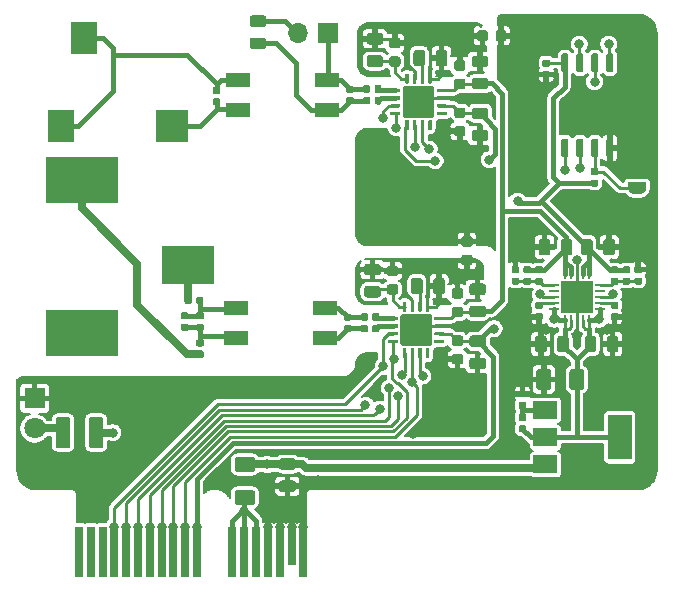
<source format=gbr>
G04 #@! TF.GenerationSoftware,KiCad,Pcbnew,(5.1.5)-3*
G04 #@! TF.CreationDate,2020-03-14T23:44:40+00:00*
G04 #@! TF.ProjectId,VC-01 Card,56432d30-3120-4436-9172-642e6b696361,DRAFT WIP*
G04 #@! TF.SameCoordinates,Original*
G04 #@! TF.FileFunction,Copper,L1,Top*
G04 #@! TF.FilePolarity,Positive*
%FSLAX46Y46*%
G04 Gerber Fmt 4.6, Leading zero omitted, Abs format (unit mm)*
G04 Created by KiCad (PCBNEW (5.1.5)-3) date 2020-03-14 23:44:40*
%MOMM*%
%LPD*%
G04 APERTURE LIST*
%ADD10R,0.700000X4.300000*%
%ADD11R,0.700000X3.200000*%
%ADD12R,4.400000X3.300000*%
%ADD13R,6.200000X3.900000*%
%ADD14C,0.100000*%
%ADD15R,1.800000X1.800000*%
%ADD16C,1.800000*%
%ADD17R,2.000000X1.200000*%
%ADD18R,2.200000X2.800000*%
%ADD19R,2.800000X2.800000*%
%ADD20R,0.840000X0.260000*%
%ADD21R,0.260000X0.840000*%
%ADD22R,2.700000X2.700000*%
%ADD23R,2.000000X3.800000*%
%ADD24R,2.000000X1.500000*%
%ADD25R,1.700000X1.700000*%
%ADD26O,1.700000X1.700000*%
%ADD27C,0.800000*%
%ADD28C,0.250000*%
%ADD29C,0.400000*%
%ADD30C,0.650000*%
%ADD31C,0.200000*%
G04 APERTURE END LIST*
D10*
X129650000Y-144150000D03*
X130650000Y-144150000D03*
X131650000Y-144150000D03*
X132650000Y-144150000D03*
X133650000Y-144150000D03*
X134650000Y-144150000D03*
X135650000Y-144150000D03*
X136650000Y-144150000D03*
X137650000Y-144150000D03*
X138650000Y-144150000D03*
X139650000Y-144150000D03*
X144650000Y-144150000D03*
X145650000Y-144150000D03*
X146650000Y-144150000D03*
D11*
X147650000Y-143600000D03*
D10*
X148650000Y-144150000D03*
X142650000Y-144150000D03*
X143650000Y-144150000D03*
D12*
X138900000Y-119800000D03*
D13*
X129900000Y-112650000D03*
X129900000Y-125550000D03*
G04 #@! TA.AperFunction,SMDPad,CuDef*
D14*
G36*
X155180142Y-100176174D02*
G01*
X155203803Y-100179684D01*
X155227007Y-100185496D01*
X155249529Y-100193554D01*
X155271153Y-100203782D01*
X155291670Y-100216079D01*
X155310883Y-100230329D01*
X155328607Y-100246393D01*
X155344671Y-100264117D01*
X155358921Y-100283330D01*
X155371218Y-100303847D01*
X155381446Y-100325471D01*
X155389504Y-100347993D01*
X155395316Y-100371197D01*
X155398826Y-100394858D01*
X155400000Y-100418750D01*
X155400000Y-100906250D01*
X155398826Y-100930142D01*
X155395316Y-100953803D01*
X155389504Y-100977007D01*
X155381446Y-100999529D01*
X155371218Y-101021153D01*
X155358921Y-101041670D01*
X155344671Y-101060883D01*
X155328607Y-101078607D01*
X155310883Y-101094671D01*
X155291670Y-101108921D01*
X155271153Y-101121218D01*
X155249529Y-101131446D01*
X155227007Y-101139504D01*
X155203803Y-101145316D01*
X155180142Y-101148826D01*
X155156250Y-101150000D01*
X154243750Y-101150000D01*
X154219858Y-101148826D01*
X154196197Y-101145316D01*
X154172993Y-101139504D01*
X154150471Y-101131446D01*
X154128847Y-101121218D01*
X154108330Y-101108921D01*
X154089117Y-101094671D01*
X154071393Y-101078607D01*
X154055329Y-101060883D01*
X154041079Y-101041670D01*
X154028782Y-101021153D01*
X154018554Y-100999529D01*
X154010496Y-100977007D01*
X154004684Y-100953803D01*
X154001174Y-100930142D01*
X154000000Y-100906250D01*
X154000000Y-100418750D01*
X154001174Y-100394858D01*
X154004684Y-100371197D01*
X154010496Y-100347993D01*
X154018554Y-100325471D01*
X154028782Y-100303847D01*
X154041079Y-100283330D01*
X154055329Y-100264117D01*
X154071393Y-100246393D01*
X154089117Y-100230329D01*
X154108330Y-100216079D01*
X154128847Y-100203782D01*
X154150471Y-100193554D01*
X154172993Y-100185496D01*
X154196197Y-100179684D01*
X154219858Y-100176174D01*
X154243750Y-100175000D01*
X155156250Y-100175000D01*
X155180142Y-100176174D01*
G37*
G04 #@! TD.AperFunction*
G04 #@! TA.AperFunction,SMDPad,CuDef*
G36*
X155180142Y-102051174D02*
G01*
X155203803Y-102054684D01*
X155227007Y-102060496D01*
X155249529Y-102068554D01*
X155271153Y-102078782D01*
X155291670Y-102091079D01*
X155310883Y-102105329D01*
X155328607Y-102121393D01*
X155344671Y-102139117D01*
X155358921Y-102158330D01*
X155371218Y-102178847D01*
X155381446Y-102200471D01*
X155389504Y-102222993D01*
X155395316Y-102246197D01*
X155398826Y-102269858D01*
X155400000Y-102293750D01*
X155400000Y-102781250D01*
X155398826Y-102805142D01*
X155395316Y-102828803D01*
X155389504Y-102852007D01*
X155381446Y-102874529D01*
X155371218Y-102896153D01*
X155358921Y-102916670D01*
X155344671Y-102935883D01*
X155328607Y-102953607D01*
X155310883Y-102969671D01*
X155291670Y-102983921D01*
X155271153Y-102996218D01*
X155249529Y-103006446D01*
X155227007Y-103014504D01*
X155203803Y-103020316D01*
X155180142Y-103023826D01*
X155156250Y-103025000D01*
X154243750Y-103025000D01*
X154219858Y-103023826D01*
X154196197Y-103020316D01*
X154172993Y-103014504D01*
X154150471Y-103006446D01*
X154128847Y-102996218D01*
X154108330Y-102983921D01*
X154089117Y-102969671D01*
X154071393Y-102953607D01*
X154055329Y-102935883D01*
X154041079Y-102916670D01*
X154028782Y-102896153D01*
X154018554Y-102874529D01*
X154010496Y-102852007D01*
X154004684Y-102828803D01*
X154001174Y-102805142D01*
X154000000Y-102781250D01*
X154000000Y-102293750D01*
X154001174Y-102269858D01*
X154004684Y-102246197D01*
X154010496Y-102222993D01*
X154018554Y-102200471D01*
X154028782Y-102178847D01*
X154041079Y-102158330D01*
X154055329Y-102139117D01*
X154071393Y-102121393D01*
X154089117Y-102105329D01*
X154108330Y-102091079D01*
X154128847Y-102078782D01*
X154150471Y-102068554D01*
X154172993Y-102060496D01*
X154196197Y-102054684D01*
X154219858Y-102051174D01*
X154243750Y-102050000D01*
X155156250Y-102050000D01*
X155180142Y-102051174D01*
G37*
G04 #@! TD.AperFunction*
G04 #@! TA.AperFunction,SMDPad,CuDef*
G36*
X141486958Y-105705710D02*
G01*
X141501276Y-105707834D01*
X141515317Y-105711351D01*
X141528946Y-105716228D01*
X141542031Y-105722417D01*
X141554447Y-105729858D01*
X141566073Y-105738481D01*
X141576798Y-105748202D01*
X141586519Y-105758927D01*
X141595142Y-105770553D01*
X141602583Y-105782969D01*
X141608772Y-105796054D01*
X141613649Y-105809683D01*
X141617166Y-105823724D01*
X141619290Y-105838042D01*
X141620000Y-105852500D01*
X141620000Y-106147500D01*
X141619290Y-106161958D01*
X141617166Y-106176276D01*
X141613649Y-106190317D01*
X141608772Y-106203946D01*
X141602583Y-106217031D01*
X141595142Y-106229447D01*
X141586519Y-106241073D01*
X141576798Y-106251798D01*
X141566073Y-106261519D01*
X141554447Y-106270142D01*
X141542031Y-106277583D01*
X141528946Y-106283772D01*
X141515317Y-106288649D01*
X141501276Y-106292166D01*
X141486958Y-106294290D01*
X141472500Y-106295000D01*
X141127500Y-106295000D01*
X141113042Y-106294290D01*
X141098724Y-106292166D01*
X141084683Y-106288649D01*
X141071054Y-106283772D01*
X141057969Y-106277583D01*
X141045553Y-106270142D01*
X141033927Y-106261519D01*
X141023202Y-106251798D01*
X141013481Y-106241073D01*
X141004858Y-106229447D01*
X140997417Y-106217031D01*
X140991228Y-106203946D01*
X140986351Y-106190317D01*
X140982834Y-106176276D01*
X140980710Y-106161958D01*
X140980000Y-106147500D01*
X140980000Y-105852500D01*
X140980710Y-105838042D01*
X140982834Y-105823724D01*
X140986351Y-105809683D01*
X140991228Y-105796054D01*
X140997417Y-105782969D01*
X141004858Y-105770553D01*
X141013481Y-105758927D01*
X141023202Y-105748202D01*
X141033927Y-105738481D01*
X141045553Y-105729858D01*
X141057969Y-105722417D01*
X141071054Y-105716228D01*
X141084683Y-105711351D01*
X141098724Y-105707834D01*
X141113042Y-105705710D01*
X141127500Y-105705000D01*
X141472500Y-105705000D01*
X141486958Y-105705710D01*
G37*
G04 #@! TD.AperFunction*
G04 #@! TA.AperFunction,SMDPad,CuDef*
G36*
X141486958Y-104735710D02*
G01*
X141501276Y-104737834D01*
X141515317Y-104741351D01*
X141528946Y-104746228D01*
X141542031Y-104752417D01*
X141554447Y-104759858D01*
X141566073Y-104768481D01*
X141576798Y-104778202D01*
X141586519Y-104788927D01*
X141595142Y-104800553D01*
X141602583Y-104812969D01*
X141608772Y-104826054D01*
X141613649Y-104839683D01*
X141617166Y-104853724D01*
X141619290Y-104868042D01*
X141620000Y-104882500D01*
X141620000Y-105177500D01*
X141619290Y-105191958D01*
X141617166Y-105206276D01*
X141613649Y-105220317D01*
X141608772Y-105233946D01*
X141602583Y-105247031D01*
X141595142Y-105259447D01*
X141586519Y-105271073D01*
X141576798Y-105281798D01*
X141566073Y-105291519D01*
X141554447Y-105300142D01*
X141542031Y-105307583D01*
X141528946Y-105313772D01*
X141515317Y-105318649D01*
X141501276Y-105322166D01*
X141486958Y-105324290D01*
X141472500Y-105325000D01*
X141127500Y-105325000D01*
X141113042Y-105324290D01*
X141098724Y-105322166D01*
X141084683Y-105318649D01*
X141071054Y-105313772D01*
X141057969Y-105307583D01*
X141045553Y-105300142D01*
X141033927Y-105291519D01*
X141023202Y-105281798D01*
X141013481Y-105271073D01*
X141004858Y-105259447D01*
X140997417Y-105247031D01*
X140991228Y-105233946D01*
X140986351Y-105220317D01*
X140982834Y-105206276D01*
X140980710Y-105191958D01*
X140980000Y-105177500D01*
X140980000Y-104882500D01*
X140980710Y-104868042D01*
X140982834Y-104853724D01*
X140986351Y-104839683D01*
X140991228Y-104826054D01*
X140997417Y-104812969D01*
X141004858Y-104800553D01*
X141013481Y-104788927D01*
X141023202Y-104778202D01*
X141033927Y-104768481D01*
X141045553Y-104759858D01*
X141057969Y-104752417D01*
X141071054Y-104746228D01*
X141084683Y-104741351D01*
X141098724Y-104737834D01*
X141113042Y-104735710D01*
X141127500Y-104735000D01*
X141472500Y-104735000D01*
X141486958Y-104735710D01*
G37*
G04 #@! TD.AperFunction*
G04 #@! TA.AperFunction,SMDPad,CuDef*
G36*
X152786958Y-104635710D02*
G01*
X152801276Y-104637834D01*
X152815317Y-104641351D01*
X152828946Y-104646228D01*
X152842031Y-104652417D01*
X152854447Y-104659858D01*
X152866073Y-104668481D01*
X152876798Y-104678202D01*
X152886519Y-104688927D01*
X152895142Y-104700553D01*
X152902583Y-104712969D01*
X152908772Y-104726054D01*
X152913649Y-104739683D01*
X152917166Y-104753724D01*
X152919290Y-104768042D01*
X152920000Y-104782500D01*
X152920000Y-105077500D01*
X152919290Y-105091958D01*
X152917166Y-105106276D01*
X152913649Y-105120317D01*
X152908772Y-105133946D01*
X152902583Y-105147031D01*
X152895142Y-105159447D01*
X152886519Y-105171073D01*
X152876798Y-105181798D01*
X152866073Y-105191519D01*
X152854447Y-105200142D01*
X152842031Y-105207583D01*
X152828946Y-105213772D01*
X152815317Y-105218649D01*
X152801276Y-105222166D01*
X152786958Y-105224290D01*
X152772500Y-105225000D01*
X152427500Y-105225000D01*
X152413042Y-105224290D01*
X152398724Y-105222166D01*
X152384683Y-105218649D01*
X152371054Y-105213772D01*
X152357969Y-105207583D01*
X152345553Y-105200142D01*
X152333927Y-105191519D01*
X152323202Y-105181798D01*
X152313481Y-105171073D01*
X152304858Y-105159447D01*
X152297417Y-105147031D01*
X152291228Y-105133946D01*
X152286351Y-105120317D01*
X152282834Y-105106276D01*
X152280710Y-105091958D01*
X152280000Y-105077500D01*
X152280000Y-104782500D01*
X152280710Y-104768042D01*
X152282834Y-104753724D01*
X152286351Y-104739683D01*
X152291228Y-104726054D01*
X152297417Y-104712969D01*
X152304858Y-104700553D01*
X152313481Y-104688927D01*
X152323202Y-104678202D01*
X152333927Y-104668481D01*
X152345553Y-104659858D01*
X152357969Y-104652417D01*
X152371054Y-104646228D01*
X152384683Y-104641351D01*
X152398724Y-104637834D01*
X152413042Y-104635710D01*
X152427500Y-104635000D01*
X152772500Y-104635000D01*
X152786958Y-104635710D01*
G37*
G04 #@! TD.AperFunction*
G04 #@! TA.AperFunction,SMDPad,CuDef*
G36*
X152786958Y-105605710D02*
G01*
X152801276Y-105607834D01*
X152815317Y-105611351D01*
X152828946Y-105616228D01*
X152842031Y-105622417D01*
X152854447Y-105629858D01*
X152866073Y-105638481D01*
X152876798Y-105648202D01*
X152886519Y-105658927D01*
X152895142Y-105670553D01*
X152902583Y-105682969D01*
X152908772Y-105696054D01*
X152913649Y-105709683D01*
X152917166Y-105723724D01*
X152919290Y-105738042D01*
X152920000Y-105752500D01*
X152920000Y-106047500D01*
X152919290Y-106061958D01*
X152917166Y-106076276D01*
X152913649Y-106090317D01*
X152908772Y-106103946D01*
X152902583Y-106117031D01*
X152895142Y-106129447D01*
X152886519Y-106141073D01*
X152876798Y-106151798D01*
X152866073Y-106161519D01*
X152854447Y-106170142D01*
X152842031Y-106177583D01*
X152828946Y-106183772D01*
X152815317Y-106188649D01*
X152801276Y-106192166D01*
X152786958Y-106194290D01*
X152772500Y-106195000D01*
X152427500Y-106195000D01*
X152413042Y-106194290D01*
X152398724Y-106192166D01*
X152384683Y-106188649D01*
X152371054Y-106183772D01*
X152357969Y-106177583D01*
X152345553Y-106170142D01*
X152333927Y-106161519D01*
X152323202Y-106151798D01*
X152313481Y-106141073D01*
X152304858Y-106129447D01*
X152297417Y-106117031D01*
X152291228Y-106103946D01*
X152286351Y-106090317D01*
X152282834Y-106076276D01*
X152280710Y-106061958D01*
X152280000Y-106047500D01*
X152280000Y-105752500D01*
X152280710Y-105738042D01*
X152282834Y-105723724D01*
X152286351Y-105709683D01*
X152291228Y-105696054D01*
X152297417Y-105682969D01*
X152304858Y-105670553D01*
X152313481Y-105658927D01*
X152323202Y-105648202D01*
X152333927Y-105638481D01*
X152345553Y-105629858D01*
X152357969Y-105622417D01*
X152371054Y-105616228D01*
X152384683Y-105611351D01*
X152398724Y-105607834D01*
X152413042Y-105605710D01*
X152427500Y-105605000D01*
X152772500Y-105605000D01*
X152786958Y-105605710D01*
G37*
G04 #@! TD.AperFunction*
G04 #@! TA.AperFunction,SMDPad,CuDef*
G36*
X174805142Y-117601174D02*
G01*
X174828803Y-117604684D01*
X174852007Y-117610496D01*
X174874529Y-117618554D01*
X174896153Y-117628782D01*
X174916670Y-117641079D01*
X174935883Y-117655329D01*
X174953607Y-117671393D01*
X174969671Y-117689117D01*
X174983921Y-117708330D01*
X174996218Y-117728847D01*
X175006446Y-117750471D01*
X175014504Y-117772993D01*
X175020316Y-117796197D01*
X175023826Y-117819858D01*
X175025000Y-117843750D01*
X175025000Y-118756250D01*
X175023826Y-118780142D01*
X175020316Y-118803803D01*
X175014504Y-118827007D01*
X175006446Y-118849529D01*
X174996218Y-118871153D01*
X174983921Y-118891670D01*
X174969671Y-118910883D01*
X174953607Y-118928607D01*
X174935883Y-118944671D01*
X174916670Y-118958921D01*
X174896153Y-118971218D01*
X174874529Y-118981446D01*
X174852007Y-118989504D01*
X174828803Y-118995316D01*
X174805142Y-118998826D01*
X174781250Y-119000000D01*
X174293750Y-119000000D01*
X174269858Y-118998826D01*
X174246197Y-118995316D01*
X174222993Y-118989504D01*
X174200471Y-118981446D01*
X174178847Y-118971218D01*
X174158330Y-118958921D01*
X174139117Y-118944671D01*
X174121393Y-118928607D01*
X174105329Y-118910883D01*
X174091079Y-118891670D01*
X174078782Y-118871153D01*
X174068554Y-118849529D01*
X174060496Y-118827007D01*
X174054684Y-118803803D01*
X174051174Y-118780142D01*
X174050000Y-118756250D01*
X174050000Y-117843750D01*
X174051174Y-117819858D01*
X174054684Y-117796197D01*
X174060496Y-117772993D01*
X174068554Y-117750471D01*
X174078782Y-117728847D01*
X174091079Y-117708330D01*
X174105329Y-117689117D01*
X174121393Y-117671393D01*
X174139117Y-117655329D01*
X174158330Y-117641079D01*
X174178847Y-117628782D01*
X174200471Y-117618554D01*
X174222993Y-117610496D01*
X174246197Y-117604684D01*
X174269858Y-117601174D01*
X174293750Y-117600000D01*
X174781250Y-117600000D01*
X174805142Y-117601174D01*
G37*
G04 #@! TD.AperFunction*
G04 #@! TA.AperFunction,SMDPad,CuDef*
G36*
X172930142Y-117601174D02*
G01*
X172953803Y-117604684D01*
X172977007Y-117610496D01*
X172999529Y-117618554D01*
X173021153Y-117628782D01*
X173041670Y-117641079D01*
X173060883Y-117655329D01*
X173078607Y-117671393D01*
X173094671Y-117689117D01*
X173108921Y-117708330D01*
X173121218Y-117728847D01*
X173131446Y-117750471D01*
X173139504Y-117772993D01*
X173145316Y-117796197D01*
X173148826Y-117819858D01*
X173150000Y-117843750D01*
X173150000Y-118756250D01*
X173148826Y-118780142D01*
X173145316Y-118803803D01*
X173139504Y-118827007D01*
X173131446Y-118849529D01*
X173121218Y-118871153D01*
X173108921Y-118891670D01*
X173094671Y-118910883D01*
X173078607Y-118928607D01*
X173060883Y-118944671D01*
X173041670Y-118958921D01*
X173021153Y-118971218D01*
X172999529Y-118981446D01*
X172977007Y-118989504D01*
X172953803Y-118995316D01*
X172930142Y-118998826D01*
X172906250Y-119000000D01*
X172418750Y-119000000D01*
X172394858Y-118998826D01*
X172371197Y-118995316D01*
X172347993Y-118989504D01*
X172325471Y-118981446D01*
X172303847Y-118971218D01*
X172283330Y-118958921D01*
X172264117Y-118944671D01*
X172246393Y-118928607D01*
X172230329Y-118910883D01*
X172216079Y-118891670D01*
X172203782Y-118871153D01*
X172193554Y-118849529D01*
X172185496Y-118827007D01*
X172179684Y-118803803D01*
X172176174Y-118780142D01*
X172175000Y-118756250D01*
X172175000Y-117843750D01*
X172176174Y-117819858D01*
X172179684Y-117796197D01*
X172185496Y-117772993D01*
X172193554Y-117750471D01*
X172203782Y-117728847D01*
X172216079Y-117708330D01*
X172230329Y-117689117D01*
X172246393Y-117671393D01*
X172264117Y-117655329D01*
X172283330Y-117641079D01*
X172303847Y-117628782D01*
X172325471Y-117618554D01*
X172347993Y-117610496D01*
X172371197Y-117604684D01*
X172394858Y-117601174D01*
X172418750Y-117600000D01*
X172906250Y-117600000D01*
X172930142Y-117601174D01*
G37*
G04 #@! TD.AperFunction*
G04 #@! TA.AperFunction,SMDPad,CuDef*
G36*
X171205142Y-117601174D02*
G01*
X171228803Y-117604684D01*
X171252007Y-117610496D01*
X171274529Y-117618554D01*
X171296153Y-117628782D01*
X171316670Y-117641079D01*
X171335883Y-117655329D01*
X171353607Y-117671393D01*
X171369671Y-117689117D01*
X171383921Y-117708330D01*
X171396218Y-117728847D01*
X171406446Y-117750471D01*
X171414504Y-117772993D01*
X171420316Y-117796197D01*
X171423826Y-117819858D01*
X171425000Y-117843750D01*
X171425000Y-118756250D01*
X171423826Y-118780142D01*
X171420316Y-118803803D01*
X171414504Y-118827007D01*
X171406446Y-118849529D01*
X171396218Y-118871153D01*
X171383921Y-118891670D01*
X171369671Y-118910883D01*
X171353607Y-118928607D01*
X171335883Y-118944671D01*
X171316670Y-118958921D01*
X171296153Y-118971218D01*
X171274529Y-118981446D01*
X171252007Y-118989504D01*
X171228803Y-118995316D01*
X171205142Y-118998826D01*
X171181250Y-119000000D01*
X170693750Y-119000000D01*
X170669858Y-118998826D01*
X170646197Y-118995316D01*
X170622993Y-118989504D01*
X170600471Y-118981446D01*
X170578847Y-118971218D01*
X170558330Y-118958921D01*
X170539117Y-118944671D01*
X170521393Y-118928607D01*
X170505329Y-118910883D01*
X170491079Y-118891670D01*
X170478782Y-118871153D01*
X170468554Y-118849529D01*
X170460496Y-118827007D01*
X170454684Y-118803803D01*
X170451174Y-118780142D01*
X170450000Y-118756250D01*
X170450000Y-117843750D01*
X170451174Y-117819858D01*
X170454684Y-117796197D01*
X170460496Y-117772993D01*
X170468554Y-117750471D01*
X170478782Y-117728847D01*
X170491079Y-117708330D01*
X170505329Y-117689117D01*
X170521393Y-117671393D01*
X170539117Y-117655329D01*
X170558330Y-117641079D01*
X170578847Y-117628782D01*
X170600471Y-117618554D01*
X170622993Y-117610496D01*
X170646197Y-117604684D01*
X170669858Y-117601174D01*
X170693750Y-117600000D01*
X171181250Y-117600000D01*
X171205142Y-117601174D01*
G37*
G04 #@! TD.AperFunction*
G04 #@! TA.AperFunction,SMDPad,CuDef*
G36*
X169330142Y-117601174D02*
G01*
X169353803Y-117604684D01*
X169377007Y-117610496D01*
X169399529Y-117618554D01*
X169421153Y-117628782D01*
X169441670Y-117641079D01*
X169460883Y-117655329D01*
X169478607Y-117671393D01*
X169494671Y-117689117D01*
X169508921Y-117708330D01*
X169521218Y-117728847D01*
X169531446Y-117750471D01*
X169539504Y-117772993D01*
X169545316Y-117796197D01*
X169548826Y-117819858D01*
X169550000Y-117843750D01*
X169550000Y-118756250D01*
X169548826Y-118780142D01*
X169545316Y-118803803D01*
X169539504Y-118827007D01*
X169531446Y-118849529D01*
X169521218Y-118871153D01*
X169508921Y-118891670D01*
X169494671Y-118910883D01*
X169478607Y-118928607D01*
X169460883Y-118944671D01*
X169441670Y-118958921D01*
X169421153Y-118971218D01*
X169399529Y-118981446D01*
X169377007Y-118989504D01*
X169353803Y-118995316D01*
X169330142Y-118998826D01*
X169306250Y-119000000D01*
X168818750Y-119000000D01*
X168794858Y-118998826D01*
X168771197Y-118995316D01*
X168747993Y-118989504D01*
X168725471Y-118981446D01*
X168703847Y-118971218D01*
X168683330Y-118958921D01*
X168664117Y-118944671D01*
X168646393Y-118928607D01*
X168630329Y-118910883D01*
X168616079Y-118891670D01*
X168603782Y-118871153D01*
X168593554Y-118849529D01*
X168585496Y-118827007D01*
X168579684Y-118803803D01*
X168576174Y-118780142D01*
X168575000Y-118756250D01*
X168575000Y-117843750D01*
X168576174Y-117819858D01*
X168579684Y-117796197D01*
X168585496Y-117772993D01*
X168593554Y-117750471D01*
X168603782Y-117728847D01*
X168616079Y-117708330D01*
X168630329Y-117689117D01*
X168646393Y-117671393D01*
X168664117Y-117655329D01*
X168683330Y-117641079D01*
X168703847Y-117628782D01*
X168725471Y-117618554D01*
X168747993Y-117610496D01*
X168771197Y-117604684D01*
X168794858Y-117601174D01*
X168818750Y-117600000D01*
X169306250Y-117600000D01*
X169330142Y-117601174D01*
G37*
G04 #@! TD.AperFunction*
G04 #@! TA.AperFunction,SMDPad,CuDef*
G36*
X168786958Y-123890710D02*
G01*
X168801276Y-123892834D01*
X168815317Y-123896351D01*
X168828946Y-123901228D01*
X168842031Y-123907417D01*
X168854447Y-123914858D01*
X168866073Y-123923481D01*
X168876798Y-123933202D01*
X168886519Y-123943927D01*
X168895142Y-123955553D01*
X168902583Y-123967969D01*
X168908772Y-123981054D01*
X168913649Y-123994683D01*
X168917166Y-124008724D01*
X168919290Y-124023042D01*
X168920000Y-124037500D01*
X168920000Y-124332500D01*
X168919290Y-124346958D01*
X168917166Y-124361276D01*
X168913649Y-124375317D01*
X168908772Y-124388946D01*
X168902583Y-124402031D01*
X168895142Y-124414447D01*
X168886519Y-124426073D01*
X168876798Y-124436798D01*
X168866073Y-124446519D01*
X168854447Y-124455142D01*
X168842031Y-124462583D01*
X168828946Y-124468772D01*
X168815317Y-124473649D01*
X168801276Y-124477166D01*
X168786958Y-124479290D01*
X168772500Y-124480000D01*
X168427500Y-124480000D01*
X168413042Y-124479290D01*
X168398724Y-124477166D01*
X168384683Y-124473649D01*
X168371054Y-124468772D01*
X168357969Y-124462583D01*
X168345553Y-124455142D01*
X168333927Y-124446519D01*
X168323202Y-124436798D01*
X168313481Y-124426073D01*
X168304858Y-124414447D01*
X168297417Y-124402031D01*
X168291228Y-124388946D01*
X168286351Y-124375317D01*
X168282834Y-124361276D01*
X168280710Y-124346958D01*
X168280000Y-124332500D01*
X168280000Y-124037500D01*
X168280710Y-124023042D01*
X168282834Y-124008724D01*
X168286351Y-123994683D01*
X168291228Y-123981054D01*
X168297417Y-123967969D01*
X168304858Y-123955553D01*
X168313481Y-123943927D01*
X168323202Y-123933202D01*
X168333927Y-123923481D01*
X168345553Y-123914858D01*
X168357969Y-123907417D01*
X168371054Y-123901228D01*
X168384683Y-123896351D01*
X168398724Y-123892834D01*
X168413042Y-123890710D01*
X168427500Y-123890000D01*
X168772500Y-123890000D01*
X168786958Y-123890710D01*
G37*
G04 #@! TD.AperFunction*
G04 #@! TA.AperFunction,SMDPad,CuDef*
G36*
X168786958Y-122920710D02*
G01*
X168801276Y-122922834D01*
X168815317Y-122926351D01*
X168828946Y-122931228D01*
X168842031Y-122937417D01*
X168854447Y-122944858D01*
X168866073Y-122953481D01*
X168876798Y-122963202D01*
X168886519Y-122973927D01*
X168895142Y-122985553D01*
X168902583Y-122997969D01*
X168908772Y-123011054D01*
X168913649Y-123024683D01*
X168917166Y-123038724D01*
X168919290Y-123053042D01*
X168920000Y-123067500D01*
X168920000Y-123362500D01*
X168919290Y-123376958D01*
X168917166Y-123391276D01*
X168913649Y-123405317D01*
X168908772Y-123418946D01*
X168902583Y-123432031D01*
X168895142Y-123444447D01*
X168886519Y-123456073D01*
X168876798Y-123466798D01*
X168866073Y-123476519D01*
X168854447Y-123485142D01*
X168842031Y-123492583D01*
X168828946Y-123498772D01*
X168815317Y-123503649D01*
X168801276Y-123507166D01*
X168786958Y-123509290D01*
X168772500Y-123510000D01*
X168427500Y-123510000D01*
X168413042Y-123509290D01*
X168398724Y-123507166D01*
X168384683Y-123503649D01*
X168371054Y-123498772D01*
X168357969Y-123492583D01*
X168345553Y-123485142D01*
X168333927Y-123476519D01*
X168323202Y-123466798D01*
X168313481Y-123456073D01*
X168304858Y-123444447D01*
X168297417Y-123432031D01*
X168291228Y-123418946D01*
X168286351Y-123405317D01*
X168282834Y-123391276D01*
X168280710Y-123376958D01*
X168280000Y-123362500D01*
X168280000Y-123067500D01*
X168280710Y-123053042D01*
X168282834Y-123038724D01*
X168286351Y-123024683D01*
X168291228Y-123011054D01*
X168297417Y-122997969D01*
X168304858Y-122985553D01*
X168313481Y-122973927D01*
X168323202Y-122963202D01*
X168333927Y-122953481D01*
X168345553Y-122944858D01*
X168357969Y-122937417D01*
X168371054Y-122931228D01*
X168384683Y-122926351D01*
X168398724Y-122922834D01*
X168413042Y-122920710D01*
X168427500Y-122920000D01*
X168772500Y-122920000D01*
X168786958Y-122920710D01*
G37*
G04 #@! TD.AperFunction*
G04 #@! TA.AperFunction,SMDPad,CuDef*
G36*
X175186958Y-122920710D02*
G01*
X175201276Y-122922834D01*
X175215317Y-122926351D01*
X175228946Y-122931228D01*
X175242031Y-122937417D01*
X175254447Y-122944858D01*
X175266073Y-122953481D01*
X175276798Y-122963202D01*
X175286519Y-122973927D01*
X175295142Y-122985553D01*
X175302583Y-122997969D01*
X175308772Y-123011054D01*
X175313649Y-123024683D01*
X175317166Y-123038724D01*
X175319290Y-123053042D01*
X175320000Y-123067500D01*
X175320000Y-123362500D01*
X175319290Y-123376958D01*
X175317166Y-123391276D01*
X175313649Y-123405317D01*
X175308772Y-123418946D01*
X175302583Y-123432031D01*
X175295142Y-123444447D01*
X175286519Y-123456073D01*
X175276798Y-123466798D01*
X175266073Y-123476519D01*
X175254447Y-123485142D01*
X175242031Y-123492583D01*
X175228946Y-123498772D01*
X175215317Y-123503649D01*
X175201276Y-123507166D01*
X175186958Y-123509290D01*
X175172500Y-123510000D01*
X174827500Y-123510000D01*
X174813042Y-123509290D01*
X174798724Y-123507166D01*
X174784683Y-123503649D01*
X174771054Y-123498772D01*
X174757969Y-123492583D01*
X174745553Y-123485142D01*
X174733927Y-123476519D01*
X174723202Y-123466798D01*
X174713481Y-123456073D01*
X174704858Y-123444447D01*
X174697417Y-123432031D01*
X174691228Y-123418946D01*
X174686351Y-123405317D01*
X174682834Y-123391276D01*
X174680710Y-123376958D01*
X174680000Y-123362500D01*
X174680000Y-123067500D01*
X174680710Y-123053042D01*
X174682834Y-123038724D01*
X174686351Y-123024683D01*
X174691228Y-123011054D01*
X174697417Y-122997969D01*
X174704858Y-122985553D01*
X174713481Y-122973927D01*
X174723202Y-122963202D01*
X174733927Y-122953481D01*
X174745553Y-122944858D01*
X174757969Y-122937417D01*
X174771054Y-122931228D01*
X174784683Y-122926351D01*
X174798724Y-122922834D01*
X174813042Y-122920710D01*
X174827500Y-122920000D01*
X175172500Y-122920000D01*
X175186958Y-122920710D01*
G37*
G04 #@! TD.AperFunction*
G04 #@! TA.AperFunction,SMDPad,CuDef*
G36*
X175186958Y-123890710D02*
G01*
X175201276Y-123892834D01*
X175215317Y-123896351D01*
X175228946Y-123901228D01*
X175242031Y-123907417D01*
X175254447Y-123914858D01*
X175266073Y-123923481D01*
X175276798Y-123933202D01*
X175286519Y-123943927D01*
X175295142Y-123955553D01*
X175302583Y-123967969D01*
X175308772Y-123981054D01*
X175313649Y-123994683D01*
X175317166Y-124008724D01*
X175319290Y-124023042D01*
X175320000Y-124037500D01*
X175320000Y-124332500D01*
X175319290Y-124346958D01*
X175317166Y-124361276D01*
X175313649Y-124375317D01*
X175308772Y-124388946D01*
X175302583Y-124402031D01*
X175295142Y-124414447D01*
X175286519Y-124426073D01*
X175276798Y-124436798D01*
X175266073Y-124446519D01*
X175254447Y-124455142D01*
X175242031Y-124462583D01*
X175228946Y-124468772D01*
X175215317Y-124473649D01*
X175201276Y-124477166D01*
X175186958Y-124479290D01*
X175172500Y-124480000D01*
X174827500Y-124480000D01*
X174813042Y-124479290D01*
X174798724Y-124477166D01*
X174784683Y-124473649D01*
X174771054Y-124468772D01*
X174757969Y-124462583D01*
X174745553Y-124455142D01*
X174733927Y-124446519D01*
X174723202Y-124436798D01*
X174713481Y-124426073D01*
X174704858Y-124414447D01*
X174697417Y-124402031D01*
X174691228Y-124388946D01*
X174686351Y-124375317D01*
X174682834Y-124361276D01*
X174680710Y-124346958D01*
X174680000Y-124332500D01*
X174680000Y-124037500D01*
X174680710Y-124023042D01*
X174682834Y-124008724D01*
X174686351Y-123994683D01*
X174691228Y-123981054D01*
X174697417Y-123967969D01*
X174704858Y-123955553D01*
X174713481Y-123943927D01*
X174723202Y-123933202D01*
X174733927Y-123923481D01*
X174745553Y-123914858D01*
X174757969Y-123907417D01*
X174771054Y-123901228D01*
X174784683Y-123896351D01*
X174798724Y-123892834D01*
X174813042Y-123890710D01*
X174827500Y-123890000D01*
X175172500Y-123890000D01*
X175186958Y-123890710D01*
G37*
G04 #@! TD.AperFunction*
D15*
X125900000Y-131100000D03*
D16*
X125900000Y-133640000D03*
D17*
X143150000Y-104130000D03*
X143150000Y-106670000D03*
X150650000Y-106670000D03*
X150650000Y-104130000D03*
D18*
X130100000Y-100600000D03*
X128100000Y-108000000D03*
D19*
X137500000Y-108000000D03*
G04 #@! TA.AperFunction,SMDPad,CuDef*
D14*
G36*
X155131958Y-104580710D02*
G01*
X155146276Y-104582834D01*
X155160317Y-104586351D01*
X155173946Y-104591228D01*
X155187031Y-104597417D01*
X155199447Y-104604858D01*
X155211073Y-104613481D01*
X155221798Y-104623202D01*
X155231519Y-104633927D01*
X155240142Y-104645553D01*
X155247583Y-104657969D01*
X155253772Y-104671054D01*
X155258649Y-104684683D01*
X155262166Y-104698724D01*
X155264290Y-104713042D01*
X155265000Y-104727500D01*
X155265000Y-105072500D01*
X155264290Y-105086958D01*
X155262166Y-105101276D01*
X155258649Y-105115317D01*
X155253772Y-105128946D01*
X155247583Y-105142031D01*
X155240142Y-105154447D01*
X155231519Y-105166073D01*
X155221798Y-105176798D01*
X155211073Y-105186519D01*
X155199447Y-105195142D01*
X155187031Y-105202583D01*
X155173946Y-105208772D01*
X155160317Y-105213649D01*
X155146276Y-105217166D01*
X155131958Y-105219290D01*
X155117500Y-105220000D01*
X154822500Y-105220000D01*
X154808042Y-105219290D01*
X154793724Y-105217166D01*
X154779683Y-105213649D01*
X154766054Y-105208772D01*
X154752969Y-105202583D01*
X154740553Y-105195142D01*
X154728927Y-105186519D01*
X154718202Y-105176798D01*
X154708481Y-105166073D01*
X154699858Y-105154447D01*
X154692417Y-105142031D01*
X154686228Y-105128946D01*
X154681351Y-105115317D01*
X154677834Y-105101276D01*
X154675710Y-105086958D01*
X154675000Y-105072500D01*
X154675000Y-104727500D01*
X154675710Y-104713042D01*
X154677834Y-104698724D01*
X154681351Y-104684683D01*
X154686228Y-104671054D01*
X154692417Y-104657969D01*
X154699858Y-104645553D01*
X154708481Y-104633927D01*
X154718202Y-104623202D01*
X154728927Y-104613481D01*
X154740553Y-104604858D01*
X154752969Y-104597417D01*
X154766054Y-104591228D01*
X154779683Y-104586351D01*
X154793724Y-104582834D01*
X154808042Y-104580710D01*
X154822500Y-104580000D01*
X155117500Y-104580000D01*
X155131958Y-104580710D01*
G37*
G04 #@! TD.AperFunction*
G04 #@! TA.AperFunction,SMDPad,CuDef*
G36*
X154161958Y-104580710D02*
G01*
X154176276Y-104582834D01*
X154190317Y-104586351D01*
X154203946Y-104591228D01*
X154217031Y-104597417D01*
X154229447Y-104604858D01*
X154241073Y-104613481D01*
X154251798Y-104623202D01*
X154261519Y-104633927D01*
X154270142Y-104645553D01*
X154277583Y-104657969D01*
X154283772Y-104671054D01*
X154288649Y-104684683D01*
X154292166Y-104698724D01*
X154294290Y-104713042D01*
X154295000Y-104727500D01*
X154295000Y-105072500D01*
X154294290Y-105086958D01*
X154292166Y-105101276D01*
X154288649Y-105115317D01*
X154283772Y-105128946D01*
X154277583Y-105142031D01*
X154270142Y-105154447D01*
X154261519Y-105166073D01*
X154251798Y-105176798D01*
X154241073Y-105186519D01*
X154229447Y-105195142D01*
X154217031Y-105202583D01*
X154203946Y-105208772D01*
X154190317Y-105213649D01*
X154176276Y-105217166D01*
X154161958Y-105219290D01*
X154147500Y-105220000D01*
X153852500Y-105220000D01*
X153838042Y-105219290D01*
X153823724Y-105217166D01*
X153809683Y-105213649D01*
X153796054Y-105208772D01*
X153782969Y-105202583D01*
X153770553Y-105195142D01*
X153758927Y-105186519D01*
X153748202Y-105176798D01*
X153738481Y-105166073D01*
X153729858Y-105154447D01*
X153722417Y-105142031D01*
X153716228Y-105128946D01*
X153711351Y-105115317D01*
X153707834Y-105101276D01*
X153705710Y-105086958D01*
X153705000Y-105072500D01*
X153705000Y-104727500D01*
X153705710Y-104713042D01*
X153707834Y-104698724D01*
X153711351Y-104684683D01*
X153716228Y-104671054D01*
X153722417Y-104657969D01*
X153729858Y-104645553D01*
X153738481Y-104633927D01*
X153748202Y-104623202D01*
X153758927Y-104613481D01*
X153770553Y-104604858D01*
X153782969Y-104597417D01*
X153796054Y-104591228D01*
X153809683Y-104586351D01*
X153823724Y-104582834D01*
X153838042Y-104580710D01*
X153852500Y-104580000D01*
X154147500Y-104580000D01*
X154161958Y-104580710D01*
G37*
G04 #@! TD.AperFunction*
G04 #@! TA.AperFunction,SMDPad,CuDef*
G36*
X154161958Y-105580710D02*
G01*
X154176276Y-105582834D01*
X154190317Y-105586351D01*
X154203946Y-105591228D01*
X154217031Y-105597417D01*
X154229447Y-105604858D01*
X154241073Y-105613481D01*
X154251798Y-105623202D01*
X154261519Y-105633927D01*
X154270142Y-105645553D01*
X154277583Y-105657969D01*
X154283772Y-105671054D01*
X154288649Y-105684683D01*
X154292166Y-105698724D01*
X154294290Y-105713042D01*
X154295000Y-105727500D01*
X154295000Y-106072500D01*
X154294290Y-106086958D01*
X154292166Y-106101276D01*
X154288649Y-106115317D01*
X154283772Y-106128946D01*
X154277583Y-106142031D01*
X154270142Y-106154447D01*
X154261519Y-106166073D01*
X154251798Y-106176798D01*
X154241073Y-106186519D01*
X154229447Y-106195142D01*
X154217031Y-106202583D01*
X154203946Y-106208772D01*
X154190317Y-106213649D01*
X154176276Y-106217166D01*
X154161958Y-106219290D01*
X154147500Y-106220000D01*
X153852500Y-106220000D01*
X153838042Y-106219290D01*
X153823724Y-106217166D01*
X153809683Y-106213649D01*
X153796054Y-106208772D01*
X153782969Y-106202583D01*
X153770553Y-106195142D01*
X153758927Y-106186519D01*
X153748202Y-106176798D01*
X153738481Y-106166073D01*
X153729858Y-106154447D01*
X153722417Y-106142031D01*
X153716228Y-106128946D01*
X153711351Y-106115317D01*
X153707834Y-106101276D01*
X153705710Y-106086958D01*
X153705000Y-106072500D01*
X153705000Y-105727500D01*
X153705710Y-105713042D01*
X153707834Y-105698724D01*
X153711351Y-105684683D01*
X153716228Y-105671054D01*
X153722417Y-105657969D01*
X153729858Y-105645553D01*
X153738481Y-105633927D01*
X153748202Y-105623202D01*
X153758927Y-105613481D01*
X153770553Y-105604858D01*
X153782969Y-105597417D01*
X153796054Y-105591228D01*
X153809683Y-105586351D01*
X153823724Y-105582834D01*
X153838042Y-105580710D01*
X153852500Y-105580000D01*
X154147500Y-105580000D01*
X154161958Y-105580710D01*
G37*
G04 #@! TD.AperFunction*
G04 #@! TA.AperFunction,SMDPad,CuDef*
G36*
X155131958Y-105580710D02*
G01*
X155146276Y-105582834D01*
X155160317Y-105586351D01*
X155173946Y-105591228D01*
X155187031Y-105597417D01*
X155199447Y-105604858D01*
X155211073Y-105613481D01*
X155221798Y-105623202D01*
X155231519Y-105633927D01*
X155240142Y-105645553D01*
X155247583Y-105657969D01*
X155253772Y-105671054D01*
X155258649Y-105684683D01*
X155262166Y-105698724D01*
X155264290Y-105713042D01*
X155265000Y-105727500D01*
X155265000Y-106072500D01*
X155264290Y-106086958D01*
X155262166Y-106101276D01*
X155258649Y-106115317D01*
X155253772Y-106128946D01*
X155247583Y-106142031D01*
X155240142Y-106154447D01*
X155231519Y-106166073D01*
X155221798Y-106176798D01*
X155211073Y-106186519D01*
X155199447Y-106195142D01*
X155187031Y-106202583D01*
X155173946Y-106208772D01*
X155160317Y-106213649D01*
X155146276Y-106217166D01*
X155131958Y-106219290D01*
X155117500Y-106220000D01*
X154822500Y-106220000D01*
X154808042Y-106219290D01*
X154793724Y-106217166D01*
X154779683Y-106213649D01*
X154766054Y-106208772D01*
X154752969Y-106202583D01*
X154740553Y-106195142D01*
X154728927Y-106186519D01*
X154718202Y-106176798D01*
X154708481Y-106166073D01*
X154699858Y-106154447D01*
X154692417Y-106142031D01*
X154686228Y-106128946D01*
X154681351Y-106115317D01*
X154677834Y-106101276D01*
X154675710Y-106086958D01*
X154675000Y-106072500D01*
X154675000Y-105727500D01*
X154675710Y-105713042D01*
X154677834Y-105698724D01*
X154681351Y-105684683D01*
X154686228Y-105671054D01*
X154692417Y-105657969D01*
X154699858Y-105645553D01*
X154708481Y-105633927D01*
X154718202Y-105623202D01*
X154728927Y-105613481D01*
X154740553Y-105604858D01*
X154752969Y-105597417D01*
X154766054Y-105591228D01*
X154779683Y-105586351D01*
X154793724Y-105582834D01*
X154808042Y-105580710D01*
X154822500Y-105580000D01*
X155117500Y-105580000D01*
X155131958Y-105580710D01*
G37*
G04 #@! TD.AperFunction*
G04 #@! TA.AperFunction,SMDPad,CuDef*
G36*
X168786958Y-119920710D02*
G01*
X168801276Y-119922834D01*
X168815317Y-119926351D01*
X168828946Y-119931228D01*
X168842031Y-119937417D01*
X168854447Y-119944858D01*
X168866073Y-119953481D01*
X168876798Y-119963202D01*
X168886519Y-119973927D01*
X168895142Y-119985553D01*
X168902583Y-119997969D01*
X168908772Y-120011054D01*
X168913649Y-120024683D01*
X168917166Y-120038724D01*
X168919290Y-120053042D01*
X168920000Y-120067500D01*
X168920000Y-120362500D01*
X168919290Y-120376958D01*
X168917166Y-120391276D01*
X168913649Y-120405317D01*
X168908772Y-120418946D01*
X168902583Y-120432031D01*
X168895142Y-120444447D01*
X168886519Y-120456073D01*
X168876798Y-120466798D01*
X168866073Y-120476519D01*
X168854447Y-120485142D01*
X168842031Y-120492583D01*
X168828946Y-120498772D01*
X168815317Y-120503649D01*
X168801276Y-120507166D01*
X168786958Y-120509290D01*
X168772500Y-120510000D01*
X168427500Y-120510000D01*
X168413042Y-120509290D01*
X168398724Y-120507166D01*
X168384683Y-120503649D01*
X168371054Y-120498772D01*
X168357969Y-120492583D01*
X168345553Y-120485142D01*
X168333927Y-120476519D01*
X168323202Y-120466798D01*
X168313481Y-120456073D01*
X168304858Y-120444447D01*
X168297417Y-120432031D01*
X168291228Y-120418946D01*
X168286351Y-120405317D01*
X168282834Y-120391276D01*
X168280710Y-120376958D01*
X168280000Y-120362500D01*
X168280000Y-120067500D01*
X168280710Y-120053042D01*
X168282834Y-120038724D01*
X168286351Y-120024683D01*
X168291228Y-120011054D01*
X168297417Y-119997969D01*
X168304858Y-119985553D01*
X168313481Y-119973927D01*
X168323202Y-119963202D01*
X168333927Y-119953481D01*
X168345553Y-119944858D01*
X168357969Y-119937417D01*
X168371054Y-119931228D01*
X168384683Y-119926351D01*
X168398724Y-119922834D01*
X168413042Y-119920710D01*
X168427500Y-119920000D01*
X168772500Y-119920000D01*
X168786958Y-119920710D01*
G37*
G04 #@! TD.AperFunction*
G04 #@! TA.AperFunction,SMDPad,CuDef*
G36*
X168786958Y-120890710D02*
G01*
X168801276Y-120892834D01*
X168815317Y-120896351D01*
X168828946Y-120901228D01*
X168842031Y-120907417D01*
X168854447Y-120914858D01*
X168866073Y-120923481D01*
X168876798Y-120933202D01*
X168886519Y-120943927D01*
X168895142Y-120955553D01*
X168902583Y-120967969D01*
X168908772Y-120981054D01*
X168913649Y-120994683D01*
X168917166Y-121008724D01*
X168919290Y-121023042D01*
X168920000Y-121037500D01*
X168920000Y-121332500D01*
X168919290Y-121346958D01*
X168917166Y-121361276D01*
X168913649Y-121375317D01*
X168908772Y-121388946D01*
X168902583Y-121402031D01*
X168895142Y-121414447D01*
X168886519Y-121426073D01*
X168876798Y-121436798D01*
X168866073Y-121446519D01*
X168854447Y-121455142D01*
X168842031Y-121462583D01*
X168828946Y-121468772D01*
X168815317Y-121473649D01*
X168801276Y-121477166D01*
X168786958Y-121479290D01*
X168772500Y-121480000D01*
X168427500Y-121480000D01*
X168413042Y-121479290D01*
X168398724Y-121477166D01*
X168384683Y-121473649D01*
X168371054Y-121468772D01*
X168357969Y-121462583D01*
X168345553Y-121455142D01*
X168333927Y-121446519D01*
X168323202Y-121436798D01*
X168313481Y-121426073D01*
X168304858Y-121414447D01*
X168297417Y-121402031D01*
X168291228Y-121388946D01*
X168286351Y-121375317D01*
X168282834Y-121361276D01*
X168280710Y-121346958D01*
X168280000Y-121332500D01*
X168280000Y-121037500D01*
X168280710Y-121023042D01*
X168282834Y-121008724D01*
X168286351Y-120994683D01*
X168291228Y-120981054D01*
X168297417Y-120967969D01*
X168304858Y-120955553D01*
X168313481Y-120943927D01*
X168323202Y-120933202D01*
X168333927Y-120923481D01*
X168345553Y-120914858D01*
X168357969Y-120907417D01*
X168371054Y-120901228D01*
X168384683Y-120896351D01*
X168398724Y-120892834D01*
X168413042Y-120890710D01*
X168427500Y-120890000D01*
X168772500Y-120890000D01*
X168786958Y-120890710D01*
G37*
G04 #@! TD.AperFunction*
G04 #@! TA.AperFunction,SMDPad,CuDef*
G36*
X175186958Y-120890710D02*
G01*
X175201276Y-120892834D01*
X175215317Y-120896351D01*
X175228946Y-120901228D01*
X175242031Y-120907417D01*
X175254447Y-120914858D01*
X175266073Y-120923481D01*
X175276798Y-120933202D01*
X175286519Y-120943927D01*
X175295142Y-120955553D01*
X175302583Y-120967969D01*
X175308772Y-120981054D01*
X175313649Y-120994683D01*
X175317166Y-121008724D01*
X175319290Y-121023042D01*
X175320000Y-121037500D01*
X175320000Y-121332500D01*
X175319290Y-121346958D01*
X175317166Y-121361276D01*
X175313649Y-121375317D01*
X175308772Y-121388946D01*
X175302583Y-121402031D01*
X175295142Y-121414447D01*
X175286519Y-121426073D01*
X175276798Y-121436798D01*
X175266073Y-121446519D01*
X175254447Y-121455142D01*
X175242031Y-121462583D01*
X175228946Y-121468772D01*
X175215317Y-121473649D01*
X175201276Y-121477166D01*
X175186958Y-121479290D01*
X175172500Y-121480000D01*
X174827500Y-121480000D01*
X174813042Y-121479290D01*
X174798724Y-121477166D01*
X174784683Y-121473649D01*
X174771054Y-121468772D01*
X174757969Y-121462583D01*
X174745553Y-121455142D01*
X174733927Y-121446519D01*
X174723202Y-121436798D01*
X174713481Y-121426073D01*
X174704858Y-121414447D01*
X174697417Y-121402031D01*
X174691228Y-121388946D01*
X174686351Y-121375317D01*
X174682834Y-121361276D01*
X174680710Y-121346958D01*
X174680000Y-121332500D01*
X174680000Y-121037500D01*
X174680710Y-121023042D01*
X174682834Y-121008724D01*
X174686351Y-120994683D01*
X174691228Y-120981054D01*
X174697417Y-120967969D01*
X174704858Y-120955553D01*
X174713481Y-120943927D01*
X174723202Y-120933202D01*
X174733927Y-120923481D01*
X174745553Y-120914858D01*
X174757969Y-120907417D01*
X174771054Y-120901228D01*
X174784683Y-120896351D01*
X174798724Y-120892834D01*
X174813042Y-120890710D01*
X174827500Y-120890000D01*
X175172500Y-120890000D01*
X175186958Y-120890710D01*
G37*
G04 #@! TD.AperFunction*
G04 #@! TA.AperFunction,SMDPad,CuDef*
G36*
X175186958Y-119920710D02*
G01*
X175201276Y-119922834D01*
X175215317Y-119926351D01*
X175228946Y-119931228D01*
X175242031Y-119937417D01*
X175254447Y-119944858D01*
X175266073Y-119953481D01*
X175276798Y-119963202D01*
X175286519Y-119973927D01*
X175295142Y-119985553D01*
X175302583Y-119997969D01*
X175308772Y-120011054D01*
X175313649Y-120024683D01*
X175317166Y-120038724D01*
X175319290Y-120053042D01*
X175320000Y-120067500D01*
X175320000Y-120362500D01*
X175319290Y-120376958D01*
X175317166Y-120391276D01*
X175313649Y-120405317D01*
X175308772Y-120418946D01*
X175302583Y-120432031D01*
X175295142Y-120444447D01*
X175286519Y-120456073D01*
X175276798Y-120466798D01*
X175266073Y-120476519D01*
X175254447Y-120485142D01*
X175242031Y-120492583D01*
X175228946Y-120498772D01*
X175215317Y-120503649D01*
X175201276Y-120507166D01*
X175186958Y-120509290D01*
X175172500Y-120510000D01*
X174827500Y-120510000D01*
X174813042Y-120509290D01*
X174798724Y-120507166D01*
X174784683Y-120503649D01*
X174771054Y-120498772D01*
X174757969Y-120492583D01*
X174745553Y-120485142D01*
X174733927Y-120476519D01*
X174723202Y-120466798D01*
X174713481Y-120456073D01*
X174704858Y-120444447D01*
X174697417Y-120432031D01*
X174691228Y-120418946D01*
X174686351Y-120405317D01*
X174682834Y-120391276D01*
X174680710Y-120376958D01*
X174680000Y-120362500D01*
X174680000Y-120067500D01*
X174680710Y-120053042D01*
X174682834Y-120038724D01*
X174686351Y-120024683D01*
X174691228Y-120011054D01*
X174697417Y-119997969D01*
X174704858Y-119985553D01*
X174713481Y-119973927D01*
X174723202Y-119963202D01*
X174733927Y-119953481D01*
X174745553Y-119944858D01*
X174757969Y-119937417D01*
X174771054Y-119931228D01*
X174784683Y-119926351D01*
X174798724Y-119922834D01*
X174813042Y-119920710D01*
X174827500Y-119920000D01*
X175172500Y-119920000D01*
X175186958Y-119920710D01*
G37*
G04 #@! TD.AperFunction*
G04 #@! TA.AperFunction,SMDPad,CuDef*
G36*
X166786958Y-120875710D02*
G01*
X166801276Y-120877834D01*
X166815317Y-120881351D01*
X166828946Y-120886228D01*
X166842031Y-120892417D01*
X166854447Y-120899858D01*
X166866073Y-120908481D01*
X166876798Y-120918202D01*
X166886519Y-120928927D01*
X166895142Y-120940553D01*
X166902583Y-120952969D01*
X166908772Y-120966054D01*
X166913649Y-120979683D01*
X166917166Y-120993724D01*
X166919290Y-121008042D01*
X166920000Y-121022500D01*
X166920000Y-121317500D01*
X166919290Y-121331958D01*
X166917166Y-121346276D01*
X166913649Y-121360317D01*
X166908772Y-121373946D01*
X166902583Y-121387031D01*
X166895142Y-121399447D01*
X166886519Y-121411073D01*
X166876798Y-121421798D01*
X166866073Y-121431519D01*
X166854447Y-121440142D01*
X166842031Y-121447583D01*
X166828946Y-121453772D01*
X166815317Y-121458649D01*
X166801276Y-121462166D01*
X166786958Y-121464290D01*
X166772500Y-121465000D01*
X166427500Y-121465000D01*
X166413042Y-121464290D01*
X166398724Y-121462166D01*
X166384683Y-121458649D01*
X166371054Y-121453772D01*
X166357969Y-121447583D01*
X166345553Y-121440142D01*
X166333927Y-121431519D01*
X166323202Y-121421798D01*
X166313481Y-121411073D01*
X166304858Y-121399447D01*
X166297417Y-121387031D01*
X166291228Y-121373946D01*
X166286351Y-121360317D01*
X166282834Y-121346276D01*
X166280710Y-121331958D01*
X166280000Y-121317500D01*
X166280000Y-121022500D01*
X166280710Y-121008042D01*
X166282834Y-120993724D01*
X166286351Y-120979683D01*
X166291228Y-120966054D01*
X166297417Y-120952969D01*
X166304858Y-120940553D01*
X166313481Y-120928927D01*
X166323202Y-120918202D01*
X166333927Y-120908481D01*
X166345553Y-120899858D01*
X166357969Y-120892417D01*
X166371054Y-120886228D01*
X166384683Y-120881351D01*
X166398724Y-120877834D01*
X166413042Y-120875710D01*
X166427500Y-120875000D01*
X166772500Y-120875000D01*
X166786958Y-120875710D01*
G37*
G04 #@! TD.AperFunction*
G04 #@! TA.AperFunction,SMDPad,CuDef*
G36*
X166786958Y-119905710D02*
G01*
X166801276Y-119907834D01*
X166815317Y-119911351D01*
X166828946Y-119916228D01*
X166842031Y-119922417D01*
X166854447Y-119929858D01*
X166866073Y-119938481D01*
X166876798Y-119948202D01*
X166886519Y-119958927D01*
X166895142Y-119970553D01*
X166902583Y-119982969D01*
X166908772Y-119996054D01*
X166913649Y-120009683D01*
X166917166Y-120023724D01*
X166919290Y-120038042D01*
X166920000Y-120052500D01*
X166920000Y-120347500D01*
X166919290Y-120361958D01*
X166917166Y-120376276D01*
X166913649Y-120390317D01*
X166908772Y-120403946D01*
X166902583Y-120417031D01*
X166895142Y-120429447D01*
X166886519Y-120441073D01*
X166876798Y-120451798D01*
X166866073Y-120461519D01*
X166854447Y-120470142D01*
X166842031Y-120477583D01*
X166828946Y-120483772D01*
X166815317Y-120488649D01*
X166801276Y-120492166D01*
X166786958Y-120494290D01*
X166772500Y-120495000D01*
X166427500Y-120495000D01*
X166413042Y-120494290D01*
X166398724Y-120492166D01*
X166384683Y-120488649D01*
X166371054Y-120483772D01*
X166357969Y-120477583D01*
X166345553Y-120470142D01*
X166333927Y-120461519D01*
X166323202Y-120451798D01*
X166313481Y-120441073D01*
X166304858Y-120429447D01*
X166297417Y-120417031D01*
X166291228Y-120403946D01*
X166286351Y-120390317D01*
X166282834Y-120376276D01*
X166280710Y-120361958D01*
X166280000Y-120347500D01*
X166280000Y-120052500D01*
X166280710Y-120038042D01*
X166282834Y-120023724D01*
X166286351Y-120009683D01*
X166291228Y-119996054D01*
X166297417Y-119982969D01*
X166304858Y-119970553D01*
X166313481Y-119958927D01*
X166323202Y-119948202D01*
X166333927Y-119938481D01*
X166345553Y-119929858D01*
X166357969Y-119922417D01*
X166371054Y-119916228D01*
X166384683Y-119911351D01*
X166398724Y-119907834D01*
X166413042Y-119905710D01*
X166427500Y-119905000D01*
X166772500Y-119905000D01*
X166786958Y-119905710D01*
G37*
G04 #@! TD.AperFunction*
G04 #@! TA.AperFunction,SMDPad,CuDef*
G36*
X177186958Y-119905710D02*
G01*
X177201276Y-119907834D01*
X177215317Y-119911351D01*
X177228946Y-119916228D01*
X177242031Y-119922417D01*
X177254447Y-119929858D01*
X177266073Y-119938481D01*
X177276798Y-119948202D01*
X177286519Y-119958927D01*
X177295142Y-119970553D01*
X177302583Y-119982969D01*
X177308772Y-119996054D01*
X177313649Y-120009683D01*
X177317166Y-120023724D01*
X177319290Y-120038042D01*
X177320000Y-120052500D01*
X177320000Y-120347500D01*
X177319290Y-120361958D01*
X177317166Y-120376276D01*
X177313649Y-120390317D01*
X177308772Y-120403946D01*
X177302583Y-120417031D01*
X177295142Y-120429447D01*
X177286519Y-120441073D01*
X177276798Y-120451798D01*
X177266073Y-120461519D01*
X177254447Y-120470142D01*
X177242031Y-120477583D01*
X177228946Y-120483772D01*
X177215317Y-120488649D01*
X177201276Y-120492166D01*
X177186958Y-120494290D01*
X177172500Y-120495000D01*
X176827500Y-120495000D01*
X176813042Y-120494290D01*
X176798724Y-120492166D01*
X176784683Y-120488649D01*
X176771054Y-120483772D01*
X176757969Y-120477583D01*
X176745553Y-120470142D01*
X176733927Y-120461519D01*
X176723202Y-120451798D01*
X176713481Y-120441073D01*
X176704858Y-120429447D01*
X176697417Y-120417031D01*
X176691228Y-120403946D01*
X176686351Y-120390317D01*
X176682834Y-120376276D01*
X176680710Y-120361958D01*
X176680000Y-120347500D01*
X176680000Y-120052500D01*
X176680710Y-120038042D01*
X176682834Y-120023724D01*
X176686351Y-120009683D01*
X176691228Y-119996054D01*
X176697417Y-119982969D01*
X176704858Y-119970553D01*
X176713481Y-119958927D01*
X176723202Y-119948202D01*
X176733927Y-119938481D01*
X176745553Y-119929858D01*
X176757969Y-119922417D01*
X176771054Y-119916228D01*
X176784683Y-119911351D01*
X176798724Y-119907834D01*
X176813042Y-119905710D01*
X176827500Y-119905000D01*
X177172500Y-119905000D01*
X177186958Y-119905710D01*
G37*
G04 #@! TD.AperFunction*
G04 #@! TA.AperFunction,SMDPad,CuDef*
G36*
X177186958Y-120875710D02*
G01*
X177201276Y-120877834D01*
X177215317Y-120881351D01*
X177228946Y-120886228D01*
X177242031Y-120892417D01*
X177254447Y-120899858D01*
X177266073Y-120908481D01*
X177276798Y-120918202D01*
X177286519Y-120928927D01*
X177295142Y-120940553D01*
X177302583Y-120952969D01*
X177308772Y-120966054D01*
X177313649Y-120979683D01*
X177317166Y-120993724D01*
X177319290Y-121008042D01*
X177320000Y-121022500D01*
X177320000Y-121317500D01*
X177319290Y-121331958D01*
X177317166Y-121346276D01*
X177313649Y-121360317D01*
X177308772Y-121373946D01*
X177302583Y-121387031D01*
X177295142Y-121399447D01*
X177286519Y-121411073D01*
X177276798Y-121421798D01*
X177266073Y-121431519D01*
X177254447Y-121440142D01*
X177242031Y-121447583D01*
X177228946Y-121453772D01*
X177215317Y-121458649D01*
X177201276Y-121462166D01*
X177186958Y-121464290D01*
X177172500Y-121465000D01*
X176827500Y-121465000D01*
X176813042Y-121464290D01*
X176798724Y-121462166D01*
X176784683Y-121458649D01*
X176771054Y-121453772D01*
X176757969Y-121447583D01*
X176745553Y-121440142D01*
X176733927Y-121431519D01*
X176723202Y-121421798D01*
X176713481Y-121411073D01*
X176704858Y-121399447D01*
X176697417Y-121387031D01*
X176691228Y-121373946D01*
X176686351Y-121360317D01*
X176682834Y-121346276D01*
X176680710Y-121331958D01*
X176680000Y-121317500D01*
X176680000Y-121022500D01*
X176680710Y-121008042D01*
X176682834Y-120993724D01*
X176686351Y-120979683D01*
X176691228Y-120966054D01*
X176697417Y-120952969D01*
X176704858Y-120940553D01*
X176713481Y-120928927D01*
X176723202Y-120918202D01*
X176733927Y-120908481D01*
X176745553Y-120899858D01*
X176757969Y-120892417D01*
X176771054Y-120886228D01*
X176784683Y-120881351D01*
X176798724Y-120877834D01*
X176813042Y-120875710D01*
X176827500Y-120875000D01*
X177172500Y-120875000D01*
X177186958Y-120875710D01*
G37*
G04 #@! TD.AperFunction*
G04 #@! TA.AperFunction,SMDPad,CuDef*
G36*
X131499504Y-132676204D02*
G01*
X131523773Y-132679804D01*
X131547571Y-132685765D01*
X131570671Y-132694030D01*
X131592849Y-132704520D01*
X131613893Y-132717133D01*
X131633598Y-132731747D01*
X131651777Y-132748223D01*
X131668253Y-132766402D01*
X131682867Y-132786107D01*
X131695480Y-132807151D01*
X131705970Y-132829329D01*
X131714235Y-132852429D01*
X131720196Y-132876227D01*
X131723796Y-132900496D01*
X131725000Y-132925000D01*
X131725000Y-135075000D01*
X131723796Y-135099504D01*
X131720196Y-135123773D01*
X131714235Y-135147571D01*
X131705970Y-135170671D01*
X131695480Y-135192849D01*
X131682867Y-135213893D01*
X131668253Y-135233598D01*
X131651777Y-135251777D01*
X131633598Y-135268253D01*
X131613893Y-135282867D01*
X131592849Y-135295480D01*
X131570671Y-135305970D01*
X131547571Y-135314235D01*
X131523773Y-135320196D01*
X131499504Y-135323796D01*
X131475000Y-135325000D01*
X130725000Y-135325000D01*
X130700496Y-135323796D01*
X130676227Y-135320196D01*
X130652429Y-135314235D01*
X130629329Y-135305970D01*
X130607151Y-135295480D01*
X130586107Y-135282867D01*
X130566402Y-135268253D01*
X130548223Y-135251777D01*
X130531747Y-135233598D01*
X130517133Y-135213893D01*
X130504520Y-135192849D01*
X130494030Y-135170671D01*
X130485765Y-135147571D01*
X130479804Y-135123773D01*
X130476204Y-135099504D01*
X130475000Y-135075000D01*
X130475000Y-132925000D01*
X130476204Y-132900496D01*
X130479804Y-132876227D01*
X130485765Y-132852429D01*
X130494030Y-132829329D01*
X130504520Y-132807151D01*
X130517133Y-132786107D01*
X130531747Y-132766402D01*
X130548223Y-132748223D01*
X130566402Y-132731747D01*
X130586107Y-132717133D01*
X130607151Y-132704520D01*
X130629329Y-132694030D01*
X130652429Y-132685765D01*
X130676227Y-132679804D01*
X130700496Y-132676204D01*
X130725000Y-132675000D01*
X131475000Y-132675000D01*
X131499504Y-132676204D01*
G37*
G04 #@! TD.AperFunction*
G04 #@! TA.AperFunction,SMDPad,CuDef*
G36*
X128699504Y-132676204D02*
G01*
X128723773Y-132679804D01*
X128747571Y-132685765D01*
X128770671Y-132694030D01*
X128792849Y-132704520D01*
X128813893Y-132717133D01*
X128833598Y-132731747D01*
X128851777Y-132748223D01*
X128868253Y-132766402D01*
X128882867Y-132786107D01*
X128895480Y-132807151D01*
X128905970Y-132829329D01*
X128914235Y-132852429D01*
X128920196Y-132876227D01*
X128923796Y-132900496D01*
X128925000Y-132925000D01*
X128925000Y-135075000D01*
X128923796Y-135099504D01*
X128920196Y-135123773D01*
X128914235Y-135147571D01*
X128905970Y-135170671D01*
X128895480Y-135192849D01*
X128882867Y-135213893D01*
X128868253Y-135233598D01*
X128851777Y-135251777D01*
X128833598Y-135268253D01*
X128813893Y-135282867D01*
X128792849Y-135295480D01*
X128770671Y-135305970D01*
X128747571Y-135314235D01*
X128723773Y-135320196D01*
X128699504Y-135323796D01*
X128675000Y-135325000D01*
X127925000Y-135325000D01*
X127900496Y-135323796D01*
X127876227Y-135320196D01*
X127852429Y-135314235D01*
X127829329Y-135305970D01*
X127807151Y-135295480D01*
X127786107Y-135282867D01*
X127766402Y-135268253D01*
X127748223Y-135251777D01*
X127731747Y-135233598D01*
X127717133Y-135213893D01*
X127704520Y-135192849D01*
X127694030Y-135170671D01*
X127685765Y-135147571D01*
X127679804Y-135123773D01*
X127676204Y-135099504D01*
X127675000Y-135075000D01*
X127675000Y-132925000D01*
X127676204Y-132900496D01*
X127679804Y-132876227D01*
X127685765Y-132852429D01*
X127694030Y-132829329D01*
X127704520Y-132807151D01*
X127717133Y-132786107D01*
X127731747Y-132766402D01*
X127748223Y-132748223D01*
X127766402Y-132731747D01*
X127786107Y-132717133D01*
X127807151Y-132704520D01*
X127829329Y-132694030D01*
X127852429Y-132685765D01*
X127876227Y-132679804D01*
X127900496Y-132676204D01*
X127925000Y-132675000D01*
X128675000Y-132675000D01*
X128699504Y-132676204D01*
G37*
G04 #@! TD.AperFunction*
G04 #@! TA.AperFunction,SMDPad,CuDef*
G36*
X159524503Y-104651204D02*
G01*
X159548772Y-104654804D01*
X159572570Y-104660765D01*
X159595670Y-104669030D01*
X159617849Y-104679520D01*
X159638892Y-104692133D01*
X159658598Y-104706748D01*
X159676776Y-104723224D01*
X159693252Y-104741402D01*
X159707867Y-104761108D01*
X159720480Y-104782151D01*
X159730970Y-104804330D01*
X159739235Y-104827430D01*
X159745196Y-104851228D01*
X159748796Y-104875497D01*
X159750000Y-104900001D01*
X159750000Y-107099999D01*
X159748796Y-107124503D01*
X159745196Y-107148772D01*
X159739235Y-107172570D01*
X159730970Y-107195670D01*
X159720480Y-107217849D01*
X159707867Y-107238892D01*
X159693252Y-107258598D01*
X159676776Y-107276776D01*
X159658598Y-107293252D01*
X159638892Y-107307867D01*
X159617849Y-107320480D01*
X159595670Y-107330970D01*
X159572570Y-107339235D01*
X159548772Y-107345196D01*
X159524503Y-107348796D01*
X159499999Y-107350000D01*
X157300001Y-107350000D01*
X157275497Y-107348796D01*
X157251228Y-107345196D01*
X157227430Y-107339235D01*
X157204330Y-107330970D01*
X157182151Y-107320480D01*
X157161108Y-107307867D01*
X157141402Y-107293252D01*
X157123224Y-107276776D01*
X157106748Y-107258598D01*
X157092133Y-107238892D01*
X157079520Y-107217849D01*
X157069030Y-107195670D01*
X157060765Y-107172570D01*
X157054804Y-107148772D01*
X157051204Y-107124503D01*
X157050000Y-107099999D01*
X157050000Y-104900001D01*
X157051204Y-104875497D01*
X157054804Y-104851228D01*
X157060765Y-104827430D01*
X157069030Y-104804330D01*
X157079520Y-104782151D01*
X157092133Y-104761108D01*
X157106748Y-104741402D01*
X157123224Y-104723224D01*
X157141402Y-104706748D01*
X157161108Y-104692133D01*
X157182151Y-104679520D01*
X157204330Y-104669030D01*
X157227430Y-104660765D01*
X157251228Y-104654804D01*
X157275497Y-104651204D01*
X157300001Y-104650000D01*
X159499999Y-104650000D01*
X159524503Y-104651204D01*
G37*
G04 #@! TD.AperFunction*
G04 #@! TA.AperFunction,SMDPad,CuDef*
G36*
X159457351Y-103625361D02*
G01*
X159464632Y-103626441D01*
X159471771Y-103628229D01*
X159478701Y-103630709D01*
X159485355Y-103633856D01*
X159491668Y-103637640D01*
X159497579Y-103642024D01*
X159503033Y-103646967D01*
X159507976Y-103652421D01*
X159512360Y-103658332D01*
X159516144Y-103664645D01*
X159519291Y-103671299D01*
X159521771Y-103678229D01*
X159523559Y-103685368D01*
X159524639Y-103692649D01*
X159525000Y-103700000D01*
X159525000Y-104375000D01*
X159524639Y-104382351D01*
X159523559Y-104389632D01*
X159521771Y-104396771D01*
X159519291Y-104403701D01*
X159516144Y-104410355D01*
X159512360Y-104416668D01*
X159507976Y-104422579D01*
X159503033Y-104428033D01*
X159497579Y-104432976D01*
X159491668Y-104437360D01*
X159485355Y-104441144D01*
X159478701Y-104444291D01*
X159471771Y-104446771D01*
X159464632Y-104448559D01*
X159457351Y-104449639D01*
X159450000Y-104450000D01*
X159300000Y-104450000D01*
X159292649Y-104449639D01*
X159285368Y-104448559D01*
X159278229Y-104446771D01*
X159271299Y-104444291D01*
X159264645Y-104441144D01*
X159258332Y-104437360D01*
X159252421Y-104432976D01*
X159246967Y-104428033D01*
X159242024Y-104422579D01*
X159237640Y-104416668D01*
X159233856Y-104410355D01*
X159230709Y-104403701D01*
X159228229Y-104396771D01*
X159226441Y-104389632D01*
X159225361Y-104382351D01*
X159225000Y-104375000D01*
X159225000Y-103700000D01*
X159225361Y-103692649D01*
X159226441Y-103685368D01*
X159228229Y-103678229D01*
X159230709Y-103671299D01*
X159233856Y-103664645D01*
X159237640Y-103658332D01*
X159242024Y-103652421D01*
X159246967Y-103646967D01*
X159252421Y-103642024D01*
X159258332Y-103637640D01*
X159264645Y-103633856D01*
X159271299Y-103630709D01*
X159278229Y-103628229D01*
X159285368Y-103626441D01*
X159292649Y-103625361D01*
X159300000Y-103625000D01*
X159450000Y-103625000D01*
X159457351Y-103625361D01*
G37*
G04 #@! TD.AperFunction*
G04 #@! TA.AperFunction,SMDPad,CuDef*
G36*
X158807351Y-103625361D02*
G01*
X158814632Y-103626441D01*
X158821771Y-103628229D01*
X158828701Y-103630709D01*
X158835355Y-103633856D01*
X158841668Y-103637640D01*
X158847579Y-103642024D01*
X158853033Y-103646967D01*
X158857976Y-103652421D01*
X158862360Y-103658332D01*
X158866144Y-103664645D01*
X158869291Y-103671299D01*
X158871771Y-103678229D01*
X158873559Y-103685368D01*
X158874639Y-103692649D01*
X158875000Y-103700000D01*
X158875000Y-104375000D01*
X158874639Y-104382351D01*
X158873559Y-104389632D01*
X158871771Y-104396771D01*
X158869291Y-104403701D01*
X158866144Y-104410355D01*
X158862360Y-104416668D01*
X158857976Y-104422579D01*
X158853033Y-104428033D01*
X158847579Y-104432976D01*
X158841668Y-104437360D01*
X158835355Y-104441144D01*
X158828701Y-104444291D01*
X158821771Y-104446771D01*
X158814632Y-104448559D01*
X158807351Y-104449639D01*
X158800000Y-104450000D01*
X158650000Y-104450000D01*
X158642649Y-104449639D01*
X158635368Y-104448559D01*
X158628229Y-104446771D01*
X158621299Y-104444291D01*
X158614645Y-104441144D01*
X158608332Y-104437360D01*
X158602421Y-104432976D01*
X158596967Y-104428033D01*
X158592024Y-104422579D01*
X158587640Y-104416668D01*
X158583856Y-104410355D01*
X158580709Y-104403701D01*
X158578229Y-104396771D01*
X158576441Y-104389632D01*
X158575361Y-104382351D01*
X158575000Y-104375000D01*
X158575000Y-103700000D01*
X158575361Y-103692649D01*
X158576441Y-103685368D01*
X158578229Y-103678229D01*
X158580709Y-103671299D01*
X158583856Y-103664645D01*
X158587640Y-103658332D01*
X158592024Y-103652421D01*
X158596967Y-103646967D01*
X158602421Y-103642024D01*
X158608332Y-103637640D01*
X158614645Y-103633856D01*
X158621299Y-103630709D01*
X158628229Y-103628229D01*
X158635368Y-103626441D01*
X158642649Y-103625361D01*
X158650000Y-103625000D01*
X158800000Y-103625000D01*
X158807351Y-103625361D01*
G37*
G04 #@! TD.AperFunction*
G04 #@! TA.AperFunction,SMDPad,CuDef*
G36*
X158157351Y-103625361D02*
G01*
X158164632Y-103626441D01*
X158171771Y-103628229D01*
X158178701Y-103630709D01*
X158185355Y-103633856D01*
X158191668Y-103637640D01*
X158197579Y-103642024D01*
X158203033Y-103646967D01*
X158207976Y-103652421D01*
X158212360Y-103658332D01*
X158216144Y-103664645D01*
X158219291Y-103671299D01*
X158221771Y-103678229D01*
X158223559Y-103685368D01*
X158224639Y-103692649D01*
X158225000Y-103700000D01*
X158225000Y-104375000D01*
X158224639Y-104382351D01*
X158223559Y-104389632D01*
X158221771Y-104396771D01*
X158219291Y-104403701D01*
X158216144Y-104410355D01*
X158212360Y-104416668D01*
X158207976Y-104422579D01*
X158203033Y-104428033D01*
X158197579Y-104432976D01*
X158191668Y-104437360D01*
X158185355Y-104441144D01*
X158178701Y-104444291D01*
X158171771Y-104446771D01*
X158164632Y-104448559D01*
X158157351Y-104449639D01*
X158150000Y-104450000D01*
X158000000Y-104450000D01*
X157992649Y-104449639D01*
X157985368Y-104448559D01*
X157978229Y-104446771D01*
X157971299Y-104444291D01*
X157964645Y-104441144D01*
X157958332Y-104437360D01*
X157952421Y-104432976D01*
X157946967Y-104428033D01*
X157942024Y-104422579D01*
X157937640Y-104416668D01*
X157933856Y-104410355D01*
X157930709Y-104403701D01*
X157928229Y-104396771D01*
X157926441Y-104389632D01*
X157925361Y-104382351D01*
X157925000Y-104375000D01*
X157925000Y-103700000D01*
X157925361Y-103692649D01*
X157926441Y-103685368D01*
X157928229Y-103678229D01*
X157930709Y-103671299D01*
X157933856Y-103664645D01*
X157937640Y-103658332D01*
X157942024Y-103652421D01*
X157946967Y-103646967D01*
X157952421Y-103642024D01*
X157958332Y-103637640D01*
X157964645Y-103633856D01*
X157971299Y-103630709D01*
X157978229Y-103628229D01*
X157985368Y-103626441D01*
X157992649Y-103625361D01*
X158000000Y-103625000D01*
X158150000Y-103625000D01*
X158157351Y-103625361D01*
G37*
G04 #@! TD.AperFunction*
G04 #@! TA.AperFunction,SMDPad,CuDef*
G36*
X157507351Y-103625361D02*
G01*
X157514632Y-103626441D01*
X157521771Y-103628229D01*
X157528701Y-103630709D01*
X157535355Y-103633856D01*
X157541668Y-103637640D01*
X157547579Y-103642024D01*
X157553033Y-103646967D01*
X157557976Y-103652421D01*
X157562360Y-103658332D01*
X157566144Y-103664645D01*
X157569291Y-103671299D01*
X157571771Y-103678229D01*
X157573559Y-103685368D01*
X157574639Y-103692649D01*
X157575000Y-103700000D01*
X157575000Y-104375000D01*
X157574639Y-104382351D01*
X157573559Y-104389632D01*
X157571771Y-104396771D01*
X157569291Y-104403701D01*
X157566144Y-104410355D01*
X157562360Y-104416668D01*
X157557976Y-104422579D01*
X157553033Y-104428033D01*
X157547579Y-104432976D01*
X157541668Y-104437360D01*
X157535355Y-104441144D01*
X157528701Y-104444291D01*
X157521771Y-104446771D01*
X157514632Y-104448559D01*
X157507351Y-104449639D01*
X157500000Y-104450000D01*
X157350000Y-104450000D01*
X157342649Y-104449639D01*
X157335368Y-104448559D01*
X157328229Y-104446771D01*
X157321299Y-104444291D01*
X157314645Y-104441144D01*
X157308332Y-104437360D01*
X157302421Y-104432976D01*
X157296967Y-104428033D01*
X157292024Y-104422579D01*
X157287640Y-104416668D01*
X157283856Y-104410355D01*
X157280709Y-104403701D01*
X157278229Y-104396771D01*
X157276441Y-104389632D01*
X157275361Y-104382351D01*
X157275000Y-104375000D01*
X157275000Y-103700000D01*
X157275361Y-103692649D01*
X157276441Y-103685368D01*
X157278229Y-103678229D01*
X157280709Y-103671299D01*
X157283856Y-103664645D01*
X157287640Y-103658332D01*
X157292024Y-103652421D01*
X157296967Y-103646967D01*
X157302421Y-103642024D01*
X157308332Y-103637640D01*
X157314645Y-103633856D01*
X157321299Y-103630709D01*
X157328229Y-103628229D01*
X157335368Y-103626441D01*
X157342649Y-103625361D01*
X157350000Y-103625000D01*
X157500000Y-103625000D01*
X157507351Y-103625361D01*
G37*
G04 #@! TD.AperFunction*
G04 #@! TA.AperFunction,SMDPad,CuDef*
G36*
X156782351Y-104875361D02*
G01*
X156789632Y-104876441D01*
X156796771Y-104878229D01*
X156803701Y-104880709D01*
X156810355Y-104883856D01*
X156816668Y-104887640D01*
X156822579Y-104892024D01*
X156828033Y-104896967D01*
X156832976Y-104902421D01*
X156837360Y-104908332D01*
X156841144Y-104914645D01*
X156844291Y-104921299D01*
X156846771Y-104928229D01*
X156848559Y-104935368D01*
X156849639Y-104942649D01*
X156850000Y-104950000D01*
X156850000Y-105100000D01*
X156849639Y-105107351D01*
X156848559Y-105114632D01*
X156846771Y-105121771D01*
X156844291Y-105128701D01*
X156841144Y-105135355D01*
X156837360Y-105141668D01*
X156832976Y-105147579D01*
X156828033Y-105153033D01*
X156822579Y-105157976D01*
X156816668Y-105162360D01*
X156810355Y-105166144D01*
X156803701Y-105169291D01*
X156796771Y-105171771D01*
X156789632Y-105173559D01*
X156782351Y-105174639D01*
X156775000Y-105175000D01*
X156100000Y-105175000D01*
X156092649Y-105174639D01*
X156085368Y-105173559D01*
X156078229Y-105171771D01*
X156071299Y-105169291D01*
X156064645Y-105166144D01*
X156058332Y-105162360D01*
X156052421Y-105157976D01*
X156046967Y-105153033D01*
X156042024Y-105147579D01*
X156037640Y-105141668D01*
X156033856Y-105135355D01*
X156030709Y-105128701D01*
X156028229Y-105121771D01*
X156026441Y-105114632D01*
X156025361Y-105107351D01*
X156025000Y-105100000D01*
X156025000Y-104950000D01*
X156025361Y-104942649D01*
X156026441Y-104935368D01*
X156028229Y-104928229D01*
X156030709Y-104921299D01*
X156033856Y-104914645D01*
X156037640Y-104908332D01*
X156042024Y-104902421D01*
X156046967Y-104896967D01*
X156052421Y-104892024D01*
X156058332Y-104887640D01*
X156064645Y-104883856D01*
X156071299Y-104880709D01*
X156078229Y-104878229D01*
X156085368Y-104876441D01*
X156092649Y-104875361D01*
X156100000Y-104875000D01*
X156775000Y-104875000D01*
X156782351Y-104875361D01*
G37*
G04 #@! TD.AperFunction*
G04 #@! TA.AperFunction,SMDPad,CuDef*
G36*
X156782351Y-105525361D02*
G01*
X156789632Y-105526441D01*
X156796771Y-105528229D01*
X156803701Y-105530709D01*
X156810355Y-105533856D01*
X156816668Y-105537640D01*
X156822579Y-105542024D01*
X156828033Y-105546967D01*
X156832976Y-105552421D01*
X156837360Y-105558332D01*
X156841144Y-105564645D01*
X156844291Y-105571299D01*
X156846771Y-105578229D01*
X156848559Y-105585368D01*
X156849639Y-105592649D01*
X156850000Y-105600000D01*
X156850000Y-105750000D01*
X156849639Y-105757351D01*
X156848559Y-105764632D01*
X156846771Y-105771771D01*
X156844291Y-105778701D01*
X156841144Y-105785355D01*
X156837360Y-105791668D01*
X156832976Y-105797579D01*
X156828033Y-105803033D01*
X156822579Y-105807976D01*
X156816668Y-105812360D01*
X156810355Y-105816144D01*
X156803701Y-105819291D01*
X156796771Y-105821771D01*
X156789632Y-105823559D01*
X156782351Y-105824639D01*
X156775000Y-105825000D01*
X156100000Y-105825000D01*
X156092649Y-105824639D01*
X156085368Y-105823559D01*
X156078229Y-105821771D01*
X156071299Y-105819291D01*
X156064645Y-105816144D01*
X156058332Y-105812360D01*
X156052421Y-105807976D01*
X156046967Y-105803033D01*
X156042024Y-105797579D01*
X156037640Y-105791668D01*
X156033856Y-105785355D01*
X156030709Y-105778701D01*
X156028229Y-105771771D01*
X156026441Y-105764632D01*
X156025361Y-105757351D01*
X156025000Y-105750000D01*
X156025000Y-105600000D01*
X156025361Y-105592649D01*
X156026441Y-105585368D01*
X156028229Y-105578229D01*
X156030709Y-105571299D01*
X156033856Y-105564645D01*
X156037640Y-105558332D01*
X156042024Y-105552421D01*
X156046967Y-105546967D01*
X156052421Y-105542024D01*
X156058332Y-105537640D01*
X156064645Y-105533856D01*
X156071299Y-105530709D01*
X156078229Y-105528229D01*
X156085368Y-105526441D01*
X156092649Y-105525361D01*
X156100000Y-105525000D01*
X156775000Y-105525000D01*
X156782351Y-105525361D01*
G37*
G04 #@! TD.AperFunction*
G04 #@! TA.AperFunction,SMDPad,CuDef*
G36*
X156782351Y-106175361D02*
G01*
X156789632Y-106176441D01*
X156796771Y-106178229D01*
X156803701Y-106180709D01*
X156810355Y-106183856D01*
X156816668Y-106187640D01*
X156822579Y-106192024D01*
X156828033Y-106196967D01*
X156832976Y-106202421D01*
X156837360Y-106208332D01*
X156841144Y-106214645D01*
X156844291Y-106221299D01*
X156846771Y-106228229D01*
X156848559Y-106235368D01*
X156849639Y-106242649D01*
X156850000Y-106250000D01*
X156850000Y-106400000D01*
X156849639Y-106407351D01*
X156848559Y-106414632D01*
X156846771Y-106421771D01*
X156844291Y-106428701D01*
X156841144Y-106435355D01*
X156837360Y-106441668D01*
X156832976Y-106447579D01*
X156828033Y-106453033D01*
X156822579Y-106457976D01*
X156816668Y-106462360D01*
X156810355Y-106466144D01*
X156803701Y-106469291D01*
X156796771Y-106471771D01*
X156789632Y-106473559D01*
X156782351Y-106474639D01*
X156775000Y-106475000D01*
X156100000Y-106475000D01*
X156092649Y-106474639D01*
X156085368Y-106473559D01*
X156078229Y-106471771D01*
X156071299Y-106469291D01*
X156064645Y-106466144D01*
X156058332Y-106462360D01*
X156052421Y-106457976D01*
X156046967Y-106453033D01*
X156042024Y-106447579D01*
X156037640Y-106441668D01*
X156033856Y-106435355D01*
X156030709Y-106428701D01*
X156028229Y-106421771D01*
X156026441Y-106414632D01*
X156025361Y-106407351D01*
X156025000Y-106400000D01*
X156025000Y-106250000D01*
X156025361Y-106242649D01*
X156026441Y-106235368D01*
X156028229Y-106228229D01*
X156030709Y-106221299D01*
X156033856Y-106214645D01*
X156037640Y-106208332D01*
X156042024Y-106202421D01*
X156046967Y-106196967D01*
X156052421Y-106192024D01*
X156058332Y-106187640D01*
X156064645Y-106183856D01*
X156071299Y-106180709D01*
X156078229Y-106178229D01*
X156085368Y-106176441D01*
X156092649Y-106175361D01*
X156100000Y-106175000D01*
X156775000Y-106175000D01*
X156782351Y-106175361D01*
G37*
G04 #@! TD.AperFunction*
G04 #@! TA.AperFunction,SMDPad,CuDef*
G36*
X156782351Y-106825361D02*
G01*
X156789632Y-106826441D01*
X156796771Y-106828229D01*
X156803701Y-106830709D01*
X156810355Y-106833856D01*
X156816668Y-106837640D01*
X156822579Y-106842024D01*
X156828033Y-106846967D01*
X156832976Y-106852421D01*
X156837360Y-106858332D01*
X156841144Y-106864645D01*
X156844291Y-106871299D01*
X156846771Y-106878229D01*
X156848559Y-106885368D01*
X156849639Y-106892649D01*
X156850000Y-106900000D01*
X156850000Y-107050000D01*
X156849639Y-107057351D01*
X156848559Y-107064632D01*
X156846771Y-107071771D01*
X156844291Y-107078701D01*
X156841144Y-107085355D01*
X156837360Y-107091668D01*
X156832976Y-107097579D01*
X156828033Y-107103033D01*
X156822579Y-107107976D01*
X156816668Y-107112360D01*
X156810355Y-107116144D01*
X156803701Y-107119291D01*
X156796771Y-107121771D01*
X156789632Y-107123559D01*
X156782351Y-107124639D01*
X156775000Y-107125000D01*
X156100000Y-107125000D01*
X156092649Y-107124639D01*
X156085368Y-107123559D01*
X156078229Y-107121771D01*
X156071299Y-107119291D01*
X156064645Y-107116144D01*
X156058332Y-107112360D01*
X156052421Y-107107976D01*
X156046967Y-107103033D01*
X156042024Y-107097579D01*
X156037640Y-107091668D01*
X156033856Y-107085355D01*
X156030709Y-107078701D01*
X156028229Y-107071771D01*
X156026441Y-107064632D01*
X156025361Y-107057351D01*
X156025000Y-107050000D01*
X156025000Y-106900000D01*
X156025361Y-106892649D01*
X156026441Y-106885368D01*
X156028229Y-106878229D01*
X156030709Y-106871299D01*
X156033856Y-106864645D01*
X156037640Y-106858332D01*
X156042024Y-106852421D01*
X156046967Y-106846967D01*
X156052421Y-106842024D01*
X156058332Y-106837640D01*
X156064645Y-106833856D01*
X156071299Y-106830709D01*
X156078229Y-106828229D01*
X156085368Y-106826441D01*
X156092649Y-106825361D01*
X156100000Y-106825000D01*
X156775000Y-106825000D01*
X156782351Y-106825361D01*
G37*
G04 #@! TD.AperFunction*
G04 #@! TA.AperFunction,SMDPad,CuDef*
G36*
X157507351Y-107550361D02*
G01*
X157514632Y-107551441D01*
X157521771Y-107553229D01*
X157528701Y-107555709D01*
X157535355Y-107558856D01*
X157541668Y-107562640D01*
X157547579Y-107567024D01*
X157553033Y-107571967D01*
X157557976Y-107577421D01*
X157562360Y-107583332D01*
X157566144Y-107589645D01*
X157569291Y-107596299D01*
X157571771Y-107603229D01*
X157573559Y-107610368D01*
X157574639Y-107617649D01*
X157575000Y-107625000D01*
X157575000Y-108300000D01*
X157574639Y-108307351D01*
X157573559Y-108314632D01*
X157571771Y-108321771D01*
X157569291Y-108328701D01*
X157566144Y-108335355D01*
X157562360Y-108341668D01*
X157557976Y-108347579D01*
X157553033Y-108353033D01*
X157547579Y-108357976D01*
X157541668Y-108362360D01*
X157535355Y-108366144D01*
X157528701Y-108369291D01*
X157521771Y-108371771D01*
X157514632Y-108373559D01*
X157507351Y-108374639D01*
X157500000Y-108375000D01*
X157350000Y-108375000D01*
X157342649Y-108374639D01*
X157335368Y-108373559D01*
X157328229Y-108371771D01*
X157321299Y-108369291D01*
X157314645Y-108366144D01*
X157308332Y-108362360D01*
X157302421Y-108357976D01*
X157296967Y-108353033D01*
X157292024Y-108347579D01*
X157287640Y-108341668D01*
X157283856Y-108335355D01*
X157280709Y-108328701D01*
X157278229Y-108321771D01*
X157276441Y-108314632D01*
X157275361Y-108307351D01*
X157275000Y-108300000D01*
X157275000Y-107625000D01*
X157275361Y-107617649D01*
X157276441Y-107610368D01*
X157278229Y-107603229D01*
X157280709Y-107596299D01*
X157283856Y-107589645D01*
X157287640Y-107583332D01*
X157292024Y-107577421D01*
X157296967Y-107571967D01*
X157302421Y-107567024D01*
X157308332Y-107562640D01*
X157314645Y-107558856D01*
X157321299Y-107555709D01*
X157328229Y-107553229D01*
X157335368Y-107551441D01*
X157342649Y-107550361D01*
X157350000Y-107550000D01*
X157500000Y-107550000D01*
X157507351Y-107550361D01*
G37*
G04 #@! TD.AperFunction*
G04 #@! TA.AperFunction,SMDPad,CuDef*
G36*
X158157351Y-107550361D02*
G01*
X158164632Y-107551441D01*
X158171771Y-107553229D01*
X158178701Y-107555709D01*
X158185355Y-107558856D01*
X158191668Y-107562640D01*
X158197579Y-107567024D01*
X158203033Y-107571967D01*
X158207976Y-107577421D01*
X158212360Y-107583332D01*
X158216144Y-107589645D01*
X158219291Y-107596299D01*
X158221771Y-107603229D01*
X158223559Y-107610368D01*
X158224639Y-107617649D01*
X158225000Y-107625000D01*
X158225000Y-108300000D01*
X158224639Y-108307351D01*
X158223559Y-108314632D01*
X158221771Y-108321771D01*
X158219291Y-108328701D01*
X158216144Y-108335355D01*
X158212360Y-108341668D01*
X158207976Y-108347579D01*
X158203033Y-108353033D01*
X158197579Y-108357976D01*
X158191668Y-108362360D01*
X158185355Y-108366144D01*
X158178701Y-108369291D01*
X158171771Y-108371771D01*
X158164632Y-108373559D01*
X158157351Y-108374639D01*
X158150000Y-108375000D01*
X158000000Y-108375000D01*
X157992649Y-108374639D01*
X157985368Y-108373559D01*
X157978229Y-108371771D01*
X157971299Y-108369291D01*
X157964645Y-108366144D01*
X157958332Y-108362360D01*
X157952421Y-108357976D01*
X157946967Y-108353033D01*
X157942024Y-108347579D01*
X157937640Y-108341668D01*
X157933856Y-108335355D01*
X157930709Y-108328701D01*
X157928229Y-108321771D01*
X157926441Y-108314632D01*
X157925361Y-108307351D01*
X157925000Y-108300000D01*
X157925000Y-107625000D01*
X157925361Y-107617649D01*
X157926441Y-107610368D01*
X157928229Y-107603229D01*
X157930709Y-107596299D01*
X157933856Y-107589645D01*
X157937640Y-107583332D01*
X157942024Y-107577421D01*
X157946967Y-107571967D01*
X157952421Y-107567024D01*
X157958332Y-107562640D01*
X157964645Y-107558856D01*
X157971299Y-107555709D01*
X157978229Y-107553229D01*
X157985368Y-107551441D01*
X157992649Y-107550361D01*
X158000000Y-107550000D01*
X158150000Y-107550000D01*
X158157351Y-107550361D01*
G37*
G04 #@! TD.AperFunction*
G04 #@! TA.AperFunction,SMDPad,CuDef*
G36*
X158807351Y-107550361D02*
G01*
X158814632Y-107551441D01*
X158821771Y-107553229D01*
X158828701Y-107555709D01*
X158835355Y-107558856D01*
X158841668Y-107562640D01*
X158847579Y-107567024D01*
X158853033Y-107571967D01*
X158857976Y-107577421D01*
X158862360Y-107583332D01*
X158866144Y-107589645D01*
X158869291Y-107596299D01*
X158871771Y-107603229D01*
X158873559Y-107610368D01*
X158874639Y-107617649D01*
X158875000Y-107625000D01*
X158875000Y-108300000D01*
X158874639Y-108307351D01*
X158873559Y-108314632D01*
X158871771Y-108321771D01*
X158869291Y-108328701D01*
X158866144Y-108335355D01*
X158862360Y-108341668D01*
X158857976Y-108347579D01*
X158853033Y-108353033D01*
X158847579Y-108357976D01*
X158841668Y-108362360D01*
X158835355Y-108366144D01*
X158828701Y-108369291D01*
X158821771Y-108371771D01*
X158814632Y-108373559D01*
X158807351Y-108374639D01*
X158800000Y-108375000D01*
X158650000Y-108375000D01*
X158642649Y-108374639D01*
X158635368Y-108373559D01*
X158628229Y-108371771D01*
X158621299Y-108369291D01*
X158614645Y-108366144D01*
X158608332Y-108362360D01*
X158602421Y-108357976D01*
X158596967Y-108353033D01*
X158592024Y-108347579D01*
X158587640Y-108341668D01*
X158583856Y-108335355D01*
X158580709Y-108328701D01*
X158578229Y-108321771D01*
X158576441Y-108314632D01*
X158575361Y-108307351D01*
X158575000Y-108300000D01*
X158575000Y-107625000D01*
X158575361Y-107617649D01*
X158576441Y-107610368D01*
X158578229Y-107603229D01*
X158580709Y-107596299D01*
X158583856Y-107589645D01*
X158587640Y-107583332D01*
X158592024Y-107577421D01*
X158596967Y-107571967D01*
X158602421Y-107567024D01*
X158608332Y-107562640D01*
X158614645Y-107558856D01*
X158621299Y-107555709D01*
X158628229Y-107553229D01*
X158635368Y-107551441D01*
X158642649Y-107550361D01*
X158650000Y-107550000D01*
X158800000Y-107550000D01*
X158807351Y-107550361D01*
G37*
G04 #@! TD.AperFunction*
G04 #@! TA.AperFunction,SMDPad,CuDef*
G36*
X159457351Y-107550361D02*
G01*
X159464632Y-107551441D01*
X159471771Y-107553229D01*
X159478701Y-107555709D01*
X159485355Y-107558856D01*
X159491668Y-107562640D01*
X159497579Y-107567024D01*
X159503033Y-107571967D01*
X159507976Y-107577421D01*
X159512360Y-107583332D01*
X159516144Y-107589645D01*
X159519291Y-107596299D01*
X159521771Y-107603229D01*
X159523559Y-107610368D01*
X159524639Y-107617649D01*
X159525000Y-107625000D01*
X159525000Y-108300000D01*
X159524639Y-108307351D01*
X159523559Y-108314632D01*
X159521771Y-108321771D01*
X159519291Y-108328701D01*
X159516144Y-108335355D01*
X159512360Y-108341668D01*
X159507976Y-108347579D01*
X159503033Y-108353033D01*
X159497579Y-108357976D01*
X159491668Y-108362360D01*
X159485355Y-108366144D01*
X159478701Y-108369291D01*
X159471771Y-108371771D01*
X159464632Y-108373559D01*
X159457351Y-108374639D01*
X159450000Y-108375000D01*
X159300000Y-108375000D01*
X159292649Y-108374639D01*
X159285368Y-108373559D01*
X159278229Y-108371771D01*
X159271299Y-108369291D01*
X159264645Y-108366144D01*
X159258332Y-108362360D01*
X159252421Y-108357976D01*
X159246967Y-108353033D01*
X159242024Y-108347579D01*
X159237640Y-108341668D01*
X159233856Y-108335355D01*
X159230709Y-108328701D01*
X159228229Y-108321771D01*
X159226441Y-108314632D01*
X159225361Y-108307351D01*
X159225000Y-108300000D01*
X159225000Y-107625000D01*
X159225361Y-107617649D01*
X159226441Y-107610368D01*
X159228229Y-107603229D01*
X159230709Y-107596299D01*
X159233856Y-107589645D01*
X159237640Y-107583332D01*
X159242024Y-107577421D01*
X159246967Y-107571967D01*
X159252421Y-107567024D01*
X159258332Y-107562640D01*
X159264645Y-107558856D01*
X159271299Y-107555709D01*
X159278229Y-107553229D01*
X159285368Y-107551441D01*
X159292649Y-107550361D01*
X159300000Y-107550000D01*
X159450000Y-107550000D01*
X159457351Y-107550361D01*
G37*
G04 #@! TD.AperFunction*
G04 #@! TA.AperFunction,SMDPad,CuDef*
G36*
X160707351Y-106825361D02*
G01*
X160714632Y-106826441D01*
X160721771Y-106828229D01*
X160728701Y-106830709D01*
X160735355Y-106833856D01*
X160741668Y-106837640D01*
X160747579Y-106842024D01*
X160753033Y-106846967D01*
X160757976Y-106852421D01*
X160762360Y-106858332D01*
X160766144Y-106864645D01*
X160769291Y-106871299D01*
X160771771Y-106878229D01*
X160773559Y-106885368D01*
X160774639Y-106892649D01*
X160775000Y-106900000D01*
X160775000Y-107050000D01*
X160774639Y-107057351D01*
X160773559Y-107064632D01*
X160771771Y-107071771D01*
X160769291Y-107078701D01*
X160766144Y-107085355D01*
X160762360Y-107091668D01*
X160757976Y-107097579D01*
X160753033Y-107103033D01*
X160747579Y-107107976D01*
X160741668Y-107112360D01*
X160735355Y-107116144D01*
X160728701Y-107119291D01*
X160721771Y-107121771D01*
X160714632Y-107123559D01*
X160707351Y-107124639D01*
X160700000Y-107125000D01*
X160025000Y-107125000D01*
X160017649Y-107124639D01*
X160010368Y-107123559D01*
X160003229Y-107121771D01*
X159996299Y-107119291D01*
X159989645Y-107116144D01*
X159983332Y-107112360D01*
X159977421Y-107107976D01*
X159971967Y-107103033D01*
X159967024Y-107097579D01*
X159962640Y-107091668D01*
X159958856Y-107085355D01*
X159955709Y-107078701D01*
X159953229Y-107071771D01*
X159951441Y-107064632D01*
X159950361Y-107057351D01*
X159950000Y-107050000D01*
X159950000Y-106900000D01*
X159950361Y-106892649D01*
X159951441Y-106885368D01*
X159953229Y-106878229D01*
X159955709Y-106871299D01*
X159958856Y-106864645D01*
X159962640Y-106858332D01*
X159967024Y-106852421D01*
X159971967Y-106846967D01*
X159977421Y-106842024D01*
X159983332Y-106837640D01*
X159989645Y-106833856D01*
X159996299Y-106830709D01*
X160003229Y-106828229D01*
X160010368Y-106826441D01*
X160017649Y-106825361D01*
X160025000Y-106825000D01*
X160700000Y-106825000D01*
X160707351Y-106825361D01*
G37*
G04 #@! TD.AperFunction*
G04 #@! TA.AperFunction,SMDPad,CuDef*
G36*
X160707351Y-106175361D02*
G01*
X160714632Y-106176441D01*
X160721771Y-106178229D01*
X160728701Y-106180709D01*
X160735355Y-106183856D01*
X160741668Y-106187640D01*
X160747579Y-106192024D01*
X160753033Y-106196967D01*
X160757976Y-106202421D01*
X160762360Y-106208332D01*
X160766144Y-106214645D01*
X160769291Y-106221299D01*
X160771771Y-106228229D01*
X160773559Y-106235368D01*
X160774639Y-106242649D01*
X160775000Y-106250000D01*
X160775000Y-106400000D01*
X160774639Y-106407351D01*
X160773559Y-106414632D01*
X160771771Y-106421771D01*
X160769291Y-106428701D01*
X160766144Y-106435355D01*
X160762360Y-106441668D01*
X160757976Y-106447579D01*
X160753033Y-106453033D01*
X160747579Y-106457976D01*
X160741668Y-106462360D01*
X160735355Y-106466144D01*
X160728701Y-106469291D01*
X160721771Y-106471771D01*
X160714632Y-106473559D01*
X160707351Y-106474639D01*
X160700000Y-106475000D01*
X160025000Y-106475000D01*
X160017649Y-106474639D01*
X160010368Y-106473559D01*
X160003229Y-106471771D01*
X159996299Y-106469291D01*
X159989645Y-106466144D01*
X159983332Y-106462360D01*
X159977421Y-106457976D01*
X159971967Y-106453033D01*
X159967024Y-106447579D01*
X159962640Y-106441668D01*
X159958856Y-106435355D01*
X159955709Y-106428701D01*
X159953229Y-106421771D01*
X159951441Y-106414632D01*
X159950361Y-106407351D01*
X159950000Y-106400000D01*
X159950000Y-106250000D01*
X159950361Y-106242649D01*
X159951441Y-106235368D01*
X159953229Y-106228229D01*
X159955709Y-106221299D01*
X159958856Y-106214645D01*
X159962640Y-106208332D01*
X159967024Y-106202421D01*
X159971967Y-106196967D01*
X159977421Y-106192024D01*
X159983332Y-106187640D01*
X159989645Y-106183856D01*
X159996299Y-106180709D01*
X160003229Y-106178229D01*
X160010368Y-106176441D01*
X160017649Y-106175361D01*
X160025000Y-106175000D01*
X160700000Y-106175000D01*
X160707351Y-106175361D01*
G37*
G04 #@! TD.AperFunction*
G04 #@! TA.AperFunction,SMDPad,CuDef*
G36*
X160707351Y-105525361D02*
G01*
X160714632Y-105526441D01*
X160721771Y-105528229D01*
X160728701Y-105530709D01*
X160735355Y-105533856D01*
X160741668Y-105537640D01*
X160747579Y-105542024D01*
X160753033Y-105546967D01*
X160757976Y-105552421D01*
X160762360Y-105558332D01*
X160766144Y-105564645D01*
X160769291Y-105571299D01*
X160771771Y-105578229D01*
X160773559Y-105585368D01*
X160774639Y-105592649D01*
X160775000Y-105600000D01*
X160775000Y-105750000D01*
X160774639Y-105757351D01*
X160773559Y-105764632D01*
X160771771Y-105771771D01*
X160769291Y-105778701D01*
X160766144Y-105785355D01*
X160762360Y-105791668D01*
X160757976Y-105797579D01*
X160753033Y-105803033D01*
X160747579Y-105807976D01*
X160741668Y-105812360D01*
X160735355Y-105816144D01*
X160728701Y-105819291D01*
X160721771Y-105821771D01*
X160714632Y-105823559D01*
X160707351Y-105824639D01*
X160700000Y-105825000D01*
X160025000Y-105825000D01*
X160017649Y-105824639D01*
X160010368Y-105823559D01*
X160003229Y-105821771D01*
X159996299Y-105819291D01*
X159989645Y-105816144D01*
X159983332Y-105812360D01*
X159977421Y-105807976D01*
X159971967Y-105803033D01*
X159967024Y-105797579D01*
X159962640Y-105791668D01*
X159958856Y-105785355D01*
X159955709Y-105778701D01*
X159953229Y-105771771D01*
X159951441Y-105764632D01*
X159950361Y-105757351D01*
X159950000Y-105750000D01*
X159950000Y-105600000D01*
X159950361Y-105592649D01*
X159951441Y-105585368D01*
X159953229Y-105578229D01*
X159955709Y-105571299D01*
X159958856Y-105564645D01*
X159962640Y-105558332D01*
X159967024Y-105552421D01*
X159971967Y-105546967D01*
X159977421Y-105542024D01*
X159983332Y-105537640D01*
X159989645Y-105533856D01*
X159996299Y-105530709D01*
X160003229Y-105528229D01*
X160010368Y-105526441D01*
X160017649Y-105525361D01*
X160025000Y-105525000D01*
X160700000Y-105525000D01*
X160707351Y-105525361D01*
G37*
G04 #@! TD.AperFunction*
G04 #@! TA.AperFunction,SMDPad,CuDef*
G36*
X160707351Y-104875361D02*
G01*
X160714632Y-104876441D01*
X160721771Y-104878229D01*
X160728701Y-104880709D01*
X160735355Y-104883856D01*
X160741668Y-104887640D01*
X160747579Y-104892024D01*
X160753033Y-104896967D01*
X160757976Y-104902421D01*
X160762360Y-104908332D01*
X160766144Y-104914645D01*
X160769291Y-104921299D01*
X160771771Y-104928229D01*
X160773559Y-104935368D01*
X160774639Y-104942649D01*
X160775000Y-104950000D01*
X160775000Y-105100000D01*
X160774639Y-105107351D01*
X160773559Y-105114632D01*
X160771771Y-105121771D01*
X160769291Y-105128701D01*
X160766144Y-105135355D01*
X160762360Y-105141668D01*
X160757976Y-105147579D01*
X160753033Y-105153033D01*
X160747579Y-105157976D01*
X160741668Y-105162360D01*
X160735355Y-105166144D01*
X160728701Y-105169291D01*
X160721771Y-105171771D01*
X160714632Y-105173559D01*
X160707351Y-105174639D01*
X160700000Y-105175000D01*
X160025000Y-105175000D01*
X160017649Y-105174639D01*
X160010368Y-105173559D01*
X160003229Y-105171771D01*
X159996299Y-105169291D01*
X159989645Y-105166144D01*
X159983332Y-105162360D01*
X159977421Y-105157976D01*
X159971967Y-105153033D01*
X159967024Y-105147579D01*
X159962640Y-105141668D01*
X159958856Y-105135355D01*
X159955709Y-105128701D01*
X159953229Y-105121771D01*
X159951441Y-105114632D01*
X159950361Y-105107351D01*
X159950000Y-105100000D01*
X159950000Y-104950000D01*
X159950361Y-104942649D01*
X159951441Y-104935368D01*
X159953229Y-104928229D01*
X159955709Y-104921299D01*
X159958856Y-104914645D01*
X159962640Y-104908332D01*
X159967024Y-104902421D01*
X159971967Y-104896967D01*
X159977421Y-104892024D01*
X159983332Y-104887640D01*
X159989645Y-104883856D01*
X159996299Y-104880709D01*
X160003229Y-104878229D01*
X160010368Y-104876441D01*
X160017649Y-104875361D01*
X160025000Y-104875000D01*
X160700000Y-104875000D01*
X160707351Y-104875361D01*
G37*
G04 #@! TD.AperFunction*
D20*
X173770000Y-123500000D03*
X173770000Y-123000000D03*
X173770000Y-122500000D03*
X173770000Y-122000000D03*
X173770000Y-121500000D03*
X169830000Y-121500000D03*
X169830000Y-122000000D03*
X169830000Y-122500000D03*
X169830000Y-123000000D03*
X169830000Y-123500000D03*
D21*
X170800000Y-124470000D03*
X171300000Y-124470000D03*
X171800000Y-124470000D03*
X172300000Y-124470000D03*
X172800000Y-124470000D03*
X172800000Y-120530000D03*
X172300000Y-120530000D03*
X171800000Y-120530000D03*
X171300000Y-120530000D03*
X170800000Y-120530000D03*
D22*
X171800000Y-122500000D03*
G04 #@! TA.AperFunction,SMDPad,CuDef*
D14*
G36*
X138786958Y-123820710D02*
G01*
X138801276Y-123822834D01*
X138815317Y-123826351D01*
X138828946Y-123831228D01*
X138842031Y-123837417D01*
X138854447Y-123844858D01*
X138866073Y-123853481D01*
X138876798Y-123863202D01*
X138886519Y-123873927D01*
X138895142Y-123885553D01*
X138902583Y-123897969D01*
X138908772Y-123911054D01*
X138913649Y-123924683D01*
X138917166Y-123938724D01*
X138919290Y-123953042D01*
X138920000Y-123967500D01*
X138920000Y-124262500D01*
X138919290Y-124276958D01*
X138917166Y-124291276D01*
X138913649Y-124305317D01*
X138908772Y-124318946D01*
X138902583Y-124332031D01*
X138895142Y-124344447D01*
X138886519Y-124356073D01*
X138876798Y-124366798D01*
X138866073Y-124376519D01*
X138854447Y-124385142D01*
X138842031Y-124392583D01*
X138828946Y-124398772D01*
X138815317Y-124403649D01*
X138801276Y-124407166D01*
X138786958Y-124409290D01*
X138772500Y-124410000D01*
X138427500Y-124410000D01*
X138413042Y-124409290D01*
X138398724Y-124407166D01*
X138384683Y-124403649D01*
X138371054Y-124398772D01*
X138357969Y-124392583D01*
X138345553Y-124385142D01*
X138333927Y-124376519D01*
X138323202Y-124366798D01*
X138313481Y-124356073D01*
X138304858Y-124344447D01*
X138297417Y-124332031D01*
X138291228Y-124318946D01*
X138286351Y-124305317D01*
X138282834Y-124291276D01*
X138280710Y-124276958D01*
X138280000Y-124262500D01*
X138280000Y-123967500D01*
X138280710Y-123953042D01*
X138282834Y-123938724D01*
X138286351Y-123924683D01*
X138291228Y-123911054D01*
X138297417Y-123897969D01*
X138304858Y-123885553D01*
X138313481Y-123873927D01*
X138323202Y-123863202D01*
X138333927Y-123853481D01*
X138345553Y-123844858D01*
X138357969Y-123837417D01*
X138371054Y-123831228D01*
X138384683Y-123826351D01*
X138398724Y-123822834D01*
X138413042Y-123820710D01*
X138427500Y-123820000D01*
X138772500Y-123820000D01*
X138786958Y-123820710D01*
G37*
G04 #@! TD.AperFunction*
G04 #@! TA.AperFunction,SMDPad,CuDef*
G36*
X138786958Y-124790710D02*
G01*
X138801276Y-124792834D01*
X138815317Y-124796351D01*
X138828946Y-124801228D01*
X138842031Y-124807417D01*
X138854447Y-124814858D01*
X138866073Y-124823481D01*
X138876798Y-124833202D01*
X138886519Y-124843927D01*
X138895142Y-124855553D01*
X138902583Y-124867969D01*
X138908772Y-124881054D01*
X138913649Y-124894683D01*
X138917166Y-124908724D01*
X138919290Y-124923042D01*
X138920000Y-124937500D01*
X138920000Y-125232500D01*
X138919290Y-125246958D01*
X138917166Y-125261276D01*
X138913649Y-125275317D01*
X138908772Y-125288946D01*
X138902583Y-125302031D01*
X138895142Y-125314447D01*
X138886519Y-125326073D01*
X138876798Y-125336798D01*
X138866073Y-125346519D01*
X138854447Y-125355142D01*
X138842031Y-125362583D01*
X138828946Y-125368772D01*
X138815317Y-125373649D01*
X138801276Y-125377166D01*
X138786958Y-125379290D01*
X138772500Y-125380000D01*
X138427500Y-125380000D01*
X138413042Y-125379290D01*
X138398724Y-125377166D01*
X138384683Y-125373649D01*
X138371054Y-125368772D01*
X138357969Y-125362583D01*
X138345553Y-125355142D01*
X138333927Y-125346519D01*
X138323202Y-125336798D01*
X138313481Y-125326073D01*
X138304858Y-125314447D01*
X138297417Y-125302031D01*
X138291228Y-125288946D01*
X138286351Y-125275317D01*
X138282834Y-125261276D01*
X138280710Y-125246958D01*
X138280000Y-125232500D01*
X138280000Y-124937500D01*
X138280710Y-124923042D01*
X138282834Y-124908724D01*
X138286351Y-124894683D01*
X138291228Y-124881054D01*
X138297417Y-124867969D01*
X138304858Y-124855553D01*
X138313481Y-124843927D01*
X138323202Y-124833202D01*
X138333927Y-124823481D01*
X138345553Y-124814858D01*
X138357969Y-124807417D01*
X138371054Y-124801228D01*
X138384683Y-124796351D01*
X138398724Y-124792834D01*
X138413042Y-124790710D01*
X138427500Y-124790000D01*
X138772500Y-124790000D01*
X138786958Y-124790710D01*
G37*
G04 #@! TD.AperFunction*
G04 #@! TA.AperFunction,SMDPad,CuDef*
G36*
X152586958Y-124890710D02*
G01*
X152601276Y-124892834D01*
X152615317Y-124896351D01*
X152628946Y-124901228D01*
X152642031Y-124907417D01*
X152654447Y-124914858D01*
X152666073Y-124923481D01*
X152676798Y-124933202D01*
X152686519Y-124943927D01*
X152695142Y-124955553D01*
X152702583Y-124967969D01*
X152708772Y-124981054D01*
X152713649Y-124994683D01*
X152717166Y-125008724D01*
X152719290Y-125023042D01*
X152720000Y-125037500D01*
X152720000Y-125332500D01*
X152719290Y-125346958D01*
X152717166Y-125361276D01*
X152713649Y-125375317D01*
X152708772Y-125388946D01*
X152702583Y-125402031D01*
X152695142Y-125414447D01*
X152686519Y-125426073D01*
X152676798Y-125436798D01*
X152666073Y-125446519D01*
X152654447Y-125455142D01*
X152642031Y-125462583D01*
X152628946Y-125468772D01*
X152615317Y-125473649D01*
X152601276Y-125477166D01*
X152586958Y-125479290D01*
X152572500Y-125480000D01*
X152227500Y-125480000D01*
X152213042Y-125479290D01*
X152198724Y-125477166D01*
X152184683Y-125473649D01*
X152171054Y-125468772D01*
X152157969Y-125462583D01*
X152145553Y-125455142D01*
X152133927Y-125446519D01*
X152123202Y-125436798D01*
X152113481Y-125426073D01*
X152104858Y-125414447D01*
X152097417Y-125402031D01*
X152091228Y-125388946D01*
X152086351Y-125375317D01*
X152082834Y-125361276D01*
X152080710Y-125346958D01*
X152080000Y-125332500D01*
X152080000Y-125037500D01*
X152080710Y-125023042D01*
X152082834Y-125008724D01*
X152086351Y-124994683D01*
X152091228Y-124981054D01*
X152097417Y-124967969D01*
X152104858Y-124955553D01*
X152113481Y-124943927D01*
X152123202Y-124933202D01*
X152133927Y-124923481D01*
X152145553Y-124914858D01*
X152157969Y-124907417D01*
X152171054Y-124901228D01*
X152184683Y-124896351D01*
X152198724Y-124892834D01*
X152213042Y-124890710D01*
X152227500Y-124890000D01*
X152572500Y-124890000D01*
X152586958Y-124890710D01*
G37*
G04 #@! TD.AperFunction*
G04 #@! TA.AperFunction,SMDPad,CuDef*
G36*
X152586958Y-123920710D02*
G01*
X152601276Y-123922834D01*
X152615317Y-123926351D01*
X152628946Y-123931228D01*
X152642031Y-123937417D01*
X152654447Y-123944858D01*
X152666073Y-123953481D01*
X152676798Y-123963202D01*
X152686519Y-123973927D01*
X152695142Y-123985553D01*
X152702583Y-123997969D01*
X152708772Y-124011054D01*
X152713649Y-124024683D01*
X152717166Y-124038724D01*
X152719290Y-124053042D01*
X152720000Y-124067500D01*
X152720000Y-124362500D01*
X152719290Y-124376958D01*
X152717166Y-124391276D01*
X152713649Y-124405317D01*
X152708772Y-124418946D01*
X152702583Y-124432031D01*
X152695142Y-124444447D01*
X152686519Y-124456073D01*
X152676798Y-124466798D01*
X152666073Y-124476519D01*
X152654447Y-124485142D01*
X152642031Y-124492583D01*
X152628946Y-124498772D01*
X152615317Y-124503649D01*
X152601276Y-124507166D01*
X152586958Y-124509290D01*
X152572500Y-124510000D01*
X152227500Y-124510000D01*
X152213042Y-124509290D01*
X152198724Y-124507166D01*
X152184683Y-124503649D01*
X152171054Y-124498772D01*
X152157969Y-124492583D01*
X152145553Y-124485142D01*
X152133927Y-124476519D01*
X152123202Y-124466798D01*
X152113481Y-124456073D01*
X152104858Y-124444447D01*
X152097417Y-124432031D01*
X152091228Y-124418946D01*
X152086351Y-124405317D01*
X152082834Y-124391276D01*
X152080710Y-124376958D01*
X152080000Y-124362500D01*
X152080000Y-124067500D01*
X152080710Y-124053042D01*
X152082834Y-124038724D01*
X152086351Y-124024683D01*
X152091228Y-124011054D01*
X152097417Y-123997969D01*
X152104858Y-123985553D01*
X152113481Y-123973927D01*
X152123202Y-123963202D01*
X152133927Y-123953481D01*
X152145553Y-123944858D01*
X152157969Y-123937417D01*
X152171054Y-123931228D01*
X152184683Y-123926351D01*
X152198724Y-123922834D01*
X152213042Y-123920710D01*
X152227500Y-123920000D01*
X152572500Y-123920000D01*
X152586958Y-123920710D01*
G37*
G04 #@! TD.AperFunction*
D17*
X142950000Y-123430000D03*
X142950000Y-125970000D03*
X150450000Y-125970000D03*
X150450000Y-123430000D03*
G04 #@! TA.AperFunction,SMDPad,CuDef*
D14*
G36*
X140086958Y-127090710D02*
G01*
X140101276Y-127092834D01*
X140115317Y-127096351D01*
X140128946Y-127101228D01*
X140142031Y-127107417D01*
X140154447Y-127114858D01*
X140166073Y-127123481D01*
X140176798Y-127133202D01*
X140186519Y-127143927D01*
X140195142Y-127155553D01*
X140202583Y-127167969D01*
X140208772Y-127181054D01*
X140213649Y-127194683D01*
X140217166Y-127208724D01*
X140219290Y-127223042D01*
X140220000Y-127237500D01*
X140220000Y-127532500D01*
X140219290Y-127546958D01*
X140217166Y-127561276D01*
X140213649Y-127575317D01*
X140208772Y-127588946D01*
X140202583Y-127602031D01*
X140195142Y-127614447D01*
X140186519Y-127626073D01*
X140176798Y-127636798D01*
X140166073Y-127646519D01*
X140154447Y-127655142D01*
X140142031Y-127662583D01*
X140128946Y-127668772D01*
X140115317Y-127673649D01*
X140101276Y-127677166D01*
X140086958Y-127679290D01*
X140072500Y-127680000D01*
X139727500Y-127680000D01*
X139713042Y-127679290D01*
X139698724Y-127677166D01*
X139684683Y-127673649D01*
X139671054Y-127668772D01*
X139657969Y-127662583D01*
X139645553Y-127655142D01*
X139633927Y-127646519D01*
X139623202Y-127636798D01*
X139613481Y-127626073D01*
X139604858Y-127614447D01*
X139597417Y-127602031D01*
X139591228Y-127588946D01*
X139586351Y-127575317D01*
X139582834Y-127561276D01*
X139580710Y-127546958D01*
X139580000Y-127532500D01*
X139580000Y-127237500D01*
X139580710Y-127223042D01*
X139582834Y-127208724D01*
X139586351Y-127194683D01*
X139591228Y-127181054D01*
X139597417Y-127167969D01*
X139604858Y-127155553D01*
X139613481Y-127143927D01*
X139623202Y-127133202D01*
X139633927Y-127123481D01*
X139645553Y-127114858D01*
X139657969Y-127107417D01*
X139671054Y-127101228D01*
X139684683Y-127096351D01*
X139698724Y-127092834D01*
X139713042Y-127090710D01*
X139727500Y-127090000D01*
X140072500Y-127090000D01*
X140086958Y-127090710D01*
G37*
G04 #@! TD.AperFunction*
G04 #@! TA.AperFunction,SMDPad,CuDef*
G36*
X140086958Y-126120710D02*
G01*
X140101276Y-126122834D01*
X140115317Y-126126351D01*
X140128946Y-126131228D01*
X140142031Y-126137417D01*
X140154447Y-126144858D01*
X140166073Y-126153481D01*
X140176798Y-126163202D01*
X140186519Y-126173927D01*
X140195142Y-126185553D01*
X140202583Y-126197969D01*
X140208772Y-126211054D01*
X140213649Y-126224683D01*
X140217166Y-126238724D01*
X140219290Y-126253042D01*
X140220000Y-126267500D01*
X140220000Y-126562500D01*
X140219290Y-126576958D01*
X140217166Y-126591276D01*
X140213649Y-126605317D01*
X140208772Y-126618946D01*
X140202583Y-126632031D01*
X140195142Y-126644447D01*
X140186519Y-126656073D01*
X140176798Y-126666798D01*
X140166073Y-126676519D01*
X140154447Y-126685142D01*
X140142031Y-126692583D01*
X140128946Y-126698772D01*
X140115317Y-126703649D01*
X140101276Y-126707166D01*
X140086958Y-126709290D01*
X140072500Y-126710000D01*
X139727500Y-126710000D01*
X139713042Y-126709290D01*
X139698724Y-126707166D01*
X139684683Y-126703649D01*
X139671054Y-126698772D01*
X139657969Y-126692583D01*
X139645553Y-126685142D01*
X139633927Y-126676519D01*
X139623202Y-126666798D01*
X139613481Y-126656073D01*
X139604858Y-126644447D01*
X139597417Y-126632031D01*
X139591228Y-126618946D01*
X139586351Y-126605317D01*
X139582834Y-126591276D01*
X139580710Y-126576958D01*
X139580000Y-126562500D01*
X139580000Y-126267500D01*
X139580710Y-126253042D01*
X139582834Y-126238724D01*
X139586351Y-126224683D01*
X139591228Y-126211054D01*
X139597417Y-126197969D01*
X139604858Y-126185553D01*
X139613481Y-126173927D01*
X139623202Y-126163202D01*
X139633927Y-126153481D01*
X139645553Y-126144858D01*
X139657969Y-126137417D01*
X139671054Y-126131228D01*
X139684683Y-126126351D01*
X139698724Y-126122834D01*
X139713042Y-126120710D01*
X139727500Y-126120000D01*
X140072500Y-126120000D01*
X140086958Y-126120710D01*
G37*
G04 #@! TD.AperFunction*
G04 #@! TA.AperFunction,SMDPad,CuDef*
G36*
X140046958Y-122480710D02*
G01*
X140061276Y-122482834D01*
X140075317Y-122486351D01*
X140088946Y-122491228D01*
X140102031Y-122497417D01*
X140114447Y-122504858D01*
X140126073Y-122513481D01*
X140136798Y-122523202D01*
X140146519Y-122533927D01*
X140155142Y-122545553D01*
X140162583Y-122557969D01*
X140168772Y-122571054D01*
X140173649Y-122584683D01*
X140177166Y-122598724D01*
X140179290Y-122613042D01*
X140180000Y-122627500D01*
X140180000Y-122972500D01*
X140179290Y-122986958D01*
X140177166Y-123001276D01*
X140173649Y-123015317D01*
X140168772Y-123028946D01*
X140162583Y-123042031D01*
X140155142Y-123054447D01*
X140146519Y-123066073D01*
X140136798Y-123076798D01*
X140126073Y-123086519D01*
X140114447Y-123095142D01*
X140102031Y-123102583D01*
X140088946Y-123108772D01*
X140075317Y-123113649D01*
X140061276Y-123117166D01*
X140046958Y-123119290D01*
X140032500Y-123120000D01*
X139737500Y-123120000D01*
X139723042Y-123119290D01*
X139708724Y-123117166D01*
X139694683Y-123113649D01*
X139681054Y-123108772D01*
X139667969Y-123102583D01*
X139655553Y-123095142D01*
X139643927Y-123086519D01*
X139633202Y-123076798D01*
X139623481Y-123066073D01*
X139614858Y-123054447D01*
X139607417Y-123042031D01*
X139601228Y-123028946D01*
X139596351Y-123015317D01*
X139592834Y-123001276D01*
X139590710Y-122986958D01*
X139590000Y-122972500D01*
X139590000Y-122627500D01*
X139590710Y-122613042D01*
X139592834Y-122598724D01*
X139596351Y-122584683D01*
X139601228Y-122571054D01*
X139607417Y-122557969D01*
X139614858Y-122545553D01*
X139623481Y-122533927D01*
X139633202Y-122523202D01*
X139643927Y-122513481D01*
X139655553Y-122504858D01*
X139667969Y-122497417D01*
X139681054Y-122491228D01*
X139694683Y-122486351D01*
X139708724Y-122482834D01*
X139723042Y-122480710D01*
X139737500Y-122480000D01*
X140032500Y-122480000D01*
X140046958Y-122480710D01*
G37*
G04 #@! TD.AperFunction*
G04 #@! TA.AperFunction,SMDPad,CuDef*
G36*
X139076958Y-122480710D02*
G01*
X139091276Y-122482834D01*
X139105317Y-122486351D01*
X139118946Y-122491228D01*
X139132031Y-122497417D01*
X139144447Y-122504858D01*
X139156073Y-122513481D01*
X139166798Y-122523202D01*
X139176519Y-122533927D01*
X139185142Y-122545553D01*
X139192583Y-122557969D01*
X139198772Y-122571054D01*
X139203649Y-122584683D01*
X139207166Y-122598724D01*
X139209290Y-122613042D01*
X139210000Y-122627500D01*
X139210000Y-122972500D01*
X139209290Y-122986958D01*
X139207166Y-123001276D01*
X139203649Y-123015317D01*
X139198772Y-123028946D01*
X139192583Y-123042031D01*
X139185142Y-123054447D01*
X139176519Y-123066073D01*
X139166798Y-123076798D01*
X139156073Y-123086519D01*
X139144447Y-123095142D01*
X139132031Y-123102583D01*
X139118946Y-123108772D01*
X139105317Y-123113649D01*
X139091276Y-123117166D01*
X139076958Y-123119290D01*
X139062500Y-123120000D01*
X138767500Y-123120000D01*
X138753042Y-123119290D01*
X138738724Y-123117166D01*
X138724683Y-123113649D01*
X138711054Y-123108772D01*
X138697969Y-123102583D01*
X138685553Y-123095142D01*
X138673927Y-123086519D01*
X138663202Y-123076798D01*
X138653481Y-123066073D01*
X138644858Y-123054447D01*
X138637417Y-123042031D01*
X138631228Y-123028946D01*
X138626351Y-123015317D01*
X138622834Y-123001276D01*
X138620710Y-122986958D01*
X138620000Y-122972500D01*
X138620000Y-122627500D01*
X138620710Y-122613042D01*
X138622834Y-122598724D01*
X138626351Y-122584683D01*
X138631228Y-122571054D01*
X138637417Y-122557969D01*
X138644858Y-122545553D01*
X138653481Y-122533927D01*
X138663202Y-122523202D01*
X138673927Y-122513481D01*
X138685553Y-122504858D01*
X138697969Y-122497417D01*
X138711054Y-122491228D01*
X138724683Y-122486351D01*
X138738724Y-122482834D01*
X138753042Y-122480710D01*
X138767500Y-122480000D01*
X139062500Y-122480000D01*
X139076958Y-122480710D01*
G37*
G04 #@! TD.AperFunction*
G04 #@! TA.AperFunction,SMDPad,CuDef*
G36*
X140086958Y-123820710D02*
G01*
X140101276Y-123822834D01*
X140115317Y-123826351D01*
X140128946Y-123831228D01*
X140142031Y-123837417D01*
X140154447Y-123844858D01*
X140166073Y-123853481D01*
X140176798Y-123863202D01*
X140186519Y-123873927D01*
X140195142Y-123885553D01*
X140202583Y-123897969D01*
X140208772Y-123911054D01*
X140213649Y-123924683D01*
X140217166Y-123938724D01*
X140219290Y-123953042D01*
X140220000Y-123967500D01*
X140220000Y-124262500D01*
X140219290Y-124276958D01*
X140217166Y-124291276D01*
X140213649Y-124305317D01*
X140208772Y-124318946D01*
X140202583Y-124332031D01*
X140195142Y-124344447D01*
X140186519Y-124356073D01*
X140176798Y-124366798D01*
X140166073Y-124376519D01*
X140154447Y-124385142D01*
X140142031Y-124392583D01*
X140128946Y-124398772D01*
X140115317Y-124403649D01*
X140101276Y-124407166D01*
X140086958Y-124409290D01*
X140072500Y-124410000D01*
X139727500Y-124410000D01*
X139713042Y-124409290D01*
X139698724Y-124407166D01*
X139684683Y-124403649D01*
X139671054Y-124398772D01*
X139657969Y-124392583D01*
X139645553Y-124385142D01*
X139633927Y-124376519D01*
X139623202Y-124366798D01*
X139613481Y-124356073D01*
X139604858Y-124344447D01*
X139597417Y-124332031D01*
X139591228Y-124318946D01*
X139586351Y-124305317D01*
X139582834Y-124291276D01*
X139580710Y-124276958D01*
X139580000Y-124262500D01*
X139580000Y-123967500D01*
X139580710Y-123953042D01*
X139582834Y-123938724D01*
X139586351Y-123924683D01*
X139591228Y-123911054D01*
X139597417Y-123897969D01*
X139604858Y-123885553D01*
X139613481Y-123873927D01*
X139623202Y-123863202D01*
X139633927Y-123853481D01*
X139645553Y-123844858D01*
X139657969Y-123837417D01*
X139671054Y-123831228D01*
X139684683Y-123826351D01*
X139698724Y-123822834D01*
X139713042Y-123820710D01*
X139727500Y-123820000D01*
X140072500Y-123820000D01*
X140086958Y-123820710D01*
G37*
G04 #@! TD.AperFunction*
G04 #@! TA.AperFunction,SMDPad,CuDef*
G36*
X140086958Y-124790710D02*
G01*
X140101276Y-124792834D01*
X140115317Y-124796351D01*
X140128946Y-124801228D01*
X140142031Y-124807417D01*
X140154447Y-124814858D01*
X140166073Y-124823481D01*
X140176798Y-124833202D01*
X140186519Y-124843927D01*
X140195142Y-124855553D01*
X140202583Y-124867969D01*
X140208772Y-124881054D01*
X140213649Y-124894683D01*
X140217166Y-124908724D01*
X140219290Y-124923042D01*
X140220000Y-124937500D01*
X140220000Y-125232500D01*
X140219290Y-125246958D01*
X140217166Y-125261276D01*
X140213649Y-125275317D01*
X140208772Y-125288946D01*
X140202583Y-125302031D01*
X140195142Y-125314447D01*
X140186519Y-125326073D01*
X140176798Y-125336798D01*
X140166073Y-125346519D01*
X140154447Y-125355142D01*
X140142031Y-125362583D01*
X140128946Y-125368772D01*
X140115317Y-125373649D01*
X140101276Y-125377166D01*
X140086958Y-125379290D01*
X140072500Y-125380000D01*
X139727500Y-125380000D01*
X139713042Y-125379290D01*
X139698724Y-125377166D01*
X139684683Y-125373649D01*
X139671054Y-125368772D01*
X139657969Y-125362583D01*
X139645553Y-125355142D01*
X139633927Y-125346519D01*
X139623202Y-125336798D01*
X139613481Y-125326073D01*
X139604858Y-125314447D01*
X139597417Y-125302031D01*
X139591228Y-125288946D01*
X139586351Y-125275317D01*
X139582834Y-125261276D01*
X139580710Y-125246958D01*
X139580000Y-125232500D01*
X139580000Y-124937500D01*
X139580710Y-124923042D01*
X139582834Y-124908724D01*
X139586351Y-124894683D01*
X139591228Y-124881054D01*
X139597417Y-124867969D01*
X139604858Y-124855553D01*
X139613481Y-124843927D01*
X139623202Y-124833202D01*
X139633927Y-124823481D01*
X139645553Y-124814858D01*
X139657969Y-124807417D01*
X139671054Y-124801228D01*
X139684683Y-124796351D01*
X139698724Y-124792834D01*
X139713042Y-124790710D01*
X139727500Y-124790000D01*
X140072500Y-124790000D01*
X140086958Y-124790710D01*
G37*
G04 #@! TD.AperFunction*
G04 #@! TA.AperFunction,SMDPad,CuDef*
G36*
X154946958Y-123880710D02*
G01*
X154961276Y-123882834D01*
X154975317Y-123886351D01*
X154988946Y-123891228D01*
X155002031Y-123897417D01*
X155014447Y-123904858D01*
X155026073Y-123913481D01*
X155036798Y-123923202D01*
X155046519Y-123933927D01*
X155055142Y-123945553D01*
X155062583Y-123957969D01*
X155068772Y-123971054D01*
X155073649Y-123984683D01*
X155077166Y-123998724D01*
X155079290Y-124013042D01*
X155080000Y-124027500D01*
X155080000Y-124372500D01*
X155079290Y-124386958D01*
X155077166Y-124401276D01*
X155073649Y-124415317D01*
X155068772Y-124428946D01*
X155062583Y-124442031D01*
X155055142Y-124454447D01*
X155046519Y-124466073D01*
X155036798Y-124476798D01*
X155026073Y-124486519D01*
X155014447Y-124495142D01*
X155002031Y-124502583D01*
X154988946Y-124508772D01*
X154975317Y-124513649D01*
X154961276Y-124517166D01*
X154946958Y-124519290D01*
X154932500Y-124520000D01*
X154637500Y-124520000D01*
X154623042Y-124519290D01*
X154608724Y-124517166D01*
X154594683Y-124513649D01*
X154581054Y-124508772D01*
X154567969Y-124502583D01*
X154555553Y-124495142D01*
X154543927Y-124486519D01*
X154533202Y-124476798D01*
X154523481Y-124466073D01*
X154514858Y-124454447D01*
X154507417Y-124442031D01*
X154501228Y-124428946D01*
X154496351Y-124415317D01*
X154492834Y-124401276D01*
X154490710Y-124386958D01*
X154490000Y-124372500D01*
X154490000Y-124027500D01*
X154490710Y-124013042D01*
X154492834Y-123998724D01*
X154496351Y-123984683D01*
X154501228Y-123971054D01*
X154507417Y-123957969D01*
X154514858Y-123945553D01*
X154523481Y-123933927D01*
X154533202Y-123923202D01*
X154543927Y-123913481D01*
X154555553Y-123904858D01*
X154567969Y-123897417D01*
X154581054Y-123891228D01*
X154594683Y-123886351D01*
X154608724Y-123882834D01*
X154623042Y-123880710D01*
X154637500Y-123880000D01*
X154932500Y-123880000D01*
X154946958Y-123880710D01*
G37*
G04 #@! TD.AperFunction*
G04 #@! TA.AperFunction,SMDPad,CuDef*
G36*
X153976958Y-123880710D02*
G01*
X153991276Y-123882834D01*
X154005317Y-123886351D01*
X154018946Y-123891228D01*
X154032031Y-123897417D01*
X154044447Y-123904858D01*
X154056073Y-123913481D01*
X154066798Y-123923202D01*
X154076519Y-123933927D01*
X154085142Y-123945553D01*
X154092583Y-123957969D01*
X154098772Y-123971054D01*
X154103649Y-123984683D01*
X154107166Y-123998724D01*
X154109290Y-124013042D01*
X154110000Y-124027500D01*
X154110000Y-124372500D01*
X154109290Y-124386958D01*
X154107166Y-124401276D01*
X154103649Y-124415317D01*
X154098772Y-124428946D01*
X154092583Y-124442031D01*
X154085142Y-124454447D01*
X154076519Y-124466073D01*
X154066798Y-124476798D01*
X154056073Y-124486519D01*
X154044447Y-124495142D01*
X154032031Y-124502583D01*
X154018946Y-124508772D01*
X154005317Y-124513649D01*
X153991276Y-124517166D01*
X153976958Y-124519290D01*
X153962500Y-124520000D01*
X153667500Y-124520000D01*
X153653042Y-124519290D01*
X153638724Y-124517166D01*
X153624683Y-124513649D01*
X153611054Y-124508772D01*
X153597969Y-124502583D01*
X153585553Y-124495142D01*
X153573927Y-124486519D01*
X153563202Y-124476798D01*
X153553481Y-124466073D01*
X153544858Y-124454447D01*
X153537417Y-124442031D01*
X153531228Y-124428946D01*
X153526351Y-124415317D01*
X153522834Y-124401276D01*
X153520710Y-124386958D01*
X153520000Y-124372500D01*
X153520000Y-124027500D01*
X153520710Y-124013042D01*
X153522834Y-123998724D01*
X153526351Y-123984683D01*
X153531228Y-123971054D01*
X153537417Y-123957969D01*
X153544858Y-123945553D01*
X153553481Y-123933927D01*
X153563202Y-123923202D01*
X153573927Y-123913481D01*
X153585553Y-123904858D01*
X153597969Y-123897417D01*
X153611054Y-123891228D01*
X153624683Y-123886351D01*
X153638724Y-123882834D01*
X153653042Y-123880710D01*
X153667500Y-123880000D01*
X153962500Y-123880000D01*
X153976958Y-123880710D01*
G37*
G04 #@! TD.AperFunction*
G04 #@! TA.AperFunction,SMDPad,CuDef*
G36*
X153976958Y-124880710D02*
G01*
X153991276Y-124882834D01*
X154005317Y-124886351D01*
X154018946Y-124891228D01*
X154032031Y-124897417D01*
X154044447Y-124904858D01*
X154056073Y-124913481D01*
X154066798Y-124923202D01*
X154076519Y-124933927D01*
X154085142Y-124945553D01*
X154092583Y-124957969D01*
X154098772Y-124971054D01*
X154103649Y-124984683D01*
X154107166Y-124998724D01*
X154109290Y-125013042D01*
X154110000Y-125027500D01*
X154110000Y-125372500D01*
X154109290Y-125386958D01*
X154107166Y-125401276D01*
X154103649Y-125415317D01*
X154098772Y-125428946D01*
X154092583Y-125442031D01*
X154085142Y-125454447D01*
X154076519Y-125466073D01*
X154066798Y-125476798D01*
X154056073Y-125486519D01*
X154044447Y-125495142D01*
X154032031Y-125502583D01*
X154018946Y-125508772D01*
X154005317Y-125513649D01*
X153991276Y-125517166D01*
X153976958Y-125519290D01*
X153962500Y-125520000D01*
X153667500Y-125520000D01*
X153653042Y-125519290D01*
X153638724Y-125517166D01*
X153624683Y-125513649D01*
X153611054Y-125508772D01*
X153597969Y-125502583D01*
X153585553Y-125495142D01*
X153573927Y-125486519D01*
X153563202Y-125476798D01*
X153553481Y-125466073D01*
X153544858Y-125454447D01*
X153537417Y-125442031D01*
X153531228Y-125428946D01*
X153526351Y-125415317D01*
X153522834Y-125401276D01*
X153520710Y-125386958D01*
X153520000Y-125372500D01*
X153520000Y-125027500D01*
X153520710Y-125013042D01*
X153522834Y-124998724D01*
X153526351Y-124984683D01*
X153531228Y-124971054D01*
X153537417Y-124957969D01*
X153544858Y-124945553D01*
X153553481Y-124933927D01*
X153563202Y-124923202D01*
X153573927Y-124913481D01*
X153585553Y-124904858D01*
X153597969Y-124897417D01*
X153611054Y-124891228D01*
X153624683Y-124886351D01*
X153638724Y-124882834D01*
X153653042Y-124880710D01*
X153667500Y-124880000D01*
X153962500Y-124880000D01*
X153976958Y-124880710D01*
G37*
G04 #@! TD.AperFunction*
G04 #@! TA.AperFunction,SMDPad,CuDef*
G36*
X154946958Y-124880710D02*
G01*
X154961276Y-124882834D01*
X154975317Y-124886351D01*
X154988946Y-124891228D01*
X155002031Y-124897417D01*
X155014447Y-124904858D01*
X155026073Y-124913481D01*
X155036798Y-124923202D01*
X155046519Y-124933927D01*
X155055142Y-124945553D01*
X155062583Y-124957969D01*
X155068772Y-124971054D01*
X155073649Y-124984683D01*
X155077166Y-124998724D01*
X155079290Y-125013042D01*
X155080000Y-125027500D01*
X155080000Y-125372500D01*
X155079290Y-125386958D01*
X155077166Y-125401276D01*
X155073649Y-125415317D01*
X155068772Y-125428946D01*
X155062583Y-125442031D01*
X155055142Y-125454447D01*
X155046519Y-125466073D01*
X155036798Y-125476798D01*
X155026073Y-125486519D01*
X155014447Y-125495142D01*
X155002031Y-125502583D01*
X154988946Y-125508772D01*
X154975317Y-125513649D01*
X154961276Y-125517166D01*
X154946958Y-125519290D01*
X154932500Y-125520000D01*
X154637500Y-125520000D01*
X154623042Y-125519290D01*
X154608724Y-125517166D01*
X154594683Y-125513649D01*
X154581054Y-125508772D01*
X154567969Y-125502583D01*
X154555553Y-125495142D01*
X154543927Y-125486519D01*
X154533202Y-125476798D01*
X154523481Y-125466073D01*
X154514858Y-125454447D01*
X154507417Y-125442031D01*
X154501228Y-125428946D01*
X154496351Y-125415317D01*
X154492834Y-125401276D01*
X154490710Y-125386958D01*
X154490000Y-125372500D01*
X154490000Y-125027500D01*
X154490710Y-125013042D01*
X154492834Y-124998724D01*
X154496351Y-124984683D01*
X154501228Y-124971054D01*
X154507417Y-124957969D01*
X154514858Y-124945553D01*
X154523481Y-124933927D01*
X154533202Y-124923202D01*
X154543927Y-124913481D01*
X154555553Y-124904858D01*
X154567969Y-124897417D01*
X154581054Y-124891228D01*
X154594683Y-124886351D01*
X154608724Y-124882834D01*
X154623042Y-124880710D01*
X154637500Y-124880000D01*
X154932500Y-124880000D01*
X154946958Y-124880710D01*
G37*
G04 #@! TD.AperFunction*
G04 #@! TA.AperFunction,SMDPad,CuDef*
G36*
X159324503Y-123951204D02*
G01*
X159348772Y-123954804D01*
X159372570Y-123960765D01*
X159395670Y-123969030D01*
X159417849Y-123979520D01*
X159438892Y-123992133D01*
X159458598Y-124006748D01*
X159476776Y-124023224D01*
X159493252Y-124041402D01*
X159507867Y-124061108D01*
X159520480Y-124082151D01*
X159530970Y-124104330D01*
X159539235Y-124127430D01*
X159545196Y-124151228D01*
X159548796Y-124175497D01*
X159550000Y-124200001D01*
X159550000Y-126399999D01*
X159548796Y-126424503D01*
X159545196Y-126448772D01*
X159539235Y-126472570D01*
X159530970Y-126495670D01*
X159520480Y-126517849D01*
X159507867Y-126538892D01*
X159493252Y-126558598D01*
X159476776Y-126576776D01*
X159458598Y-126593252D01*
X159438892Y-126607867D01*
X159417849Y-126620480D01*
X159395670Y-126630970D01*
X159372570Y-126639235D01*
X159348772Y-126645196D01*
X159324503Y-126648796D01*
X159299999Y-126650000D01*
X157100001Y-126650000D01*
X157075497Y-126648796D01*
X157051228Y-126645196D01*
X157027430Y-126639235D01*
X157004330Y-126630970D01*
X156982151Y-126620480D01*
X156961108Y-126607867D01*
X156941402Y-126593252D01*
X156923224Y-126576776D01*
X156906748Y-126558598D01*
X156892133Y-126538892D01*
X156879520Y-126517849D01*
X156869030Y-126495670D01*
X156860765Y-126472570D01*
X156854804Y-126448772D01*
X156851204Y-126424503D01*
X156850000Y-126399999D01*
X156850000Y-124200001D01*
X156851204Y-124175497D01*
X156854804Y-124151228D01*
X156860765Y-124127430D01*
X156869030Y-124104330D01*
X156879520Y-124082151D01*
X156892133Y-124061108D01*
X156906748Y-124041402D01*
X156923224Y-124023224D01*
X156941402Y-124006748D01*
X156961108Y-123992133D01*
X156982151Y-123979520D01*
X157004330Y-123969030D01*
X157027430Y-123960765D01*
X157051228Y-123954804D01*
X157075497Y-123951204D01*
X157100001Y-123950000D01*
X159299999Y-123950000D01*
X159324503Y-123951204D01*
G37*
G04 #@! TD.AperFunction*
G04 #@! TA.AperFunction,SMDPad,CuDef*
G36*
X159257351Y-122925361D02*
G01*
X159264632Y-122926441D01*
X159271771Y-122928229D01*
X159278701Y-122930709D01*
X159285355Y-122933856D01*
X159291668Y-122937640D01*
X159297579Y-122942024D01*
X159303033Y-122946967D01*
X159307976Y-122952421D01*
X159312360Y-122958332D01*
X159316144Y-122964645D01*
X159319291Y-122971299D01*
X159321771Y-122978229D01*
X159323559Y-122985368D01*
X159324639Y-122992649D01*
X159325000Y-123000000D01*
X159325000Y-123675000D01*
X159324639Y-123682351D01*
X159323559Y-123689632D01*
X159321771Y-123696771D01*
X159319291Y-123703701D01*
X159316144Y-123710355D01*
X159312360Y-123716668D01*
X159307976Y-123722579D01*
X159303033Y-123728033D01*
X159297579Y-123732976D01*
X159291668Y-123737360D01*
X159285355Y-123741144D01*
X159278701Y-123744291D01*
X159271771Y-123746771D01*
X159264632Y-123748559D01*
X159257351Y-123749639D01*
X159250000Y-123750000D01*
X159100000Y-123750000D01*
X159092649Y-123749639D01*
X159085368Y-123748559D01*
X159078229Y-123746771D01*
X159071299Y-123744291D01*
X159064645Y-123741144D01*
X159058332Y-123737360D01*
X159052421Y-123732976D01*
X159046967Y-123728033D01*
X159042024Y-123722579D01*
X159037640Y-123716668D01*
X159033856Y-123710355D01*
X159030709Y-123703701D01*
X159028229Y-123696771D01*
X159026441Y-123689632D01*
X159025361Y-123682351D01*
X159025000Y-123675000D01*
X159025000Y-123000000D01*
X159025361Y-122992649D01*
X159026441Y-122985368D01*
X159028229Y-122978229D01*
X159030709Y-122971299D01*
X159033856Y-122964645D01*
X159037640Y-122958332D01*
X159042024Y-122952421D01*
X159046967Y-122946967D01*
X159052421Y-122942024D01*
X159058332Y-122937640D01*
X159064645Y-122933856D01*
X159071299Y-122930709D01*
X159078229Y-122928229D01*
X159085368Y-122926441D01*
X159092649Y-122925361D01*
X159100000Y-122925000D01*
X159250000Y-122925000D01*
X159257351Y-122925361D01*
G37*
G04 #@! TD.AperFunction*
G04 #@! TA.AperFunction,SMDPad,CuDef*
G36*
X158607351Y-122925361D02*
G01*
X158614632Y-122926441D01*
X158621771Y-122928229D01*
X158628701Y-122930709D01*
X158635355Y-122933856D01*
X158641668Y-122937640D01*
X158647579Y-122942024D01*
X158653033Y-122946967D01*
X158657976Y-122952421D01*
X158662360Y-122958332D01*
X158666144Y-122964645D01*
X158669291Y-122971299D01*
X158671771Y-122978229D01*
X158673559Y-122985368D01*
X158674639Y-122992649D01*
X158675000Y-123000000D01*
X158675000Y-123675000D01*
X158674639Y-123682351D01*
X158673559Y-123689632D01*
X158671771Y-123696771D01*
X158669291Y-123703701D01*
X158666144Y-123710355D01*
X158662360Y-123716668D01*
X158657976Y-123722579D01*
X158653033Y-123728033D01*
X158647579Y-123732976D01*
X158641668Y-123737360D01*
X158635355Y-123741144D01*
X158628701Y-123744291D01*
X158621771Y-123746771D01*
X158614632Y-123748559D01*
X158607351Y-123749639D01*
X158600000Y-123750000D01*
X158450000Y-123750000D01*
X158442649Y-123749639D01*
X158435368Y-123748559D01*
X158428229Y-123746771D01*
X158421299Y-123744291D01*
X158414645Y-123741144D01*
X158408332Y-123737360D01*
X158402421Y-123732976D01*
X158396967Y-123728033D01*
X158392024Y-123722579D01*
X158387640Y-123716668D01*
X158383856Y-123710355D01*
X158380709Y-123703701D01*
X158378229Y-123696771D01*
X158376441Y-123689632D01*
X158375361Y-123682351D01*
X158375000Y-123675000D01*
X158375000Y-123000000D01*
X158375361Y-122992649D01*
X158376441Y-122985368D01*
X158378229Y-122978229D01*
X158380709Y-122971299D01*
X158383856Y-122964645D01*
X158387640Y-122958332D01*
X158392024Y-122952421D01*
X158396967Y-122946967D01*
X158402421Y-122942024D01*
X158408332Y-122937640D01*
X158414645Y-122933856D01*
X158421299Y-122930709D01*
X158428229Y-122928229D01*
X158435368Y-122926441D01*
X158442649Y-122925361D01*
X158450000Y-122925000D01*
X158600000Y-122925000D01*
X158607351Y-122925361D01*
G37*
G04 #@! TD.AperFunction*
G04 #@! TA.AperFunction,SMDPad,CuDef*
G36*
X157957351Y-122925361D02*
G01*
X157964632Y-122926441D01*
X157971771Y-122928229D01*
X157978701Y-122930709D01*
X157985355Y-122933856D01*
X157991668Y-122937640D01*
X157997579Y-122942024D01*
X158003033Y-122946967D01*
X158007976Y-122952421D01*
X158012360Y-122958332D01*
X158016144Y-122964645D01*
X158019291Y-122971299D01*
X158021771Y-122978229D01*
X158023559Y-122985368D01*
X158024639Y-122992649D01*
X158025000Y-123000000D01*
X158025000Y-123675000D01*
X158024639Y-123682351D01*
X158023559Y-123689632D01*
X158021771Y-123696771D01*
X158019291Y-123703701D01*
X158016144Y-123710355D01*
X158012360Y-123716668D01*
X158007976Y-123722579D01*
X158003033Y-123728033D01*
X157997579Y-123732976D01*
X157991668Y-123737360D01*
X157985355Y-123741144D01*
X157978701Y-123744291D01*
X157971771Y-123746771D01*
X157964632Y-123748559D01*
X157957351Y-123749639D01*
X157950000Y-123750000D01*
X157800000Y-123750000D01*
X157792649Y-123749639D01*
X157785368Y-123748559D01*
X157778229Y-123746771D01*
X157771299Y-123744291D01*
X157764645Y-123741144D01*
X157758332Y-123737360D01*
X157752421Y-123732976D01*
X157746967Y-123728033D01*
X157742024Y-123722579D01*
X157737640Y-123716668D01*
X157733856Y-123710355D01*
X157730709Y-123703701D01*
X157728229Y-123696771D01*
X157726441Y-123689632D01*
X157725361Y-123682351D01*
X157725000Y-123675000D01*
X157725000Y-123000000D01*
X157725361Y-122992649D01*
X157726441Y-122985368D01*
X157728229Y-122978229D01*
X157730709Y-122971299D01*
X157733856Y-122964645D01*
X157737640Y-122958332D01*
X157742024Y-122952421D01*
X157746967Y-122946967D01*
X157752421Y-122942024D01*
X157758332Y-122937640D01*
X157764645Y-122933856D01*
X157771299Y-122930709D01*
X157778229Y-122928229D01*
X157785368Y-122926441D01*
X157792649Y-122925361D01*
X157800000Y-122925000D01*
X157950000Y-122925000D01*
X157957351Y-122925361D01*
G37*
G04 #@! TD.AperFunction*
G04 #@! TA.AperFunction,SMDPad,CuDef*
G36*
X157307351Y-122925361D02*
G01*
X157314632Y-122926441D01*
X157321771Y-122928229D01*
X157328701Y-122930709D01*
X157335355Y-122933856D01*
X157341668Y-122937640D01*
X157347579Y-122942024D01*
X157353033Y-122946967D01*
X157357976Y-122952421D01*
X157362360Y-122958332D01*
X157366144Y-122964645D01*
X157369291Y-122971299D01*
X157371771Y-122978229D01*
X157373559Y-122985368D01*
X157374639Y-122992649D01*
X157375000Y-123000000D01*
X157375000Y-123675000D01*
X157374639Y-123682351D01*
X157373559Y-123689632D01*
X157371771Y-123696771D01*
X157369291Y-123703701D01*
X157366144Y-123710355D01*
X157362360Y-123716668D01*
X157357976Y-123722579D01*
X157353033Y-123728033D01*
X157347579Y-123732976D01*
X157341668Y-123737360D01*
X157335355Y-123741144D01*
X157328701Y-123744291D01*
X157321771Y-123746771D01*
X157314632Y-123748559D01*
X157307351Y-123749639D01*
X157300000Y-123750000D01*
X157150000Y-123750000D01*
X157142649Y-123749639D01*
X157135368Y-123748559D01*
X157128229Y-123746771D01*
X157121299Y-123744291D01*
X157114645Y-123741144D01*
X157108332Y-123737360D01*
X157102421Y-123732976D01*
X157096967Y-123728033D01*
X157092024Y-123722579D01*
X157087640Y-123716668D01*
X157083856Y-123710355D01*
X157080709Y-123703701D01*
X157078229Y-123696771D01*
X157076441Y-123689632D01*
X157075361Y-123682351D01*
X157075000Y-123675000D01*
X157075000Y-123000000D01*
X157075361Y-122992649D01*
X157076441Y-122985368D01*
X157078229Y-122978229D01*
X157080709Y-122971299D01*
X157083856Y-122964645D01*
X157087640Y-122958332D01*
X157092024Y-122952421D01*
X157096967Y-122946967D01*
X157102421Y-122942024D01*
X157108332Y-122937640D01*
X157114645Y-122933856D01*
X157121299Y-122930709D01*
X157128229Y-122928229D01*
X157135368Y-122926441D01*
X157142649Y-122925361D01*
X157150000Y-122925000D01*
X157300000Y-122925000D01*
X157307351Y-122925361D01*
G37*
G04 #@! TD.AperFunction*
G04 #@! TA.AperFunction,SMDPad,CuDef*
G36*
X156582351Y-124175361D02*
G01*
X156589632Y-124176441D01*
X156596771Y-124178229D01*
X156603701Y-124180709D01*
X156610355Y-124183856D01*
X156616668Y-124187640D01*
X156622579Y-124192024D01*
X156628033Y-124196967D01*
X156632976Y-124202421D01*
X156637360Y-124208332D01*
X156641144Y-124214645D01*
X156644291Y-124221299D01*
X156646771Y-124228229D01*
X156648559Y-124235368D01*
X156649639Y-124242649D01*
X156650000Y-124250000D01*
X156650000Y-124400000D01*
X156649639Y-124407351D01*
X156648559Y-124414632D01*
X156646771Y-124421771D01*
X156644291Y-124428701D01*
X156641144Y-124435355D01*
X156637360Y-124441668D01*
X156632976Y-124447579D01*
X156628033Y-124453033D01*
X156622579Y-124457976D01*
X156616668Y-124462360D01*
X156610355Y-124466144D01*
X156603701Y-124469291D01*
X156596771Y-124471771D01*
X156589632Y-124473559D01*
X156582351Y-124474639D01*
X156575000Y-124475000D01*
X155900000Y-124475000D01*
X155892649Y-124474639D01*
X155885368Y-124473559D01*
X155878229Y-124471771D01*
X155871299Y-124469291D01*
X155864645Y-124466144D01*
X155858332Y-124462360D01*
X155852421Y-124457976D01*
X155846967Y-124453033D01*
X155842024Y-124447579D01*
X155837640Y-124441668D01*
X155833856Y-124435355D01*
X155830709Y-124428701D01*
X155828229Y-124421771D01*
X155826441Y-124414632D01*
X155825361Y-124407351D01*
X155825000Y-124400000D01*
X155825000Y-124250000D01*
X155825361Y-124242649D01*
X155826441Y-124235368D01*
X155828229Y-124228229D01*
X155830709Y-124221299D01*
X155833856Y-124214645D01*
X155837640Y-124208332D01*
X155842024Y-124202421D01*
X155846967Y-124196967D01*
X155852421Y-124192024D01*
X155858332Y-124187640D01*
X155864645Y-124183856D01*
X155871299Y-124180709D01*
X155878229Y-124178229D01*
X155885368Y-124176441D01*
X155892649Y-124175361D01*
X155900000Y-124175000D01*
X156575000Y-124175000D01*
X156582351Y-124175361D01*
G37*
G04 #@! TD.AperFunction*
G04 #@! TA.AperFunction,SMDPad,CuDef*
G36*
X156582351Y-124825361D02*
G01*
X156589632Y-124826441D01*
X156596771Y-124828229D01*
X156603701Y-124830709D01*
X156610355Y-124833856D01*
X156616668Y-124837640D01*
X156622579Y-124842024D01*
X156628033Y-124846967D01*
X156632976Y-124852421D01*
X156637360Y-124858332D01*
X156641144Y-124864645D01*
X156644291Y-124871299D01*
X156646771Y-124878229D01*
X156648559Y-124885368D01*
X156649639Y-124892649D01*
X156650000Y-124900000D01*
X156650000Y-125050000D01*
X156649639Y-125057351D01*
X156648559Y-125064632D01*
X156646771Y-125071771D01*
X156644291Y-125078701D01*
X156641144Y-125085355D01*
X156637360Y-125091668D01*
X156632976Y-125097579D01*
X156628033Y-125103033D01*
X156622579Y-125107976D01*
X156616668Y-125112360D01*
X156610355Y-125116144D01*
X156603701Y-125119291D01*
X156596771Y-125121771D01*
X156589632Y-125123559D01*
X156582351Y-125124639D01*
X156575000Y-125125000D01*
X155900000Y-125125000D01*
X155892649Y-125124639D01*
X155885368Y-125123559D01*
X155878229Y-125121771D01*
X155871299Y-125119291D01*
X155864645Y-125116144D01*
X155858332Y-125112360D01*
X155852421Y-125107976D01*
X155846967Y-125103033D01*
X155842024Y-125097579D01*
X155837640Y-125091668D01*
X155833856Y-125085355D01*
X155830709Y-125078701D01*
X155828229Y-125071771D01*
X155826441Y-125064632D01*
X155825361Y-125057351D01*
X155825000Y-125050000D01*
X155825000Y-124900000D01*
X155825361Y-124892649D01*
X155826441Y-124885368D01*
X155828229Y-124878229D01*
X155830709Y-124871299D01*
X155833856Y-124864645D01*
X155837640Y-124858332D01*
X155842024Y-124852421D01*
X155846967Y-124846967D01*
X155852421Y-124842024D01*
X155858332Y-124837640D01*
X155864645Y-124833856D01*
X155871299Y-124830709D01*
X155878229Y-124828229D01*
X155885368Y-124826441D01*
X155892649Y-124825361D01*
X155900000Y-124825000D01*
X156575000Y-124825000D01*
X156582351Y-124825361D01*
G37*
G04 #@! TD.AperFunction*
G04 #@! TA.AperFunction,SMDPad,CuDef*
G36*
X156582351Y-125475361D02*
G01*
X156589632Y-125476441D01*
X156596771Y-125478229D01*
X156603701Y-125480709D01*
X156610355Y-125483856D01*
X156616668Y-125487640D01*
X156622579Y-125492024D01*
X156628033Y-125496967D01*
X156632976Y-125502421D01*
X156637360Y-125508332D01*
X156641144Y-125514645D01*
X156644291Y-125521299D01*
X156646771Y-125528229D01*
X156648559Y-125535368D01*
X156649639Y-125542649D01*
X156650000Y-125550000D01*
X156650000Y-125700000D01*
X156649639Y-125707351D01*
X156648559Y-125714632D01*
X156646771Y-125721771D01*
X156644291Y-125728701D01*
X156641144Y-125735355D01*
X156637360Y-125741668D01*
X156632976Y-125747579D01*
X156628033Y-125753033D01*
X156622579Y-125757976D01*
X156616668Y-125762360D01*
X156610355Y-125766144D01*
X156603701Y-125769291D01*
X156596771Y-125771771D01*
X156589632Y-125773559D01*
X156582351Y-125774639D01*
X156575000Y-125775000D01*
X155900000Y-125775000D01*
X155892649Y-125774639D01*
X155885368Y-125773559D01*
X155878229Y-125771771D01*
X155871299Y-125769291D01*
X155864645Y-125766144D01*
X155858332Y-125762360D01*
X155852421Y-125757976D01*
X155846967Y-125753033D01*
X155842024Y-125747579D01*
X155837640Y-125741668D01*
X155833856Y-125735355D01*
X155830709Y-125728701D01*
X155828229Y-125721771D01*
X155826441Y-125714632D01*
X155825361Y-125707351D01*
X155825000Y-125700000D01*
X155825000Y-125550000D01*
X155825361Y-125542649D01*
X155826441Y-125535368D01*
X155828229Y-125528229D01*
X155830709Y-125521299D01*
X155833856Y-125514645D01*
X155837640Y-125508332D01*
X155842024Y-125502421D01*
X155846967Y-125496967D01*
X155852421Y-125492024D01*
X155858332Y-125487640D01*
X155864645Y-125483856D01*
X155871299Y-125480709D01*
X155878229Y-125478229D01*
X155885368Y-125476441D01*
X155892649Y-125475361D01*
X155900000Y-125475000D01*
X156575000Y-125475000D01*
X156582351Y-125475361D01*
G37*
G04 #@! TD.AperFunction*
G04 #@! TA.AperFunction,SMDPad,CuDef*
G36*
X156582351Y-126125361D02*
G01*
X156589632Y-126126441D01*
X156596771Y-126128229D01*
X156603701Y-126130709D01*
X156610355Y-126133856D01*
X156616668Y-126137640D01*
X156622579Y-126142024D01*
X156628033Y-126146967D01*
X156632976Y-126152421D01*
X156637360Y-126158332D01*
X156641144Y-126164645D01*
X156644291Y-126171299D01*
X156646771Y-126178229D01*
X156648559Y-126185368D01*
X156649639Y-126192649D01*
X156650000Y-126200000D01*
X156650000Y-126350000D01*
X156649639Y-126357351D01*
X156648559Y-126364632D01*
X156646771Y-126371771D01*
X156644291Y-126378701D01*
X156641144Y-126385355D01*
X156637360Y-126391668D01*
X156632976Y-126397579D01*
X156628033Y-126403033D01*
X156622579Y-126407976D01*
X156616668Y-126412360D01*
X156610355Y-126416144D01*
X156603701Y-126419291D01*
X156596771Y-126421771D01*
X156589632Y-126423559D01*
X156582351Y-126424639D01*
X156575000Y-126425000D01*
X155900000Y-126425000D01*
X155892649Y-126424639D01*
X155885368Y-126423559D01*
X155878229Y-126421771D01*
X155871299Y-126419291D01*
X155864645Y-126416144D01*
X155858332Y-126412360D01*
X155852421Y-126407976D01*
X155846967Y-126403033D01*
X155842024Y-126397579D01*
X155837640Y-126391668D01*
X155833856Y-126385355D01*
X155830709Y-126378701D01*
X155828229Y-126371771D01*
X155826441Y-126364632D01*
X155825361Y-126357351D01*
X155825000Y-126350000D01*
X155825000Y-126200000D01*
X155825361Y-126192649D01*
X155826441Y-126185368D01*
X155828229Y-126178229D01*
X155830709Y-126171299D01*
X155833856Y-126164645D01*
X155837640Y-126158332D01*
X155842024Y-126152421D01*
X155846967Y-126146967D01*
X155852421Y-126142024D01*
X155858332Y-126137640D01*
X155864645Y-126133856D01*
X155871299Y-126130709D01*
X155878229Y-126128229D01*
X155885368Y-126126441D01*
X155892649Y-126125361D01*
X155900000Y-126125000D01*
X156575000Y-126125000D01*
X156582351Y-126125361D01*
G37*
G04 #@! TD.AperFunction*
G04 #@! TA.AperFunction,SMDPad,CuDef*
G36*
X157307351Y-126850361D02*
G01*
X157314632Y-126851441D01*
X157321771Y-126853229D01*
X157328701Y-126855709D01*
X157335355Y-126858856D01*
X157341668Y-126862640D01*
X157347579Y-126867024D01*
X157353033Y-126871967D01*
X157357976Y-126877421D01*
X157362360Y-126883332D01*
X157366144Y-126889645D01*
X157369291Y-126896299D01*
X157371771Y-126903229D01*
X157373559Y-126910368D01*
X157374639Y-126917649D01*
X157375000Y-126925000D01*
X157375000Y-127600000D01*
X157374639Y-127607351D01*
X157373559Y-127614632D01*
X157371771Y-127621771D01*
X157369291Y-127628701D01*
X157366144Y-127635355D01*
X157362360Y-127641668D01*
X157357976Y-127647579D01*
X157353033Y-127653033D01*
X157347579Y-127657976D01*
X157341668Y-127662360D01*
X157335355Y-127666144D01*
X157328701Y-127669291D01*
X157321771Y-127671771D01*
X157314632Y-127673559D01*
X157307351Y-127674639D01*
X157300000Y-127675000D01*
X157150000Y-127675000D01*
X157142649Y-127674639D01*
X157135368Y-127673559D01*
X157128229Y-127671771D01*
X157121299Y-127669291D01*
X157114645Y-127666144D01*
X157108332Y-127662360D01*
X157102421Y-127657976D01*
X157096967Y-127653033D01*
X157092024Y-127647579D01*
X157087640Y-127641668D01*
X157083856Y-127635355D01*
X157080709Y-127628701D01*
X157078229Y-127621771D01*
X157076441Y-127614632D01*
X157075361Y-127607351D01*
X157075000Y-127600000D01*
X157075000Y-126925000D01*
X157075361Y-126917649D01*
X157076441Y-126910368D01*
X157078229Y-126903229D01*
X157080709Y-126896299D01*
X157083856Y-126889645D01*
X157087640Y-126883332D01*
X157092024Y-126877421D01*
X157096967Y-126871967D01*
X157102421Y-126867024D01*
X157108332Y-126862640D01*
X157114645Y-126858856D01*
X157121299Y-126855709D01*
X157128229Y-126853229D01*
X157135368Y-126851441D01*
X157142649Y-126850361D01*
X157150000Y-126850000D01*
X157300000Y-126850000D01*
X157307351Y-126850361D01*
G37*
G04 #@! TD.AperFunction*
G04 #@! TA.AperFunction,SMDPad,CuDef*
G36*
X157957351Y-126850361D02*
G01*
X157964632Y-126851441D01*
X157971771Y-126853229D01*
X157978701Y-126855709D01*
X157985355Y-126858856D01*
X157991668Y-126862640D01*
X157997579Y-126867024D01*
X158003033Y-126871967D01*
X158007976Y-126877421D01*
X158012360Y-126883332D01*
X158016144Y-126889645D01*
X158019291Y-126896299D01*
X158021771Y-126903229D01*
X158023559Y-126910368D01*
X158024639Y-126917649D01*
X158025000Y-126925000D01*
X158025000Y-127600000D01*
X158024639Y-127607351D01*
X158023559Y-127614632D01*
X158021771Y-127621771D01*
X158019291Y-127628701D01*
X158016144Y-127635355D01*
X158012360Y-127641668D01*
X158007976Y-127647579D01*
X158003033Y-127653033D01*
X157997579Y-127657976D01*
X157991668Y-127662360D01*
X157985355Y-127666144D01*
X157978701Y-127669291D01*
X157971771Y-127671771D01*
X157964632Y-127673559D01*
X157957351Y-127674639D01*
X157950000Y-127675000D01*
X157800000Y-127675000D01*
X157792649Y-127674639D01*
X157785368Y-127673559D01*
X157778229Y-127671771D01*
X157771299Y-127669291D01*
X157764645Y-127666144D01*
X157758332Y-127662360D01*
X157752421Y-127657976D01*
X157746967Y-127653033D01*
X157742024Y-127647579D01*
X157737640Y-127641668D01*
X157733856Y-127635355D01*
X157730709Y-127628701D01*
X157728229Y-127621771D01*
X157726441Y-127614632D01*
X157725361Y-127607351D01*
X157725000Y-127600000D01*
X157725000Y-126925000D01*
X157725361Y-126917649D01*
X157726441Y-126910368D01*
X157728229Y-126903229D01*
X157730709Y-126896299D01*
X157733856Y-126889645D01*
X157737640Y-126883332D01*
X157742024Y-126877421D01*
X157746967Y-126871967D01*
X157752421Y-126867024D01*
X157758332Y-126862640D01*
X157764645Y-126858856D01*
X157771299Y-126855709D01*
X157778229Y-126853229D01*
X157785368Y-126851441D01*
X157792649Y-126850361D01*
X157800000Y-126850000D01*
X157950000Y-126850000D01*
X157957351Y-126850361D01*
G37*
G04 #@! TD.AperFunction*
G04 #@! TA.AperFunction,SMDPad,CuDef*
G36*
X158607351Y-126850361D02*
G01*
X158614632Y-126851441D01*
X158621771Y-126853229D01*
X158628701Y-126855709D01*
X158635355Y-126858856D01*
X158641668Y-126862640D01*
X158647579Y-126867024D01*
X158653033Y-126871967D01*
X158657976Y-126877421D01*
X158662360Y-126883332D01*
X158666144Y-126889645D01*
X158669291Y-126896299D01*
X158671771Y-126903229D01*
X158673559Y-126910368D01*
X158674639Y-126917649D01*
X158675000Y-126925000D01*
X158675000Y-127600000D01*
X158674639Y-127607351D01*
X158673559Y-127614632D01*
X158671771Y-127621771D01*
X158669291Y-127628701D01*
X158666144Y-127635355D01*
X158662360Y-127641668D01*
X158657976Y-127647579D01*
X158653033Y-127653033D01*
X158647579Y-127657976D01*
X158641668Y-127662360D01*
X158635355Y-127666144D01*
X158628701Y-127669291D01*
X158621771Y-127671771D01*
X158614632Y-127673559D01*
X158607351Y-127674639D01*
X158600000Y-127675000D01*
X158450000Y-127675000D01*
X158442649Y-127674639D01*
X158435368Y-127673559D01*
X158428229Y-127671771D01*
X158421299Y-127669291D01*
X158414645Y-127666144D01*
X158408332Y-127662360D01*
X158402421Y-127657976D01*
X158396967Y-127653033D01*
X158392024Y-127647579D01*
X158387640Y-127641668D01*
X158383856Y-127635355D01*
X158380709Y-127628701D01*
X158378229Y-127621771D01*
X158376441Y-127614632D01*
X158375361Y-127607351D01*
X158375000Y-127600000D01*
X158375000Y-126925000D01*
X158375361Y-126917649D01*
X158376441Y-126910368D01*
X158378229Y-126903229D01*
X158380709Y-126896299D01*
X158383856Y-126889645D01*
X158387640Y-126883332D01*
X158392024Y-126877421D01*
X158396967Y-126871967D01*
X158402421Y-126867024D01*
X158408332Y-126862640D01*
X158414645Y-126858856D01*
X158421299Y-126855709D01*
X158428229Y-126853229D01*
X158435368Y-126851441D01*
X158442649Y-126850361D01*
X158450000Y-126850000D01*
X158600000Y-126850000D01*
X158607351Y-126850361D01*
G37*
G04 #@! TD.AperFunction*
G04 #@! TA.AperFunction,SMDPad,CuDef*
G36*
X159257351Y-126850361D02*
G01*
X159264632Y-126851441D01*
X159271771Y-126853229D01*
X159278701Y-126855709D01*
X159285355Y-126858856D01*
X159291668Y-126862640D01*
X159297579Y-126867024D01*
X159303033Y-126871967D01*
X159307976Y-126877421D01*
X159312360Y-126883332D01*
X159316144Y-126889645D01*
X159319291Y-126896299D01*
X159321771Y-126903229D01*
X159323559Y-126910368D01*
X159324639Y-126917649D01*
X159325000Y-126925000D01*
X159325000Y-127600000D01*
X159324639Y-127607351D01*
X159323559Y-127614632D01*
X159321771Y-127621771D01*
X159319291Y-127628701D01*
X159316144Y-127635355D01*
X159312360Y-127641668D01*
X159307976Y-127647579D01*
X159303033Y-127653033D01*
X159297579Y-127657976D01*
X159291668Y-127662360D01*
X159285355Y-127666144D01*
X159278701Y-127669291D01*
X159271771Y-127671771D01*
X159264632Y-127673559D01*
X159257351Y-127674639D01*
X159250000Y-127675000D01*
X159100000Y-127675000D01*
X159092649Y-127674639D01*
X159085368Y-127673559D01*
X159078229Y-127671771D01*
X159071299Y-127669291D01*
X159064645Y-127666144D01*
X159058332Y-127662360D01*
X159052421Y-127657976D01*
X159046967Y-127653033D01*
X159042024Y-127647579D01*
X159037640Y-127641668D01*
X159033856Y-127635355D01*
X159030709Y-127628701D01*
X159028229Y-127621771D01*
X159026441Y-127614632D01*
X159025361Y-127607351D01*
X159025000Y-127600000D01*
X159025000Y-126925000D01*
X159025361Y-126917649D01*
X159026441Y-126910368D01*
X159028229Y-126903229D01*
X159030709Y-126896299D01*
X159033856Y-126889645D01*
X159037640Y-126883332D01*
X159042024Y-126877421D01*
X159046967Y-126871967D01*
X159052421Y-126867024D01*
X159058332Y-126862640D01*
X159064645Y-126858856D01*
X159071299Y-126855709D01*
X159078229Y-126853229D01*
X159085368Y-126851441D01*
X159092649Y-126850361D01*
X159100000Y-126850000D01*
X159250000Y-126850000D01*
X159257351Y-126850361D01*
G37*
G04 #@! TD.AperFunction*
G04 #@! TA.AperFunction,SMDPad,CuDef*
G36*
X160507351Y-126125361D02*
G01*
X160514632Y-126126441D01*
X160521771Y-126128229D01*
X160528701Y-126130709D01*
X160535355Y-126133856D01*
X160541668Y-126137640D01*
X160547579Y-126142024D01*
X160553033Y-126146967D01*
X160557976Y-126152421D01*
X160562360Y-126158332D01*
X160566144Y-126164645D01*
X160569291Y-126171299D01*
X160571771Y-126178229D01*
X160573559Y-126185368D01*
X160574639Y-126192649D01*
X160575000Y-126200000D01*
X160575000Y-126350000D01*
X160574639Y-126357351D01*
X160573559Y-126364632D01*
X160571771Y-126371771D01*
X160569291Y-126378701D01*
X160566144Y-126385355D01*
X160562360Y-126391668D01*
X160557976Y-126397579D01*
X160553033Y-126403033D01*
X160547579Y-126407976D01*
X160541668Y-126412360D01*
X160535355Y-126416144D01*
X160528701Y-126419291D01*
X160521771Y-126421771D01*
X160514632Y-126423559D01*
X160507351Y-126424639D01*
X160500000Y-126425000D01*
X159825000Y-126425000D01*
X159817649Y-126424639D01*
X159810368Y-126423559D01*
X159803229Y-126421771D01*
X159796299Y-126419291D01*
X159789645Y-126416144D01*
X159783332Y-126412360D01*
X159777421Y-126407976D01*
X159771967Y-126403033D01*
X159767024Y-126397579D01*
X159762640Y-126391668D01*
X159758856Y-126385355D01*
X159755709Y-126378701D01*
X159753229Y-126371771D01*
X159751441Y-126364632D01*
X159750361Y-126357351D01*
X159750000Y-126350000D01*
X159750000Y-126200000D01*
X159750361Y-126192649D01*
X159751441Y-126185368D01*
X159753229Y-126178229D01*
X159755709Y-126171299D01*
X159758856Y-126164645D01*
X159762640Y-126158332D01*
X159767024Y-126152421D01*
X159771967Y-126146967D01*
X159777421Y-126142024D01*
X159783332Y-126137640D01*
X159789645Y-126133856D01*
X159796299Y-126130709D01*
X159803229Y-126128229D01*
X159810368Y-126126441D01*
X159817649Y-126125361D01*
X159825000Y-126125000D01*
X160500000Y-126125000D01*
X160507351Y-126125361D01*
G37*
G04 #@! TD.AperFunction*
G04 #@! TA.AperFunction,SMDPad,CuDef*
G36*
X160507351Y-125475361D02*
G01*
X160514632Y-125476441D01*
X160521771Y-125478229D01*
X160528701Y-125480709D01*
X160535355Y-125483856D01*
X160541668Y-125487640D01*
X160547579Y-125492024D01*
X160553033Y-125496967D01*
X160557976Y-125502421D01*
X160562360Y-125508332D01*
X160566144Y-125514645D01*
X160569291Y-125521299D01*
X160571771Y-125528229D01*
X160573559Y-125535368D01*
X160574639Y-125542649D01*
X160575000Y-125550000D01*
X160575000Y-125700000D01*
X160574639Y-125707351D01*
X160573559Y-125714632D01*
X160571771Y-125721771D01*
X160569291Y-125728701D01*
X160566144Y-125735355D01*
X160562360Y-125741668D01*
X160557976Y-125747579D01*
X160553033Y-125753033D01*
X160547579Y-125757976D01*
X160541668Y-125762360D01*
X160535355Y-125766144D01*
X160528701Y-125769291D01*
X160521771Y-125771771D01*
X160514632Y-125773559D01*
X160507351Y-125774639D01*
X160500000Y-125775000D01*
X159825000Y-125775000D01*
X159817649Y-125774639D01*
X159810368Y-125773559D01*
X159803229Y-125771771D01*
X159796299Y-125769291D01*
X159789645Y-125766144D01*
X159783332Y-125762360D01*
X159777421Y-125757976D01*
X159771967Y-125753033D01*
X159767024Y-125747579D01*
X159762640Y-125741668D01*
X159758856Y-125735355D01*
X159755709Y-125728701D01*
X159753229Y-125721771D01*
X159751441Y-125714632D01*
X159750361Y-125707351D01*
X159750000Y-125700000D01*
X159750000Y-125550000D01*
X159750361Y-125542649D01*
X159751441Y-125535368D01*
X159753229Y-125528229D01*
X159755709Y-125521299D01*
X159758856Y-125514645D01*
X159762640Y-125508332D01*
X159767024Y-125502421D01*
X159771967Y-125496967D01*
X159777421Y-125492024D01*
X159783332Y-125487640D01*
X159789645Y-125483856D01*
X159796299Y-125480709D01*
X159803229Y-125478229D01*
X159810368Y-125476441D01*
X159817649Y-125475361D01*
X159825000Y-125475000D01*
X160500000Y-125475000D01*
X160507351Y-125475361D01*
G37*
G04 #@! TD.AperFunction*
G04 #@! TA.AperFunction,SMDPad,CuDef*
G36*
X160507351Y-124825361D02*
G01*
X160514632Y-124826441D01*
X160521771Y-124828229D01*
X160528701Y-124830709D01*
X160535355Y-124833856D01*
X160541668Y-124837640D01*
X160547579Y-124842024D01*
X160553033Y-124846967D01*
X160557976Y-124852421D01*
X160562360Y-124858332D01*
X160566144Y-124864645D01*
X160569291Y-124871299D01*
X160571771Y-124878229D01*
X160573559Y-124885368D01*
X160574639Y-124892649D01*
X160575000Y-124900000D01*
X160575000Y-125050000D01*
X160574639Y-125057351D01*
X160573559Y-125064632D01*
X160571771Y-125071771D01*
X160569291Y-125078701D01*
X160566144Y-125085355D01*
X160562360Y-125091668D01*
X160557976Y-125097579D01*
X160553033Y-125103033D01*
X160547579Y-125107976D01*
X160541668Y-125112360D01*
X160535355Y-125116144D01*
X160528701Y-125119291D01*
X160521771Y-125121771D01*
X160514632Y-125123559D01*
X160507351Y-125124639D01*
X160500000Y-125125000D01*
X159825000Y-125125000D01*
X159817649Y-125124639D01*
X159810368Y-125123559D01*
X159803229Y-125121771D01*
X159796299Y-125119291D01*
X159789645Y-125116144D01*
X159783332Y-125112360D01*
X159777421Y-125107976D01*
X159771967Y-125103033D01*
X159767024Y-125097579D01*
X159762640Y-125091668D01*
X159758856Y-125085355D01*
X159755709Y-125078701D01*
X159753229Y-125071771D01*
X159751441Y-125064632D01*
X159750361Y-125057351D01*
X159750000Y-125050000D01*
X159750000Y-124900000D01*
X159750361Y-124892649D01*
X159751441Y-124885368D01*
X159753229Y-124878229D01*
X159755709Y-124871299D01*
X159758856Y-124864645D01*
X159762640Y-124858332D01*
X159767024Y-124852421D01*
X159771967Y-124846967D01*
X159777421Y-124842024D01*
X159783332Y-124837640D01*
X159789645Y-124833856D01*
X159796299Y-124830709D01*
X159803229Y-124828229D01*
X159810368Y-124826441D01*
X159817649Y-124825361D01*
X159825000Y-124825000D01*
X160500000Y-124825000D01*
X160507351Y-124825361D01*
G37*
G04 #@! TD.AperFunction*
G04 #@! TA.AperFunction,SMDPad,CuDef*
G36*
X160507351Y-124175361D02*
G01*
X160514632Y-124176441D01*
X160521771Y-124178229D01*
X160528701Y-124180709D01*
X160535355Y-124183856D01*
X160541668Y-124187640D01*
X160547579Y-124192024D01*
X160553033Y-124196967D01*
X160557976Y-124202421D01*
X160562360Y-124208332D01*
X160566144Y-124214645D01*
X160569291Y-124221299D01*
X160571771Y-124228229D01*
X160573559Y-124235368D01*
X160574639Y-124242649D01*
X160575000Y-124250000D01*
X160575000Y-124400000D01*
X160574639Y-124407351D01*
X160573559Y-124414632D01*
X160571771Y-124421771D01*
X160569291Y-124428701D01*
X160566144Y-124435355D01*
X160562360Y-124441668D01*
X160557976Y-124447579D01*
X160553033Y-124453033D01*
X160547579Y-124457976D01*
X160541668Y-124462360D01*
X160535355Y-124466144D01*
X160528701Y-124469291D01*
X160521771Y-124471771D01*
X160514632Y-124473559D01*
X160507351Y-124474639D01*
X160500000Y-124475000D01*
X159825000Y-124475000D01*
X159817649Y-124474639D01*
X159810368Y-124473559D01*
X159803229Y-124471771D01*
X159796299Y-124469291D01*
X159789645Y-124466144D01*
X159783332Y-124462360D01*
X159777421Y-124457976D01*
X159771967Y-124453033D01*
X159767024Y-124447579D01*
X159762640Y-124441668D01*
X159758856Y-124435355D01*
X159755709Y-124428701D01*
X159753229Y-124421771D01*
X159751441Y-124414632D01*
X159750361Y-124407351D01*
X159750000Y-124400000D01*
X159750000Y-124250000D01*
X159750361Y-124242649D01*
X159751441Y-124235368D01*
X159753229Y-124228229D01*
X159755709Y-124221299D01*
X159758856Y-124214645D01*
X159762640Y-124208332D01*
X159767024Y-124202421D01*
X159771967Y-124196967D01*
X159777421Y-124192024D01*
X159783332Y-124187640D01*
X159789645Y-124183856D01*
X159796299Y-124180709D01*
X159803229Y-124178229D01*
X159810368Y-124176441D01*
X159817649Y-124175361D01*
X159825000Y-124175000D01*
X160500000Y-124175000D01*
X160507351Y-124175361D01*
G37*
G04 #@! TD.AperFunction*
G04 #@! TA.AperFunction,SMDPad,CuDef*
G36*
X169386958Y-103390710D02*
G01*
X169401276Y-103392834D01*
X169415317Y-103396351D01*
X169428946Y-103401228D01*
X169442031Y-103407417D01*
X169454447Y-103414858D01*
X169466073Y-103423481D01*
X169476798Y-103433202D01*
X169486519Y-103443927D01*
X169495142Y-103455553D01*
X169502583Y-103467969D01*
X169508772Y-103481054D01*
X169513649Y-103494683D01*
X169517166Y-103508724D01*
X169519290Y-103523042D01*
X169520000Y-103537500D01*
X169520000Y-103832500D01*
X169519290Y-103846958D01*
X169517166Y-103861276D01*
X169513649Y-103875317D01*
X169508772Y-103888946D01*
X169502583Y-103902031D01*
X169495142Y-103914447D01*
X169486519Y-103926073D01*
X169476798Y-103936798D01*
X169466073Y-103946519D01*
X169454447Y-103955142D01*
X169442031Y-103962583D01*
X169428946Y-103968772D01*
X169415317Y-103973649D01*
X169401276Y-103977166D01*
X169386958Y-103979290D01*
X169372500Y-103980000D01*
X169027500Y-103980000D01*
X169013042Y-103979290D01*
X168998724Y-103977166D01*
X168984683Y-103973649D01*
X168971054Y-103968772D01*
X168957969Y-103962583D01*
X168945553Y-103955142D01*
X168933927Y-103946519D01*
X168923202Y-103936798D01*
X168913481Y-103926073D01*
X168904858Y-103914447D01*
X168897417Y-103902031D01*
X168891228Y-103888946D01*
X168886351Y-103875317D01*
X168882834Y-103861276D01*
X168880710Y-103846958D01*
X168880000Y-103832500D01*
X168880000Y-103537500D01*
X168880710Y-103523042D01*
X168882834Y-103508724D01*
X168886351Y-103494683D01*
X168891228Y-103481054D01*
X168897417Y-103467969D01*
X168904858Y-103455553D01*
X168913481Y-103443927D01*
X168923202Y-103433202D01*
X168933927Y-103423481D01*
X168945553Y-103414858D01*
X168957969Y-103407417D01*
X168971054Y-103401228D01*
X168984683Y-103396351D01*
X168998724Y-103392834D01*
X169013042Y-103390710D01*
X169027500Y-103390000D01*
X169372500Y-103390000D01*
X169386958Y-103390710D01*
G37*
G04 #@! TD.AperFunction*
G04 #@! TA.AperFunction,SMDPad,CuDef*
G36*
X169386958Y-102420710D02*
G01*
X169401276Y-102422834D01*
X169415317Y-102426351D01*
X169428946Y-102431228D01*
X169442031Y-102437417D01*
X169454447Y-102444858D01*
X169466073Y-102453481D01*
X169476798Y-102463202D01*
X169486519Y-102473927D01*
X169495142Y-102485553D01*
X169502583Y-102497969D01*
X169508772Y-102511054D01*
X169513649Y-102524683D01*
X169517166Y-102538724D01*
X169519290Y-102553042D01*
X169520000Y-102567500D01*
X169520000Y-102862500D01*
X169519290Y-102876958D01*
X169517166Y-102891276D01*
X169513649Y-102905317D01*
X169508772Y-102918946D01*
X169502583Y-102932031D01*
X169495142Y-102944447D01*
X169486519Y-102956073D01*
X169476798Y-102966798D01*
X169466073Y-102976519D01*
X169454447Y-102985142D01*
X169442031Y-102992583D01*
X169428946Y-102998772D01*
X169415317Y-103003649D01*
X169401276Y-103007166D01*
X169386958Y-103009290D01*
X169372500Y-103010000D01*
X169027500Y-103010000D01*
X169013042Y-103009290D01*
X168998724Y-103007166D01*
X168984683Y-103003649D01*
X168971054Y-102998772D01*
X168957969Y-102992583D01*
X168945553Y-102985142D01*
X168933927Y-102976519D01*
X168923202Y-102966798D01*
X168913481Y-102956073D01*
X168904858Y-102944447D01*
X168897417Y-102932031D01*
X168891228Y-102918946D01*
X168886351Y-102905317D01*
X168882834Y-102891276D01*
X168880710Y-102876958D01*
X168880000Y-102862500D01*
X168880000Y-102567500D01*
X168880710Y-102553042D01*
X168882834Y-102538724D01*
X168886351Y-102524683D01*
X168891228Y-102511054D01*
X168897417Y-102497969D01*
X168904858Y-102485553D01*
X168913481Y-102473927D01*
X168923202Y-102463202D01*
X168933927Y-102453481D01*
X168945553Y-102444858D01*
X168957969Y-102437417D01*
X168971054Y-102431228D01*
X168984683Y-102426351D01*
X168998724Y-102422834D01*
X169013042Y-102420710D01*
X169027500Y-102420000D01*
X169372500Y-102420000D01*
X169386958Y-102420710D01*
G37*
G04 #@! TD.AperFunction*
G04 #@! TA.AperFunction,SMDPad,CuDef*
G36*
X170959703Y-109100722D02*
G01*
X170974264Y-109102882D01*
X170988543Y-109106459D01*
X171002403Y-109111418D01*
X171015710Y-109117712D01*
X171028336Y-109125280D01*
X171040159Y-109134048D01*
X171051066Y-109143934D01*
X171060952Y-109154841D01*
X171069720Y-109166664D01*
X171077288Y-109179290D01*
X171083582Y-109192597D01*
X171088541Y-109206457D01*
X171092118Y-109220736D01*
X171094278Y-109235297D01*
X171095000Y-109250000D01*
X171095000Y-110550000D01*
X171094278Y-110564703D01*
X171092118Y-110579264D01*
X171088541Y-110593543D01*
X171083582Y-110607403D01*
X171077288Y-110620710D01*
X171069720Y-110633336D01*
X171060952Y-110645159D01*
X171051066Y-110656066D01*
X171040159Y-110665952D01*
X171028336Y-110674720D01*
X171015710Y-110682288D01*
X171002403Y-110688582D01*
X170988543Y-110693541D01*
X170974264Y-110697118D01*
X170959703Y-110699278D01*
X170945000Y-110700000D01*
X170645000Y-110700000D01*
X170630297Y-110699278D01*
X170615736Y-110697118D01*
X170601457Y-110693541D01*
X170587597Y-110688582D01*
X170574290Y-110682288D01*
X170561664Y-110674720D01*
X170549841Y-110665952D01*
X170538934Y-110656066D01*
X170529048Y-110645159D01*
X170520280Y-110633336D01*
X170512712Y-110620710D01*
X170506418Y-110607403D01*
X170501459Y-110593543D01*
X170497882Y-110579264D01*
X170495722Y-110564703D01*
X170495000Y-110550000D01*
X170495000Y-109250000D01*
X170495722Y-109235297D01*
X170497882Y-109220736D01*
X170501459Y-109206457D01*
X170506418Y-109192597D01*
X170512712Y-109179290D01*
X170520280Y-109166664D01*
X170529048Y-109154841D01*
X170538934Y-109143934D01*
X170549841Y-109134048D01*
X170561664Y-109125280D01*
X170574290Y-109117712D01*
X170587597Y-109111418D01*
X170601457Y-109106459D01*
X170615736Y-109102882D01*
X170630297Y-109100722D01*
X170645000Y-109100000D01*
X170945000Y-109100000D01*
X170959703Y-109100722D01*
G37*
G04 #@! TD.AperFunction*
G04 #@! TA.AperFunction,SMDPad,CuDef*
G36*
X172229703Y-109100722D02*
G01*
X172244264Y-109102882D01*
X172258543Y-109106459D01*
X172272403Y-109111418D01*
X172285710Y-109117712D01*
X172298336Y-109125280D01*
X172310159Y-109134048D01*
X172321066Y-109143934D01*
X172330952Y-109154841D01*
X172339720Y-109166664D01*
X172347288Y-109179290D01*
X172353582Y-109192597D01*
X172358541Y-109206457D01*
X172362118Y-109220736D01*
X172364278Y-109235297D01*
X172365000Y-109250000D01*
X172365000Y-110550000D01*
X172364278Y-110564703D01*
X172362118Y-110579264D01*
X172358541Y-110593543D01*
X172353582Y-110607403D01*
X172347288Y-110620710D01*
X172339720Y-110633336D01*
X172330952Y-110645159D01*
X172321066Y-110656066D01*
X172310159Y-110665952D01*
X172298336Y-110674720D01*
X172285710Y-110682288D01*
X172272403Y-110688582D01*
X172258543Y-110693541D01*
X172244264Y-110697118D01*
X172229703Y-110699278D01*
X172215000Y-110700000D01*
X171915000Y-110700000D01*
X171900297Y-110699278D01*
X171885736Y-110697118D01*
X171871457Y-110693541D01*
X171857597Y-110688582D01*
X171844290Y-110682288D01*
X171831664Y-110674720D01*
X171819841Y-110665952D01*
X171808934Y-110656066D01*
X171799048Y-110645159D01*
X171790280Y-110633336D01*
X171782712Y-110620710D01*
X171776418Y-110607403D01*
X171771459Y-110593543D01*
X171767882Y-110579264D01*
X171765722Y-110564703D01*
X171765000Y-110550000D01*
X171765000Y-109250000D01*
X171765722Y-109235297D01*
X171767882Y-109220736D01*
X171771459Y-109206457D01*
X171776418Y-109192597D01*
X171782712Y-109179290D01*
X171790280Y-109166664D01*
X171799048Y-109154841D01*
X171808934Y-109143934D01*
X171819841Y-109134048D01*
X171831664Y-109125280D01*
X171844290Y-109117712D01*
X171857597Y-109111418D01*
X171871457Y-109106459D01*
X171885736Y-109102882D01*
X171900297Y-109100722D01*
X171915000Y-109100000D01*
X172215000Y-109100000D01*
X172229703Y-109100722D01*
G37*
G04 #@! TD.AperFunction*
G04 #@! TA.AperFunction,SMDPad,CuDef*
G36*
X173499703Y-109100722D02*
G01*
X173514264Y-109102882D01*
X173528543Y-109106459D01*
X173542403Y-109111418D01*
X173555710Y-109117712D01*
X173568336Y-109125280D01*
X173580159Y-109134048D01*
X173591066Y-109143934D01*
X173600952Y-109154841D01*
X173609720Y-109166664D01*
X173617288Y-109179290D01*
X173623582Y-109192597D01*
X173628541Y-109206457D01*
X173632118Y-109220736D01*
X173634278Y-109235297D01*
X173635000Y-109250000D01*
X173635000Y-110550000D01*
X173634278Y-110564703D01*
X173632118Y-110579264D01*
X173628541Y-110593543D01*
X173623582Y-110607403D01*
X173617288Y-110620710D01*
X173609720Y-110633336D01*
X173600952Y-110645159D01*
X173591066Y-110656066D01*
X173580159Y-110665952D01*
X173568336Y-110674720D01*
X173555710Y-110682288D01*
X173542403Y-110688582D01*
X173528543Y-110693541D01*
X173514264Y-110697118D01*
X173499703Y-110699278D01*
X173485000Y-110700000D01*
X173185000Y-110700000D01*
X173170297Y-110699278D01*
X173155736Y-110697118D01*
X173141457Y-110693541D01*
X173127597Y-110688582D01*
X173114290Y-110682288D01*
X173101664Y-110674720D01*
X173089841Y-110665952D01*
X173078934Y-110656066D01*
X173069048Y-110645159D01*
X173060280Y-110633336D01*
X173052712Y-110620710D01*
X173046418Y-110607403D01*
X173041459Y-110593543D01*
X173037882Y-110579264D01*
X173035722Y-110564703D01*
X173035000Y-110550000D01*
X173035000Y-109250000D01*
X173035722Y-109235297D01*
X173037882Y-109220736D01*
X173041459Y-109206457D01*
X173046418Y-109192597D01*
X173052712Y-109179290D01*
X173060280Y-109166664D01*
X173069048Y-109154841D01*
X173078934Y-109143934D01*
X173089841Y-109134048D01*
X173101664Y-109125280D01*
X173114290Y-109117712D01*
X173127597Y-109111418D01*
X173141457Y-109106459D01*
X173155736Y-109102882D01*
X173170297Y-109100722D01*
X173185000Y-109100000D01*
X173485000Y-109100000D01*
X173499703Y-109100722D01*
G37*
G04 #@! TD.AperFunction*
G04 #@! TA.AperFunction,SMDPad,CuDef*
G36*
X174769703Y-109100722D02*
G01*
X174784264Y-109102882D01*
X174798543Y-109106459D01*
X174812403Y-109111418D01*
X174825710Y-109117712D01*
X174838336Y-109125280D01*
X174850159Y-109134048D01*
X174861066Y-109143934D01*
X174870952Y-109154841D01*
X174879720Y-109166664D01*
X174887288Y-109179290D01*
X174893582Y-109192597D01*
X174898541Y-109206457D01*
X174902118Y-109220736D01*
X174904278Y-109235297D01*
X174905000Y-109250000D01*
X174905000Y-110550000D01*
X174904278Y-110564703D01*
X174902118Y-110579264D01*
X174898541Y-110593543D01*
X174893582Y-110607403D01*
X174887288Y-110620710D01*
X174879720Y-110633336D01*
X174870952Y-110645159D01*
X174861066Y-110656066D01*
X174850159Y-110665952D01*
X174838336Y-110674720D01*
X174825710Y-110682288D01*
X174812403Y-110688582D01*
X174798543Y-110693541D01*
X174784264Y-110697118D01*
X174769703Y-110699278D01*
X174755000Y-110700000D01*
X174455000Y-110700000D01*
X174440297Y-110699278D01*
X174425736Y-110697118D01*
X174411457Y-110693541D01*
X174397597Y-110688582D01*
X174384290Y-110682288D01*
X174371664Y-110674720D01*
X174359841Y-110665952D01*
X174348934Y-110656066D01*
X174339048Y-110645159D01*
X174330280Y-110633336D01*
X174322712Y-110620710D01*
X174316418Y-110607403D01*
X174311459Y-110593543D01*
X174307882Y-110579264D01*
X174305722Y-110564703D01*
X174305000Y-110550000D01*
X174305000Y-109250000D01*
X174305722Y-109235297D01*
X174307882Y-109220736D01*
X174311459Y-109206457D01*
X174316418Y-109192597D01*
X174322712Y-109179290D01*
X174330280Y-109166664D01*
X174339048Y-109154841D01*
X174348934Y-109143934D01*
X174359841Y-109134048D01*
X174371664Y-109125280D01*
X174384290Y-109117712D01*
X174397597Y-109111418D01*
X174411457Y-109106459D01*
X174425736Y-109102882D01*
X174440297Y-109100722D01*
X174455000Y-109100000D01*
X174755000Y-109100000D01*
X174769703Y-109100722D01*
G37*
G04 #@! TD.AperFunction*
G04 #@! TA.AperFunction,SMDPad,CuDef*
G36*
X174769703Y-101900722D02*
G01*
X174784264Y-101902882D01*
X174798543Y-101906459D01*
X174812403Y-101911418D01*
X174825710Y-101917712D01*
X174838336Y-101925280D01*
X174850159Y-101934048D01*
X174861066Y-101943934D01*
X174870952Y-101954841D01*
X174879720Y-101966664D01*
X174887288Y-101979290D01*
X174893582Y-101992597D01*
X174898541Y-102006457D01*
X174902118Y-102020736D01*
X174904278Y-102035297D01*
X174905000Y-102050000D01*
X174905000Y-103350000D01*
X174904278Y-103364703D01*
X174902118Y-103379264D01*
X174898541Y-103393543D01*
X174893582Y-103407403D01*
X174887288Y-103420710D01*
X174879720Y-103433336D01*
X174870952Y-103445159D01*
X174861066Y-103456066D01*
X174850159Y-103465952D01*
X174838336Y-103474720D01*
X174825710Y-103482288D01*
X174812403Y-103488582D01*
X174798543Y-103493541D01*
X174784264Y-103497118D01*
X174769703Y-103499278D01*
X174755000Y-103500000D01*
X174455000Y-103500000D01*
X174440297Y-103499278D01*
X174425736Y-103497118D01*
X174411457Y-103493541D01*
X174397597Y-103488582D01*
X174384290Y-103482288D01*
X174371664Y-103474720D01*
X174359841Y-103465952D01*
X174348934Y-103456066D01*
X174339048Y-103445159D01*
X174330280Y-103433336D01*
X174322712Y-103420710D01*
X174316418Y-103407403D01*
X174311459Y-103393543D01*
X174307882Y-103379264D01*
X174305722Y-103364703D01*
X174305000Y-103350000D01*
X174305000Y-102050000D01*
X174305722Y-102035297D01*
X174307882Y-102020736D01*
X174311459Y-102006457D01*
X174316418Y-101992597D01*
X174322712Y-101979290D01*
X174330280Y-101966664D01*
X174339048Y-101954841D01*
X174348934Y-101943934D01*
X174359841Y-101934048D01*
X174371664Y-101925280D01*
X174384290Y-101917712D01*
X174397597Y-101911418D01*
X174411457Y-101906459D01*
X174425736Y-101902882D01*
X174440297Y-101900722D01*
X174455000Y-101900000D01*
X174755000Y-101900000D01*
X174769703Y-101900722D01*
G37*
G04 #@! TD.AperFunction*
G04 #@! TA.AperFunction,SMDPad,CuDef*
G36*
X173499703Y-101900722D02*
G01*
X173514264Y-101902882D01*
X173528543Y-101906459D01*
X173542403Y-101911418D01*
X173555710Y-101917712D01*
X173568336Y-101925280D01*
X173580159Y-101934048D01*
X173591066Y-101943934D01*
X173600952Y-101954841D01*
X173609720Y-101966664D01*
X173617288Y-101979290D01*
X173623582Y-101992597D01*
X173628541Y-102006457D01*
X173632118Y-102020736D01*
X173634278Y-102035297D01*
X173635000Y-102050000D01*
X173635000Y-103350000D01*
X173634278Y-103364703D01*
X173632118Y-103379264D01*
X173628541Y-103393543D01*
X173623582Y-103407403D01*
X173617288Y-103420710D01*
X173609720Y-103433336D01*
X173600952Y-103445159D01*
X173591066Y-103456066D01*
X173580159Y-103465952D01*
X173568336Y-103474720D01*
X173555710Y-103482288D01*
X173542403Y-103488582D01*
X173528543Y-103493541D01*
X173514264Y-103497118D01*
X173499703Y-103499278D01*
X173485000Y-103500000D01*
X173185000Y-103500000D01*
X173170297Y-103499278D01*
X173155736Y-103497118D01*
X173141457Y-103493541D01*
X173127597Y-103488582D01*
X173114290Y-103482288D01*
X173101664Y-103474720D01*
X173089841Y-103465952D01*
X173078934Y-103456066D01*
X173069048Y-103445159D01*
X173060280Y-103433336D01*
X173052712Y-103420710D01*
X173046418Y-103407403D01*
X173041459Y-103393543D01*
X173037882Y-103379264D01*
X173035722Y-103364703D01*
X173035000Y-103350000D01*
X173035000Y-102050000D01*
X173035722Y-102035297D01*
X173037882Y-102020736D01*
X173041459Y-102006457D01*
X173046418Y-101992597D01*
X173052712Y-101979290D01*
X173060280Y-101966664D01*
X173069048Y-101954841D01*
X173078934Y-101943934D01*
X173089841Y-101934048D01*
X173101664Y-101925280D01*
X173114290Y-101917712D01*
X173127597Y-101911418D01*
X173141457Y-101906459D01*
X173155736Y-101902882D01*
X173170297Y-101900722D01*
X173185000Y-101900000D01*
X173485000Y-101900000D01*
X173499703Y-101900722D01*
G37*
G04 #@! TD.AperFunction*
G04 #@! TA.AperFunction,SMDPad,CuDef*
G36*
X172229703Y-101900722D02*
G01*
X172244264Y-101902882D01*
X172258543Y-101906459D01*
X172272403Y-101911418D01*
X172285710Y-101917712D01*
X172298336Y-101925280D01*
X172310159Y-101934048D01*
X172321066Y-101943934D01*
X172330952Y-101954841D01*
X172339720Y-101966664D01*
X172347288Y-101979290D01*
X172353582Y-101992597D01*
X172358541Y-102006457D01*
X172362118Y-102020736D01*
X172364278Y-102035297D01*
X172365000Y-102050000D01*
X172365000Y-103350000D01*
X172364278Y-103364703D01*
X172362118Y-103379264D01*
X172358541Y-103393543D01*
X172353582Y-103407403D01*
X172347288Y-103420710D01*
X172339720Y-103433336D01*
X172330952Y-103445159D01*
X172321066Y-103456066D01*
X172310159Y-103465952D01*
X172298336Y-103474720D01*
X172285710Y-103482288D01*
X172272403Y-103488582D01*
X172258543Y-103493541D01*
X172244264Y-103497118D01*
X172229703Y-103499278D01*
X172215000Y-103500000D01*
X171915000Y-103500000D01*
X171900297Y-103499278D01*
X171885736Y-103497118D01*
X171871457Y-103493541D01*
X171857597Y-103488582D01*
X171844290Y-103482288D01*
X171831664Y-103474720D01*
X171819841Y-103465952D01*
X171808934Y-103456066D01*
X171799048Y-103445159D01*
X171790280Y-103433336D01*
X171782712Y-103420710D01*
X171776418Y-103407403D01*
X171771459Y-103393543D01*
X171767882Y-103379264D01*
X171765722Y-103364703D01*
X171765000Y-103350000D01*
X171765000Y-102050000D01*
X171765722Y-102035297D01*
X171767882Y-102020736D01*
X171771459Y-102006457D01*
X171776418Y-101992597D01*
X171782712Y-101979290D01*
X171790280Y-101966664D01*
X171799048Y-101954841D01*
X171808934Y-101943934D01*
X171819841Y-101934048D01*
X171831664Y-101925280D01*
X171844290Y-101917712D01*
X171857597Y-101911418D01*
X171871457Y-101906459D01*
X171885736Y-101902882D01*
X171900297Y-101900722D01*
X171915000Y-101900000D01*
X172215000Y-101900000D01*
X172229703Y-101900722D01*
G37*
G04 #@! TD.AperFunction*
G04 #@! TA.AperFunction,SMDPad,CuDef*
G36*
X170959703Y-101900722D02*
G01*
X170974264Y-101902882D01*
X170988543Y-101906459D01*
X171002403Y-101911418D01*
X171015710Y-101917712D01*
X171028336Y-101925280D01*
X171040159Y-101934048D01*
X171051066Y-101943934D01*
X171060952Y-101954841D01*
X171069720Y-101966664D01*
X171077288Y-101979290D01*
X171083582Y-101992597D01*
X171088541Y-102006457D01*
X171092118Y-102020736D01*
X171094278Y-102035297D01*
X171095000Y-102050000D01*
X171095000Y-103350000D01*
X171094278Y-103364703D01*
X171092118Y-103379264D01*
X171088541Y-103393543D01*
X171083582Y-103407403D01*
X171077288Y-103420710D01*
X171069720Y-103433336D01*
X171060952Y-103445159D01*
X171051066Y-103456066D01*
X171040159Y-103465952D01*
X171028336Y-103474720D01*
X171015710Y-103482288D01*
X171002403Y-103488582D01*
X170988543Y-103493541D01*
X170974264Y-103497118D01*
X170959703Y-103499278D01*
X170945000Y-103500000D01*
X170645000Y-103500000D01*
X170630297Y-103499278D01*
X170615736Y-103497118D01*
X170601457Y-103493541D01*
X170587597Y-103488582D01*
X170574290Y-103482288D01*
X170561664Y-103474720D01*
X170549841Y-103465952D01*
X170538934Y-103456066D01*
X170529048Y-103445159D01*
X170520280Y-103433336D01*
X170512712Y-103420710D01*
X170506418Y-103407403D01*
X170501459Y-103393543D01*
X170497882Y-103379264D01*
X170495722Y-103364703D01*
X170495000Y-103350000D01*
X170495000Y-102050000D01*
X170495722Y-102035297D01*
X170497882Y-102020736D01*
X170501459Y-102006457D01*
X170506418Y-101992597D01*
X170512712Y-101979290D01*
X170520280Y-101966664D01*
X170529048Y-101954841D01*
X170538934Y-101943934D01*
X170549841Y-101934048D01*
X170561664Y-101925280D01*
X170574290Y-101917712D01*
X170587597Y-101911418D01*
X170601457Y-101906459D01*
X170615736Y-101902882D01*
X170630297Y-101900722D01*
X170645000Y-101900000D01*
X170945000Y-101900000D01*
X170959703Y-101900722D01*
G37*
G04 #@! TD.AperFunction*
G04 #@! TA.AperFunction,SMDPad,CuDef*
G36*
X161977691Y-121776053D02*
G01*
X161998926Y-121779203D01*
X162019750Y-121784419D01*
X162039962Y-121791651D01*
X162059368Y-121800830D01*
X162077781Y-121811866D01*
X162095024Y-121824654D01*
X162110930Y-121839070D01*
X162125346Y-121854976D01*
X162138134Y-121872219D01*
X162149170Y-121890632D01*
X162158349Y-121910038D01*
X162165581Y-121930250D01*
X162170797Y-121951074D01*
X162173947Y-121972309D01*
X162175000Y-121993750D01*
X162175000Y-122431250D01*
X162173947Y-122452691D01*
X162170797Y-122473926D01*
X162165581Y-122494750D01*
X162158349Y-122514962D01*
X162149170Y-122534368D01*
X162138134Y-122552781D01*
X162125346Y-122570024D01*
X162110930Y-122585930D01*
X162095024Y-122600346D01*
X162077781Y-122613134D01*
X162059368Y-122624170D01*
X162039962Y-122633349D01*
X162019750Y-122640581D01*
X161998926Y-122645797D01*
X161977691Y-122648947D01*
X161956250Y-122650000D01*
X161443750Y-122650000D01*
X161422309Y-122648947D01*
X161401074Y-122645797D01*
X161380250Y-122640581D01*
X161360038Y-122633349D01*
X161340632Y-122624170D01*
X161322219Y-122613134D01*
X161304976Y-122600346D01*
X161289070Y-122585930D01*
X161274654Y-122570024D01*
X161261866Y-122552781D01*
X161250830Y-122534368D01*
X161241651Y-122514962D01*
X161234419Y-122494750D01*
X161229203Y-122473926D01*
X161226053Y-122452691D01*
X161225000Y-122431250D01*
X161225000Y-121993750D01*
X161226053Y-121972309D01*
X161229203Y-121951074D01*
X161234419Y-121930250D01*
X161241651Y-121910038D01*
X161250830Y-121890632D01*
X161261866Y-121872219D01*
X161274654Y-121854976D01*
X161289070Y-121839070D01*
X161304976Y-121824654D01*
X161322219Y-121811866D01*
X161340632Y-121800830D01*
X161360038Y-121791651D01*
X161380250Y-121784419D01*
X161401074Y-121779203D01*
X161422309Y-121776053D01*
X161443750Y-121775000D01*
X161956250Y-121775000D01*
X161977691Y-121776053D01*
G37*
G04 #@! TD.AperFunction*
G04 #@! TA.AperFunction,SMDPad,CuDef*
G36*
X161977691Y-123351053D02*
G01*
X161998926Y-123354203D01*
X162019750Y-123359419D01*
X162039962Y-123366651D01*
X162059368Y-123375830D01*
X162077781Y-123386866D01*
X162095024Y-123399654D01*
X162110930Y-123414070D01*
X162125346Y-123429976D01*
X162138134Y-123447219D01*
X162149170Y-123465632D01*
X162158349Y-123485038D01*
X162165581Y-123505250D01*
X162170797Y-123526074D01*
X162173947Y-123547309D01*
X162175000Y-123568750D01*
X162175000Y-124006250D01*
X162173947Y-124027691D01*
X162170797Y-124048926D01*
X162165581Y-124069750D01*
X162158349Y-124089962D01*
X162149170Y-124109368D01*
X162138134Y-124127781D01*
X162125346Y-124145024D01*
X162110930Y-124160930D01*
X162095024Y-124175346D01*
X162077781Y-124188134D01*
X162059368Y-124199170D01*
X162039962Y-124208349D01*
X162019750Y-124215581D01*
X161998926Y-124220797D01*
X161977691Y-124223947D01*
X161956250Y-124225000D01*
X161443750Y-124225000D01*
X161422309Y-124223947D01*
X161401074Y-124220797D01*
X161380250Y-124215581D01*
X161360038Y-124208349D01*
X161340632Y-124199170D01*
X161322219Y-124188134D01*
X161304976Y-124175346D01*
X161289070Y-124160930D01*
X161274654Y-124145024D01*
X161261866Y-124127781D01*
X161250830Y-124109368D01*
X161241651Y-124089962D01*
X161234419Y-124069750D01*
X161229203Y-124048926D01*
X161226053Y-124027691D01*
X161225000Y-124006250D01*
X161225000Y-123568750D01*
X161226053Y-123547309D01*
X161229203Y-123526074D01*
X161234419Y-123505250D01*
X161241651Y-123485038D01*
X161250830Y-123465632D01*
X161261866Y-123447219D01*
X161274654Y-123429976D01*
X161289070Y-123414070D01*
X161304976Y-123399654D01*
X161322219Y-123386866D01*
X161340632Y-123375830D01*
X161360038Y-123366651D01*
X161380250Y-123359419D01*
X161401074Y-123354203D01*
X161422309Y-123351053D01*
X161443750Y-123350000D01*
X161956250Y-123350000D01*
X161977691Y-123351053D01*
G37*
G04 #@! TD.AperFunction*
G04 #@! TA.AperFunction,SMDPad,CuDef*
G36*
X162177691Y-104051053D02*
G01*
X162198926Y-104054203D01*
X162219750Y-104059419D01*
X162239962Y-104066651D01*
X162259368Y-104075830D01*
X162277781Y-104086866D01*
X162295024Y-104099654D01*
X162310930Y-104114070D01*
X162325346Y-104129976D01*
X162338134Y-104147219D01*
X162349170Y-104165632D01*
X162358349Y-104185038D01*
X162365581Y-104205250D01*
X162370797Y-104226074D01*
X162373947Y-104247309D01*
X162375000Y-104268750D01*
X162375000Y-104706250D01*
X162373947Y-104727691D01*
X162370797Y-104748926D01*
X162365581Y-104769750D01*
X162358349Y-104789962D01*
X162349170Y-104809368D01*
X162338134Y-104827781D01*
X162325346Y-104845024D01*
X162310930Y-104860930D01*
X162295024Y-104875346D01*
X162277781Y-104888134D01*
X162259368Y-104899170D01*
X162239962Y-104908349D01*
X162219750Y-104915581D01*
X162198926Y-104920797D01*
X162177691Y-104923947D01*
X162156250Y-104925000D01*
X161643750Y-104925000D01*
X161622309Y-104923947D01*
X161601074Y-104920797D01*
X161580250Y-104915581D01*
X161560038Y-104908349D01*
X161540632Y-104899170D01*
X161522219Y-104888134D01*
X161504976Y-104875346D01*
X161489070Y-104860930D01*
X161474654Y-104845024D01*
X161461866Y-104827781D01*
X161450830Y-104809368D01*
X161441651Y-104789962D01*
X161434419Y-104769750D01*
X161429203Y-104748926D01*
X161426053Y-104727691D01*
X161425000Y-104706250D01*
X161425000Y-104268750D01*
X161426053Y-104247309D01*
X161429203Y-104226074D01*
X161434419Y-104205250D01*
X161441651Y-104185038D01*
X161450830Y-104165632D01*
X161461866Y-104147219D01*
X161474654Y-104129976D01*
X161489070Y-104114070D01*
X161504976Y-104099654D01*
X161522219Y-104086866D01*
X161540632Y-104075830D01*
X161560038Y-104066651D01*
X161580250Y-104059419D01*
X161601074Y-104054203D01*
X161622309Y-104051053D01*
X161643750Y-104050000D01*
X162156250Y-104050000D01*
X162177691Y-104051053D01*
G37*
G04 #@! TD.AperFunction*
G04 #@! TA.AperFunction,SMDPad,CuDef*
G36*
X162177691Y-102476053D02*
G01*
X162198926Y-102479203D01*
X162219750Y-102484419D01*
X162239962Y-102491651D01*
X162259368Y-102500830D01*
X162277781Y-102511866D01*
X162295024Y-102524654D01*
X162310930Y-102539070D01*
X162325346Y-102554976D01*
X162338134Y-102572219D01*
X162349170Y-102590632D01*
X162358349Y-102610038D01*
X162365581Y-102630250D01*
X162370797Y-102651074D01*
X162373947Y-102672309D01*
X162375000Y-102693750D01*
X162375000Y-103131250D01*
X162373947Y-103152691D01*
X162370797Y-103173926D01*
X162365581Y-103194750D01*
X162358349Y-103214962D01*
X162349170Y-103234368D01*
X162338134Y-103252781D01*
X162325346Y-103270024D01*
X162310930Y-103285930D01*
X162295024Y-103300346D01*
X162277781Y-103313134D01*
X162259368Y-103324170D01*
X162239962Y-103333349D01*
X162219750Y-103340581D01*
X162198926Y-103345797D01*
X162177691Y-103348947D01*
X162156250Y-103350000D01*
X161643750Y-103350000D01*
X161622309Y-103348947D01*
X161601074Y-103345797D01*
X161580250Y-103340581D01*
X161560038Y-103333349D01*
X161540632Y-103324170D01*
X161522219Y-103313134D01*
X161504976Y-103300346D01*
X161489070Y-103285930D01*
X161474654Y-103270024D01*
X161461866Y-103252781D01*
X161450830Y-103234368D01*
X161441651Y-103214962D01*
X161434419Y-103194750D01*
X161429203Y-103173926D01*
X161426053Y-103152691D01*
X161425000Y-103131250D01*
X161425000Y-102693750D01*
X161426053Y-102672309D01*
X161429203Y-102651074D01*
X161434419Y-102630250D01*
X161441651Y-102610038D01*
X161450830Y-102590632D01*
X161461866Y-102572219D01*
X161474654Y-102554976D01*
X161489070Y-102539070D01*
X161504976Y-102524654D01*
X161522219Y-102511866D01*
X161540632Y-102500830D01*
X161560038Y-102491651D01*
X161580250Y-102484419D01*
X161601074Y-102479203D01*
X161622309Y-102476053D01*
X161643750Y-102475000D01*
X162156250Y-102475000D01*
X162177691Y-102476053D01*
G37*
G04 #@! TD.AperFunction*
G04 #@! TA.AperFunction,SMDPad,CuDef*
G36*
X163880142Y-123251174D02*
G01*
X163903803Y-123254684D01*
X163927007Y-123260496D01*
X163949529Y-123268554D01*
X163971153Y-123278782D01*
X163991670Y-123291079D01*
X164010883Y-123305329D01*
X164028607Y-123321393D01*
X164044671Y-123339117D01*
X164058921Y-123358330D01*
X164071218Y-123378847D01*
X164081446Y-123400471D01*
X164089504Y-123422993D01*
X164095316Y-123446197D01*
X164098826Y-123469858D01*
X164100000Y-123493750D01*
X164100000Y-123981250D01*
X164098826Y-124005142D01*
X164095316Y-124028803D01*
X164089504Y-124052007D01*
X164081446Y-124074529D01*
X164071218Y-124096153D01*
X164058921Y-124116670D01*
X164044671Y-124135883D01*
X164028607Y-124153607D01*
X164010883Y-124169671D01*
X163991670Y-124183921D01*
X163971153Y-124196218D01*
X163949529Y-124206446D01*
X163927007Y-124214504D01*
X163903803Y-124220316D01*
X163880142Y-124223826D01*
X163856250Y-124225000D01*
X162943750Y-124225000D01*
X162919858Y-124223826D01*
X162896197Y-124220316D01*
X162872993Y-124214504D01*
X162850471Y-124206446D01*
X162828847Y-124196218D01*
X162808330Y-124183921D01*
X162789117Y-124169671D01*
X162771393Y-124153607D01*
X162755329Y-124135883D01*
X162741079Y-124116670D01*
X162728782Y-124096153D01*
X162718554Y-124074529D01*
X162710496Y-124052007D01*
X162704684Y-124028803D01*
X162701174Y-124005142D01*
X162700000Y-123981250D01*
X162700000Y-123493750D01*
X162701174Y-123469858D01*
X162704684Y-123446197D01*
X162710496Y-123422993D01*
X162718554Y-123400471D01*
X162728782Y-123378847D01*
X162741079Y-123358330D01*
X162755329Y-123339117D01*
X162771393Y-123321393D01*
X162789117Y-123305329D01*
X162808330Y-123291079D01*
X162828847Y-123278782D01*
X162850471Y-123268554D01*
X162872993Y-123260496D01*
X162896197Y-123254684D01*
X162919858Y-123251174D01*
X162943750Y-123250000D01*
X163856250Y-123250000D01*
X163880142Y-123251174D01*
G37*
G04 #@! TD.AperFunction*
G04 #@! TA.AperFunction,SMDPad,CuDef*
G36*
X163880142Y-121376174D02*
G01*
X163903803Y-121379684D01*
X163927007Y-121385496D01*
X163949529Y-121393554D01*
X163971153Y-121403782D01*
X163991670Y-121416079D01*
X164010883Y-121430329D01*
X164028607Y-121446393D01*
X164044671Y-121464117D01*
X164058921Y-121483330D01*
X164071218Y-121503847D01*
X164081446Y-121525471D01*
X164089504Y-121547993D01*
X164095316Y-121571197D01*
X164098826Y-121594858D01*
X164100000Y-121618750D01*
X164100000Y-122106250D01*
X164098826Y-122130142D01*
X164095316Y-122153803D01*
X164089504Y-122177007D01*
X164081446Y-122199529D01*
X164071218Y-122221153D01*
X164058921Y-122241670D01*
X164044671Y-122260883D01*
X164028607Y-122278607D01*
X164010883Y-122294671D01*
X163991670Y-122308921D01*
X163971153Y-122321218D01*
X163949529Y-122331446D01*
X163927007Y-122339504D01*
X163903803Y-122345316D01*
X163880142Y-122348826D01*
X163856250Y-122350000D01*
X162943750Y-122350000D01*
X162919858Y-122348826D01*
X162896197Y-122345316D01*
X162872993Y-122339504D01*
X162850471Y-122331446D01*
X162828847Y-122321218D01*
X162808330Y-122308921D01*
X162789117Y-122294671D01*
X162771393Y-122278607D01*
X162755329Y-122260883D01*
X162741079Y-122241670D01*
X162728782Y-122221153D01*
X162718554Y-122199529D01*
X162710496Y-122177007D01*
X162704684Y-122153803D01*
X162701174Y-122130142D01*
X162700000Y-122106250D01*
X162700000Y-121618750D01*
X162701174Y-121594858D01*
X162704684Y-121571197D01*
X162710496Y-121547993D01*
X162718554Y-121525471D01*
X162728782Y-121503847D01*
X162741079Y-121483330D01*
X162755329Y-121464117D01*
X162771393Y-121446393D01*
X162789117Y-121430329D01*
X162808330Y-121416079D01*
X162828847Y-121403782D01*
X162850471Y-121393554D01*
X162872993Y-121385496D01*
X162896197Y-121379684D01*
X162919858Y-121376174D01*
X162943750Y-121375000D01*
X163856250Y-121375000D01*
X163880142Y-121376174D01*
G37*
G04 #@! TD.AperFunction*
G04 #@! TA.AperFunction,SMDPad,CuDef*
G36*
X164080142Y-102076174D02*
G01*
X164103803Y-102079684D01*
X164127007Y-102085496D01*
X164149529Y-102093554D01*
X164171153Y-102103782D01*
X164191670Y-102116079D01*
X164210883Y-102130329D01*
X164228607Y-102146393D01*
X164244671Y-102164117D01*
X164258921Y-102183330D01*
X164271218Y-102203847D01*
X164281446Y-102225471D01*
X164289504Y-102247993D01*
X164295316Y-102271197D01*
X164298826Y-102294858D01*
X164300000Y-102318750D01*
X164300000Y-102806250D01*
X164298826Y-102830142D01*
X164295316Y-102853803D01*
X164289504Y-102877007D01*
X164281446Y-102899529D01*
X164271218Y-102921153D01*
X164258921Y-102941670D01*
X164244671Y-102960883D01*
X164228607Y-102978607D01*
X164210883Y-102994671D01*
X164191670Y-103008921D01*
X164171153Y-103021218D01*
X164149529Y-103031446D01*
X164127007Y-103039504D01*
X164103803Y-103045316D01*
X164080142Y-103048826D01*
X164056250Y-103050000D01*
X163143750Y-103050000D01*
X163119858Y-103048826D01*
X163096197Y-103045316D01*
X163072993Y-103039504D01*
X163050471Y-103031446D01*
X163028847Y-103021218D01*
X163008330Y-103008921D01*
X162989117Y-102994671D01*
X162971393Y-102978607D01*
X162955329Y-102960883D01*
X162941079Y-102941670D01*
X162928782Y-102921153D01*
X162918554Y-102899529D01*
X162910496Y-102877007D01*
X162904684Y-102853803D01*
X162901174Y-102830142D01*
X162900000Y-102806250D01*
X162900000Y-102318750D01*
X162901174Y-102294858D01*
X162904684Y-102271197D01*
X162910496Y-102247993D01*
X162918554Y-102225471D01*
X162928782Y-102203847D01*
X162941079Y-102183330D01*
X162955329Y-102164117D01*
X162971393Y-102146393D01*
X162989117Y-102130329D01*
X163008330Y-102116079D01*
X163028847Y-102103782D01*
X163050471Y-102093554D01*
X163072993Y-102085496D01*
X163096197Y-102079684D01*
X163119858Y-102076174D01*
X163143750Y-102075000D01*
X164056250Y-102075000D01*
X164080142Y-102076174D01*
G37*
G04 #@! TD.AperFunction*
G04 #@! TA.AperFunction,SMDPad,CuDef*
G36*
X164080142Y-103951174D02*
G01*
X164103803Y-103954684D01*
X164127007Y-103960496D01*
X164149529Y-103968554D01*
X164171153Y-103978782D01*
X164191670Y-103991079D01*
X164210883Y-104005329D01*
X164228607Y-104021393D01*
X164244671Y-104039117D01*
X164258921Y-104058330D01*
X164271218Y-104078847D01*
X164281446Y-104100471D01*
X164289504Y-104122993D01*
X164295316Y-104146197D01*
X164298826Y-104169858D01*
X164300000Y-104193750D01*
X164300000Y-104681250D01*
X164298826Y-104705142D01*
X164295316Y-104728803D01*
X164289504Y-104752007D01*
X164281446Y-104774529D01*
X164271218Y-104796153D01*
X164258921Y-104816670D01*
X164244671Y-104835883D01*
X164228607Y-104853607D01*
X164210883Y-104869671D01*
X164191670Y-104883921D01*
X164171153Y-104896218D01*
X164149529Y-104906446D01*
X164127007Y-104914504D01*
X164103803Y-104920316D01*
X164080142Y-104923826D01*
X164056250Y-104925000D01*
X163143750Y-104925000D01*
X163119858Y-104923826D01*
X163096197Y-104920316D01*
X163072993Y-104914504D01*
X163050471Y-104906446D01*
X163028847Y-104896218D01*
X163008330Y-104883921D01*
X162989117Y-104869671D01*
X162971393Y-104853607D01*
X162955329Y-104835883D01*
X162941079Y-104816670D01*
X162928782Y-104796153D01*
X162918554Y-104774529D01*
X162910496Y-104752007D01*
X162904684Y-104728803D01*
X162901174Y-104705142D01*
X162900000Y-104681250D01*
X162900000Y-104193750D01*
X162901174Y-104169858D01*
X162904684Y-104146197D01*
X162910496Y-104122993D01*
X162918554Y-104100471D01*
X162928782Y-104078847D01*
X162941079Y-104058330D01*
X162955329Y-104039117D01*
X162971393Y-104021393D01*
X162989117Y-104005329D01*
X163008330Y-103991079D01*
X163028847Y-103978782D01*
X163050471Y-103968554D01*
X163072993Y-103960496D01*
X163096197Y-103954684D01*
X163119858Y-103951174D01*
X163143750Y-103950000D01*
X164056250Y-103950000D01*
X164080142Y-103951174D01*
G37*
G04 #@! TD.AperFunction*
G04 #@! TA.AperFunction,SMDPad,CuDef*
G36*
X158530142Y-120901174D02*
G01*
X158553803Y-120904684D01*
X158577007Y-120910496D01*
X158599529Y-120918554D01*
X158621153Y-120928782D01*
X158641670Y-120941079D01*
X158660883Y-120955329D01*
X158678607Y-120971393D01*
X158694671Y-120989117D01*
X158708921Y-121008330D01*
X158721218Y-121028847D01*
X158731446Y-121050471D01*
X158739504Y-121072993D01*
X158745316Y-121096197D01*
X158748826Y-121119858D01*
X158750000Y-121143750D01*
X158750000Y-122056250D01*
X158748826Y-122080142D01*
X158745316Y-122103803D01*
X158739504Y-122127007D01*
X158731446Y-122149529D01*
X158721218Y-122171153D01*
X158708921Y-122191670D01*
X158694671Y-122210883D01*
X158678607Y-122228607D01*
X158660883Y-122244671D01*
X158641670Y-122258921D01*
X158621153Y-122271218D01*
X158599529Y-122281446D01*
X158577007Y-122289504D01*
X158553803Y-122295316D01*
X158530142Y-122298826D01*
X158506250Y-122300000D01*
X158018750Y-122300000D01*
X157994858Y-122298826D01*
X157971197Y-122295316D01*
X157947993Y-122289504D01*
X157925471Y-122281446D01*
X157903847Y-122271218D01*
X157883330Y-122258921D01*
X157864117Y-122244671D01*
X157846393Y-122228607D01*
X157830329Y-122210883D01*
X157816079Y-122191670D01*
X157803782Y-122171153D01*
X157793554Y-122149529D01*
X157785496Y-122127007D01*
X157779684Y-122103803D01*
X157776174Y-122080142D01*
X157775000Y-122056250D01*
X157775000Y-121143750D01*
X157776174Y-121119858D01*
X157779684Y-121096197D01*
X157785496Y-121072993D01*
X157793554Y-121050471D01*
X157803782Y-121028847D01*
X157816079Y-121008330D01*
X157830329Y-120989117D01*
X157846393Y-120971393D01*
X157864117Y-120955329D01*
X157883330Y-120941079D01*
X157903847Y-120928782D01*
X157925471Y-120918554D01*
X157947993Y-120910496D01*
X157971197Y-120904684D01*
X157994858Y-120901174D01*
X158018750Y-120900000D01*
X158506250Y-120900000D01*
X158530142Y-120901174D01*
G37*
G04 #@! TD.AperFunction*
G04 #@! TA.AperFunction,SMDPad,CuDef*
G36*
X160405142Y-120901174D02*
G01*
X160428803Y-120904684D01*
X160452007Y-120910496D01*
X160474529Y-120918554D01*
X160496153Y-120928782D01*
X160516670Y-120941079D01*
X160535883Y-120955329D01*
X160553607Y-120971393D01*
X160569671Y-120989117D01*
X160583921Y-121008330D01*
X160596218Y-121028847D01*
X160606446Y-121050471D01*
X160614504Y-121072993D01*
X160620316Y-121096197D01*
X160623826Y-121119858D01*
X160625000Y-121143750D01*
X160625000Y-122056250D01*
X160623826Y-122080142D01*
X160620316Y-122103803D01*
X160614504Y-122127007D01*
X160606446Y-122149529D01*
X160596218Y-122171153D01*
X160583921Y-122191670D01*
X160569671Y-122210883D01*
X160553607Y-122228607D01*
X160535883Y-122244671D01*
X160516670Y-122258921D01*
X160496153Y-122271218D01*
X160474529Y-122281446D01*
X160452007Y-122289504D01*
X160428803Y-122295316D01*
X160405142Y-122298826D01*
X160381250Y-122300000D01*
X159893750Y-122300000D01*
X159869858Y-122298826D01*
X159846197Y-122295316D01*
X159822993Y-122289504D01*
X159800471Y-122281446D01*
X159778847Y-122271218D01*
X159758330Y-122258921D01*
X159739117Y-122244671D01*
X159721393Y-122228607D01*
X159705329Y-122210883D01*
X159691079Y-122191670D01*
X159678782Y-122171153D01*
X159668554Y-122149529D01*
X159660496Y-122127007D01*
X159654684Y-122103803D01*
X159651174Y-122080142D01*
X159650000Y-122056250D01*
X159650000Y-121143750D01*
X159651174Y-121119858D01*
X159654684Y-121096197D01*
X159660496Y-121072993D01*
X159668554Y-121050471D01*
X159678782Y-121028847D01*
X159691079Y-121008330D01*
X159705329Y-120989117D01*
X159721393Y-120971393D01*
X159739117Y-120955329D01*
X159758330Y-120941079D01*
X159778847Y-120928782D01*
X159800471Y-120918554D01*
X159822993Y-120910496D01*
X159846197Y-120904684D01*
X159869858Y-120901174D01*
X159893750Y-120900000D01*
X160381250Y-120900000D01*
X160405142Y-120901174D01*
G37*
G04 #@! TD.AperFunction*
G04 #@! TA.AperFunction,SMDPad,CuDef*
G36*
X160605142Y-101601174D02*
G01*
X160628803Y-101604684D01*
X160652007Y-101610496D01*
X160674529Y-101618554D01*
X160696153Y-101628782D01*
X160716670Y-101641079D01*
X160735883Y-101655329D01*
X160753607Y-101671393D01*
X160769671Y-101689117D01*
X160783921Y-101708330D01*
X160796218Y-101728847D01*
X160806446Y-101750471D01*
X160814504Y-101772993D01*
X160820316Y-101796197D01*
X160823826Y-101819858D01*
X160825000Y-101843750D01*
X160825000Y-102756250D01*
X160823826Y-102780142D01*
X160820316Y-102803803D01*
X160814504Y-102827007D01*
X160806446Y-102849529D01*
X160796218Y-102871153D01*
X160783921Y-102891670D01*
X160769671Y-102910883D01*
X160753607Y-102928607D01*
X160735883Y-102944671D01*
X160716670Y-102958921D01*
X160696153Y-102971218D01*
X160674529Y-102981446D01*
X160652007Y-102989504D01*
X160628803Y-102995316D01*
X160605142Y-102998826D01*
X160581250Y-103000000D01*
X160093750Y-103000000D01*
X160069858Y-102998826D01*
X160046197Y-102995316D01*
X160022993Y-102989504D01*
X160000471Y-102981446D01*
X159978847Y-102971218D01*
X159958330Y-102958921D01*
X159939117Y-102944671D01*
X159921393Y-102928607D01*
X159905329Y-102910883D01*
X159891079Y-102891670D01*
X159878782Y-102871153D01*
X159868554Y-102849529D01*
X159860496Y-102827007D01*
X159854684Y-102803803D01*
X159851174Y-102780142D01*
X159850000Y-102756250D01*
X159850000Y-101843750D01*
X159851174Y-101819858D01*
X159854684Y-101796197D01*
X159860496Y-101772993D01*
X159868554Y-101750471D01*
X159878782Y-101728847D01*
X159891079Y-101708330D01*
X159905329Y-101689117D01*
X159921393Y-101671393D01*
X159939117Y-101655329D01*
X159958330Y-101641079D01*
X159978847Y-101628782D01*
X160000471Y-101618554D01*
X160022993Y-101610496D01*
X160046197Y-101604684D01*
X160069858Y-101601174D01*
X160093750Y-101600000D01*
X160581250Y-101600000D01*
X160605142Y-101601174D01*
G37*
G04 #@! TD.AperFunction*
G04 #@! TA.AperFunction,SMDPad,CuDef*
G36*
X158730142Y-101601174D02*
G01*
X158753803Y-101604684D01*
X158777007Y-101610496D01*
X158799529Y-101618554D01*
X158821153Y-101628782D01*
X158841670Y-101641079D01*
X158860883Y-101655329D01*
X158878607Y-101671393D01*
X158894671Y-101689117D01*
X158908921Y-101708330D01*
X158921218Y-101728847D01*
X158931446Y-101750471D01*
X158939504Y-101772993D01*
X158945316Y-101796197D01*
X158948826Y-101819858D01*
X158950000Y-101843750D01*
X158950000Y-102756250D01*
X158948826Y-102780142D01*
X158945316Y-102803803D01*
X158939504Y-102827007D01*
X158931446Y-102849529D01*
X158921218Y-102871153D01*
X158908921Y-102891670D01*
X158894671Y-102910883D01*
X158878607Y-102928607D01*
X158860883Y-102944671D01*
X158841670Y-102958921D01*
X158821153Y-102971218D01*
X158799529Y-102981446D01*
X158777007Y-102989504D01*
X158753803Y-102995316D01*
X158730142Y-102998826D01*
X158706250Y-103000000D01*
X158218750Y-103000000D01*
X158194858Y-102998826D01*
X158171197Y-102995316D01*
X158147993Y-102989504D01*
X158125471Y-102981446D01*
X158103847Y-102971218D01*
X158083330Y-102958921D01*
X158064117Y-102944671D01*
X158046393Y-102928607D01*
X158030329Y-102910883D01*
X158016079Y-102891670D01*
X158003782Y-102871153D01*
X157993554Y-102849529D01*
X157985496Y-102827007D01*
X157979684Y-102803803D01*
X157976174Y-102780142D01*
X157975000Y-102756250D01*
X157975000Y-101843750D01*
X157976174Y-101819858D01*
X157979684Y-101796197D01*
X157985496Y-101772993D01*
X157993554Y-101750471D01*
X158003782Y-101728847D01*
X158016079Y-101708330D01*
X158030329Y-101689117D01*
X158046393Y-101671393D01*
X158064117Y-101655329D01*
X158083330Y-101641079D01*
X158103847Y-101628782D01*
X158125471Y-101618554D01*
X158147993Y-101610496D01*
X158171197Y-101604684D01*
X158194858Y-101601174D01*
X158218750Y-101600000D01*
X158706250Y-101600000D01*
X158730142Y-101601174D01*
G37*
G04 #@! TD.AperFunction*
G04 #@! TA.AperFunction,SMDPad,CuDef*
G36*
X154980142Y-119713674D02*
G01*
X155003803Y-119717184D01*
X155027007Y-119722996D01*
X155049529Y-119731054D01*
X155071153Y-119741282D01*
X155091670Y-119753579D01*
X155110883Y-119767829D01*
X155128607Y-119783893D01*
X155144671Y-119801617D01*
X155158921Y-119820830D01*
X155171218Y-119841347D01*
X155181446Y-119862971D01*
X155189504Y-119885493D01*
X155195316Y-119908697D01*
X155198826Y-119932358D01*
X155200000Y-119956250D01*
X155200000Y-120443750D01*
X155198826Y-120467642D01*
X155195316Y-120491303D01*
X155189504Y-120514507D01*
X155181446Y-120537029D01*
X155171218Y-120558653D01*
X155158921Y-120579170D01*
X155144671Y-120598383D01*
X155128607Y-120616107D01*
X155110883Y-120632171D01*
X155091670Y-120646421D01*
X155071153Y-120658718D01*
X155049529Y-120668946D01*
X155027007Y-120677004D01*
X155003803Y-120682816D01*
X154980142Y-120686326D01*
X154956250Y-120687500D01*
X154043750Y-120687500D01*
X154019858Y-120686326D01*
X153996197Y-120682816D01*
X153972993Y-120677004D01*
X153950471Y-120668946D01*
X153928847Y-120658718D01*
X153908330Y-120646421D01*
X153889117Y-120632171D01*
X153871393Y-120616107D01*
X153855329Y-120598383D01*
X153841079Y-120579170D01*
X153828782Y-120558653D01*
X153818554Y-120537029D01*
X153810496Y-120514507D01*
X153804684Y-120491303D01*
X153801174Y-120467642D01*
X153800000Y-120443750D01*
X153800000Y-119956250D01*
X153801174Y-119932358D01*
X153804684Y-119908697D01*
X153810496Y-119885493D01*
X153818554Y-119862971D01*
X153828782Y-119841347D01*
X153841079Y-119820830D01*
X153855329Y-119801617D01*
X153871393Y-119783893D01*
X153889117Y-119767829D01*
X153908330Y-119753579D01*
X153928847Y-119741282D01*
X153950471Y-119731054D01*
X153972993Y-119722996D01*
X153996197Y-119717184D01*
X154019858Y-119713674D01*
X154043750Y-119712500D01*
X154956250Y-119712500D01*
X154980142Y-119713674D01*
G37*
G04 #@! TD.AperFunction*
G04 #@! TA.AperFunction,SMDPad,CuDef*
G36*
X154980142Y-121588674D02*
G01*
X155003803Y-121592184D01*
X155027007Y-121597996D01*
X155049529Y-121606054D01*
X155071153Y-121616282D01*
X155091670Y-121628579D01*
X155110883Y-121642829D01*
X155128607Y-121658893D01*
X155144671Y-121676617D01*
X155158921Y-121695830D01*
X155171218Y-121716347D01*
X155181446Y-121737971D01*
X155189504Y-121760493D01*
X155195316Y-121783697D01*
X155198826Y-121807358D01*
X155200000Y-121831250D01*
X155200000Y-122318750D01*
X155198826Y-122342642D01*
X155195316Y-122366303D01*
X155189504Y-122389507D01*
X155181446Y-122412029D01*
X155171218Y-122433653D01*
X155158921Y-122454170D01*
X155144671Y-122473383D01*
X155128607Y-122491107D01*
X155110883Y-122507171D01*
X155091670Y-122521421D01*
X155071153Y-122533718D01*
X155049529Y-122543946D01*
X155027007Y-122552004D01*
X155003803Y-122557816D01*
X154980142Y-122561326D01*
X154956250Y-122562500D01*
X154043750Y-122562500D01*
X154019858Y-122561326D01*
X153996197Y-122557816D01*
X153972993Y-122552004D01*
X153950471Y-122543946D01*
X153928847Y-122533718D01*
X153908330Y-122521421D01*
X153889117Y-122507171D01*
X153871393Y-122491107D01*
X153855329Y-122473383D01*
X153841079Y-122454170D01*
X153828782Y-122433653D01*
X153818554Y-122412029D01*
X153810496Y-122389507D01*
X153804684Y-122366303D01*
X153801174Y-122342642D01*
X153800000Y-122318750D01*
X153800000Y-121831250D01*
X153801174Y-121807358D01*
X153804684Y-121783697D01*
X153810496Y-121760493D01*
X153818554Y-121737971D01*
X153828782Y-121716347D01*
X153841079Y-121695830D01*
X153855329Y-121676617D01*
X153871393Y-121658893D01*
X153889117Y-121642829D01*
X153908330Y-121628579D01*
X153928847Y-121616282D01*
X153950471Y-121606054D01*
X153972993Y-121597996D01*
X153996197Y-121592184D01*
X154019858Y-121588674D01*
X154043750Y-121587500D01*
X154956250Y-121587500D01*
X154980142Y-121588674D01*
G37*
G04 #@! TD.AperFunction*
G04 #@! TA.AperFunction,SMDPad,CuDef*
G36*
X156477691Y-121438553D02*
G01*
X156498926Y-121441703D01*
X156519750Y-121446919D01*
X156539962Y-121454151D01*
X156559368Y-121463330D01*
X156577781Y-121474366D01*
X156595024Y-121487154D01*
X156610930Y-121501570D01*
X156625346Y-121517476D01*
X156638134Y-121534719D01*
X156649170Y-121553132D01*
X156658349Y-121572538D01*
X156665581Y-121592750D01*
X156670797Y-121613574D01*
X156673947Y-121634809D01*
X156675000Y-121656250D01*
X156675000Y-122093750D01*
X156673947Y-122115191D01*
X156670797Y-122136426D01*
X156665581Y-122157250D01*
X156658349Y-122177462D01*
X156649170Y-122196868D01*
X156638134Y-122215281D01*
X156625346Y-122232524D01*
X156610930Y-122248430D01*
X156595024Y-122262846D01*
X156577781Y-122275634D01*
X156559368Y-122286670D01*
X156539962Y-122295849D01*
X156519750Y-122303081D01*
X156498926Y-122308297D01*
X156477691Y-122311447D01*
X156456250Y-122312500D01*
X155943750Y-122312500D01*
X155922309Y-122311447D01*
X155901074Y-122308297D01*
X155880250Y-122303081D01*
X155860038Y-122295849D01*
X155840632Y-122286670D01*
X155822219Y-122275634D01*
X155804976Y-122262846D01*
X155789070Y-122248430D01*
X155774654Y-122232524D01*
X155761866Y-122215281D01*
X155750830Y-122196868D01*
X155741651Y-122177462D01*
X155734419Y-122157250D01*
X155729203Y-122136426D01*
X155726053Y-122115191D01*
X155725000Y-122093750D01*
X155725000Y-121656250D01*
X155726053Y-121634809D01*
X155729203Y-121613574D01*
X155734419Y-121592750D01*
X155741651Y-121572538D01*
X155750830Y-121553132D01*
X155761866Y-121534719D01*
X155774654Y-121517476D01*
X155789070Y-121501570D01*
X155804976Y-121487154D01*
X155822219Y-121474366D01*
X155840632Y-121463330D01*
X155860038Y-121454151D01*
X155880250Y-121446919D01*
X155901074Y-121441703D01*
X155922309Y-121438553D01*
X155943750Y-121437500D01*
X156456250Y-121437500D01*
X156477691Y-121438553D01*
G37*
G04 #@! TD.AperFunction*
G04 #@! TA.AperFunction,SMDPad,CuDef*
G36*
X156477691Y-119863553D02*
G01*
X156498926Y-119866703D01*
X156519750Y-119871919D01*
X156539962Y-119879151D01*
X156559368Y-119888330D01*
X156577781Y-119899366D01*
X156595024Y-119912154D01*
X156610930Y-119926570D01*
X156625346Y-119942476D01*
X156638134Y-119959719D01*
X156649170Y-119978132D01*
X156658349Y-119997538D01*
X156665581Y-120017750D01*
X156670797Y-120038574D01*
X156673947Y-120059809D01*
X156675000Y-120081250D01*
X156675000Y-120518750D01*
X156673947Y-120540191D01*
X156670797Y-120561426D01*
X156665581Y-120582250D01*
X156658349Y-120602462D01*
X156649170Y-120621868D01*
X156638134Y-120640281D01*
X156625346Y-120657524D01*
X156610930Y-120673430D01*
X156595024Y-120687846D01*
X156577781Y-120700634D01*
X156559368Y-120711670D01*
X156539962Y-120720849D01*
X156519750Y-120728081D01*
X156498926Y-120733297D01*
X156477691Y-120736447D01*
X156456250Y-120737500D01*
X155943750Y-120737500D01*
X155922309Y-120736447D01*
X155901074Y-120733297D01*
X155880250Y-120728081D01*
X155860038Y-120720849D01*
X155840632Y-120711670D01*
X155822219Y-120700634D01*
X155804976Y-120687846D01*
X155789070Y-120673430D01*
X155774654Y-120657524D01*
X155761866Y-120640281D01*
X155750830Y-120621868D01*
X155741651Y-120602462D01*
X155734419Y-120582250D01*
X155729203Y-120561426D01*
X155726053Y-120540191D01*
X155725000Y-120518750D01*
X155725000Y-120081250D01*
X155726053Y-120059809D01*
X155729203Y-120038574D01*
X155734419Y-120017750D01*
X155741651Y-119997538D01*
X155750830Y-119978132D01*
X155761866Y-119959719D01*
X155774654Y-119942476D01*
X155789070Y-119926570D01*
X155804976Y-119912154D01*
X155822219Y-119899366D01*
X155840632Y-119888330D01*
X155860038Y-119879151D01*
X155880250Y-119871919D01*
X155901074Y-119866703D01*
X155922309Y-119863553D01*
X155943750Y-119862500D01*
X156456250Y-119862500D01*
X156477691Y-119863553D01*
G37*
G04 #@! TD.AperFunction*
G04 #@! TA.AperFunction,SMDPad,CuDef*
G36*
X156677691Y-100576053D02*
G01*
X156698926Y-100579203D01*
X156719750Y-100584419D01*
X156739962Y-100591651D01*
X156759368Y-100600830D01*
X156777781Y-100611866D01*
X156795024Y-100624654D01*
X156810930Y-100639070D01*
X156825346Y-100654976D01*
X156838134Y-100672219D01*
X156849170Y-100690632D01*
X156858349Y-100710038D01*
X156865581Y-100730250D01*
X156870797Y-100751074D01*
X156873947Y-100772309D01*
X156875000Y-100793750D01*
X156875000Y-101231250D01*
X156873947Y-101252691D01*
X156870797Y-101273926D01*
X156865581Y-101294750D01*
X156858349Y-101314962D01*
X156849170Y-101334368D01*
X156838134Y-101352781D01*
X156825346Y-101370024D01*
X156810930Y-101385930D01*
X156795024Y-101400346D01*
X156777781Y-101413134D01*
X156759368Y-101424170D01*
X156739962Y-101433349D01*
X156719750Y-101440581D01*
X156698926Y-101445797D01*
X156677691Y-101448947D01*
X156656250Y-101450000D01*
X156143750Y-101450000D01*
X156122309Y-101448947D01*
X156101074Y-101445797D01*
X156080250Y-101440581D01*
X156060038Y-101433349D01*
X156040632Y-101424170D01*
X156022219Y-101413134D01*
X156004976Y-101400346D01*
X155989070Y-101385930D01*
X155974654Y-101370024D01*
X155961866Y-101352781D01*
X155950830Y-101334368D01*
X155941651Y-101314962D01*
X155934419Y-101294750D01*
X155929203Y-101273926D01*
X155926053Y-101252691D01*
X155925000Y-101231250D01*
X155925000Y-100793750D01*
X155926053Y-100772309D01*
X155929203Y-100751074D01*
X155934419Y-100730250D01*
X155941651Y-100710038D01*
X155950830Y-100690632D01*
X155961866Y-100672219D01*
X155974654Y-100654976D01*
X155989070Y-100639070D01*
X156004976Y-100624654D01*
X156022219Y-100611866D01*
X156040632Y-100600830D01*
X156060038Y-100591651D01*
X156080250Y-100584419D01*
X156101074Y-100579203D01*
X156122309Y-100576053D01*
X156143750Y-100575000D01*
X156656250Y-100575000D01*
X156677691Y-100576053D01*
G37*
G04 #@! TD.AperFunction*
G04 #@! TA.AperFunction,SMDPad,CuDef*
G36*
X156677691Y-102151053D02*
G01*
X156698926Y-102154203D01*
X156719750Y-102159419D01*
X156739962Y-102166651D01*
X156759368Y-102175830D01*
X156777781Y-102186866D01*
X156795024Y-102199654D01*
X156810930Y-102214070D01*
X156825346Y-102229976D01*
X156838134Y-102247219D01*
X156849170Y-102265632D01*
X156858349Y-102285038D01*
X156865581Y-102305250D01*
X156870797Y-102326074D01*
X156873947Y-102347309D01*
X156875000Y-102368750D01*
X156875000Y-102806250D01*
X156873947Y-102827691D01*
X156870797Y-102848926D01*
X156865581Y-102869750D01*
X156858349Y-102889962D01*
X156849170Y-102909368D01*
X156838134Y-102927781D01*
X156825346Y-102945024D01*
X156810930Y-102960930D01*
X156795024Y-102975346D01*
X156777781Y-102988134D01*
X156759368Y-102999170D01*
X156739962Y-103008349D01*
X156719750Y-103015581D01*
X156698926Y-103020797D01*
X156677691Y-103023947D01*
X156656250Y-103025000D01*
X156143750Y-103025000D01*
X156122309Y-103023947D01*
X156101074Y-103020797D01*
X156080250Y-103015581D01*
X156060038Y-103008349D01*
X156040632Y-102999170D01*
X156022219Y-102988134D01*
X156004976Y-102975346D01*
X155989070Y-102960930D01*
X155974654Y-102945024D01*
X155961866Y-102927781D01*
X155950830Y-102909368D01*
X155941651Y-102889962D01*
X155934419Y-102869750D01*
X155929203Y-102848926D01*
X155926053Y-102827691D01*
X155925000Y-102806250D01*
X155925000Y-102368750D01*
X155926053Y-102347309D01*
X155929203Y-102326074D01*
X155934419Y-102305250D01*
X155941651Y-102285038D01*
X155950830Y-102265632D01*
X155961866Y-102247219D01*
X155974654Y-102229976D01*
X155989070Y-102214070D01*
X156004976Y-102199654D01*
X156022219Y-102186866D01*
X156040632Y-102175830D01*
X156060038Y-102166651D01*
X156080250Y-102159419D01*
X156101074Y-102154203D01*
X156122309Y-102151053D01*
X156143750Y-102150000D01*
X156656250Y-102150000D01*
X156677691Y-102151053D01*
G37*
G04 #@! TD.AperFunction*
G04 #@! TA.AperFunction,SMDPad,CuDef*
G36*
X161977691Y-127351053D02*
G01*
X161998926Y-127354203D01*
X162019750Y-127359419D01*
X162039962Y-127366651D01*
X162059368Y-127375830D01*
X162077781Y-127386866D01*
X162095024Y-127399654D01*
X162110930Y-127414070D01*
X162125346Y-127429976D01*
X162138134Y-127447219D01*
X162149170Y-127465632D01*
X162158349Y-127485038D01*
X162165581Y-127505250D01*
X162170797Y-127526074D01*
X162173947Y-127547309D01*
X162175000Y-127568750D01*
X162175000Y-128006250D01*
X162173947Y-128027691D01*
X162170797Y-128048926D01*
X162165581Y-128069750D01*
X162158349Y-128089962D01*
X162149170Y-128109368D01*
X162138134Y-128127781D01*
X162125346Y-128145024D01*
X162110930Y-128160930D01*
X162095024Y-128175346D01*
X162077781Y-128188134D01*
X162059368Y-128199170D01*
X162039962Y-128208349D01*
X162019750Y-128215581D01*
X161998926Y-128220797D01*
X161977691Y-128223947D01*
X161956250Y-128225000D01*
X161443750Y-128225000D01*
X161422309Y-128223947D01*
X161401074Y-128220797D01*
X161380250Y-128215581D01*
X161360038Y-128208349D01*
X161340632Y-128199170D01*
X161322219Y-128188134D01*
X161304976Y-128175346D01*
X161289070Y-128160930D01*
X161274654Y-128145024D01*
X161261866Y-128127781D01*
X161250830Y-128109368D01*
X161241651Y-128089962D01*
X161234419Y-128069750D01*
X161229203Y-128048926D01*
X161226053Y-128027691D01*
X161225000Y-128006250D01*
X161225000Y-127568750D01*
X161226053Y-127547309D01*
X161229203Y-127526074D01*
X161234419Y-127505250D01*
X161241651Y-127485038D01*
X161250830Y-127465632D01*
X161261866Y-127447219D01*
X161274654Y-127429976D01*
X161289070Y-127414070D01*
X161304976Y-127399654D01*
X161322219Y-127386866D01*
X161340632Y-127375830D01*
X161360038Y-127366651D01*
X161380250Y-127359419D01*
X161401074Y-127354203D01*
X161422309Y-127351053D01*
X161443750Y-127350000D01*
X161956250Y-127350000D01*
X161977691Y-127351053D01*
G37*
G04 #@! TD.AperFunction*
G04 #@! TA.AperFunction,SMDPad,CuDef*
G36*
X161977691Y-125776053D02*
G01*
X161998926Y-125779203D01*
X162019750Y-125784419D01*
X162039962Y-125791651D01*
X162059368Y-125800830D01*
X162077781Y-125811866D01*
X162095024Y-125824654D01*
X162110930Y-125839070D01*
X162125346Y-125854976D01*
X162138134Y-125872219D01*
X162149170Y-125890632D01*
X162158349Y-125910038D01*
X162165581Y-125930250D01*
X162170797Y-125951074D01*
X162173947Y-125972309D01*
X162175000Y-125993750D01*
X162175000Y-126431250D01*
X162173947Y-126452691D01*
X162170797Y-126473926D01*
X162165581Y-126494750D01*
X162158349Y-126514962D01*
X162149170Y-126534368D01*
X162138134Y-126552781D01*
X162125346Y-126570024D01*
X162110930Y-126585930D01*
X162095024Y-126600346D01*
X162077781Y-126613134D01*
X162059368Y-126624170D01*
X162039962Y-126633349D01*
X162019750Y-126640581D01*
X161998926Y-126645797D01*
X161977691Y-12664
... [266653 chars truncated]
</source>
